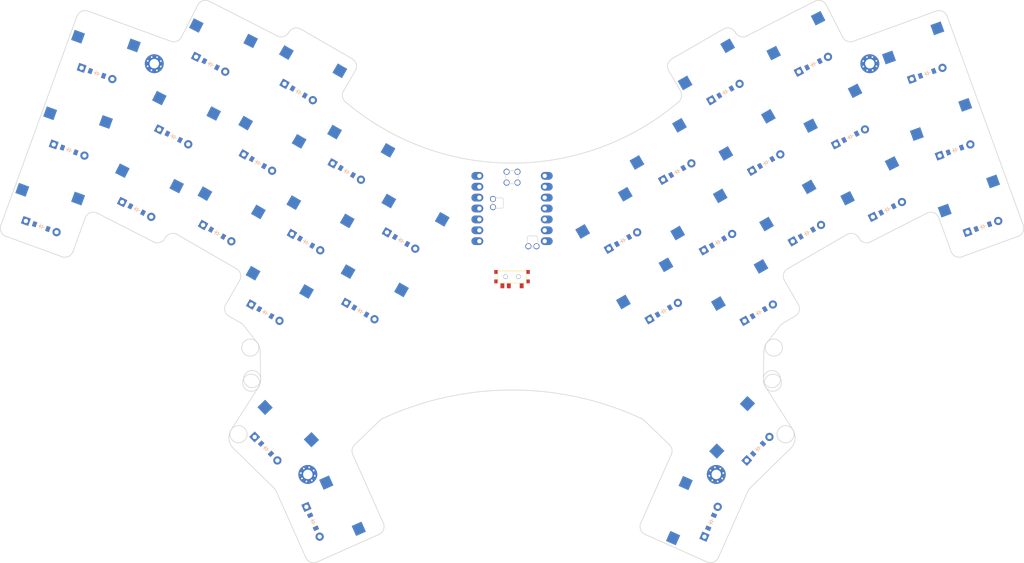
<source format=kicad_pcb>


(kicad_pcb (version 20171130) (host pcbnew 5.1.6)

  (page A3)
  (title_block
    (title "metasepia_v4")
    (rev "v1.0.0")
    (company "Unknown")
  )

  (general
    (thickness 1.6)
  )

  (layers
    (0 F.Cu signal)
    (31 B.Cu signal)
    (32 B.Adhes user)
    (33 F.Adhes user)
    (34 B.Paste user)
    (35 F.Paste user)
    (36 B.SilkS user)
    (37 F.SilkS user)
    (38 B.Mask user)
    (39 F.Mask user)
    (40 Dwgs.User user)
    (41 Cmts.User user)
    (42 Eco1.User user)
    (43 Eco2.User user)
    (44 Edge.Cuts user)
    (45 Margin user)
    (46 B.CrtYd user)
    (47 F.CrtYd user)
    (48 B.Fab user)
    (49 F.Fab user)
  )

  (setup
    (last_trace_width 0.25)
    (trace_clearance 0.2)
    (zone_clearance 0.508)
    (zone_45_only no)
    (trace_min 0.2)
    (via_size 0.8)
    (via_drill 0.4)
    (via_min_size 0.4)
    (via_min_drill 0.3)
    (uvia_size 0.3)
    (uvia_drill 0.1)
    (uvias_allowed no)
    (uvia_min_size 0.2)
    (uvia_min_drill 0.1)
    (edge_width 0.05)
    (segment_width 0.2)
    (pcb_text_width 0.3)
    (pcb_text_size 1.5 1.5)
    (mod_edge_width 0.12)
    (mod_text_size 1 1)
    (mod_text_width 0.15)
    (pad_size 1.524 1.524)
    (pad_drill 0.762)
    (pad_to_mask_clearance 0.05)
    (aux_axis_origin 0 0)
    (visible_elements FFFFFF7F)
    (pcbplotparams
      (layerselection 0x010fc_ffffffff)
      (usegerberextensions false)
      (usegerberattributes true)
      (usegerberadvancedattributes true)
      (creategerberjobfile true)
      (excludeedgelayer true)
      (linewidth 0.100000)
      (plotframeref false)
      (viasonmask false)
      (mode 1)
      (useauxorigin false)
      (hpglpennumber 1)
      (hpglpenspeed 20)
      (hpglpendiameter 15.000000)
      (psnegative false)
      (psa4output false)
      (plotreference true)
      (plotvalue true)
      (plotinvisibletext false)
      (padsonsilk false)
      (subtractmaskfromsilk false)
      (outputformat 1)
      (mirror false)
      (drillshape 1)
      (scaleselection 1)
      (outputdirectory ""))
  )

  (net 0 "")
(net 1 "P0")
(net 2 "P2")
(net 3 "P4")
(net 4 "P3")
(net 5 "P1")
(net 6 "P5")
(net 7 "P6")
(net 8 "P7")
(net 9 "P8")
(net 10 "P10")
(net 11 "P9")
(net 12 "RAW5V")
(net 13 "GND")
(net 14 "RAW3V3")
(net 15 "SWCLK")
(net 16 "SWDIO")
(net 17 "RST")
(net 18 "BAT_POS")
(net 19 "BAT_NEG")
(net 20 "NFC0")
(net 21 "NFC1")

  (net_class Default "This is the default net class."
    (clearance 0.2)
    (trace_width 0.25)
    (via_dia 0.8)
    (via_drill 0.4)
    (uvia_dia 0.3)
    (uvia_drill 0.1)
    (add_net "")
(add_net "P0")
(add_net "P2")
(add_net "P4")
(add_net "P3")
(add_net "P1")
(add_net "P5")
(add_net "P6")
(add_net "P7")
(add_net "P8")
(add_net "P10")
(add_net "P9")
(add_net "RAW5V")
(add_net "GND")
(add_net "RAW3V3")
(add_net "SWCLK")
(add_net "SWDIO")
(add_net "RST")
(add_net "BAT_POS")
(add_net "BAT_NEG")
(add_net "NFC0")
(add_net "NFC1")
  )

  
        
      (module MX (layer F.Cu) (tedit 5DD4F656)
      (at 83.2595633 136.72178 -20)

      
      (fp_text reference "S1" (at 0 0) (layer F.SilkS) hide (effects (font (size 1.27 1.27) (thickness 0.15))))
      (fp_text value "" (at 0 0) (layer F.SilkS) hide (effects (font (size 1.27 1.27) (thickness 0.15))))

      
      (fp_line (start -7 -6) (end -7 -7) (layer Dwgs.User) (width 0.15))
      (fp_line (start -7 7) (end -6 7) (layer Dwgs.User) (width 0.15))
      (fp_line (start -6 -7) (end -7 -7) (layer Dwgs.User) (width 0.15))
      (fp_line (start -7 7) (end -7 6) (layer Dwgs.User) (width 0.15))
      (fp_line (start 7 6) (end 7 7) (layer Dwgs.User) (width 0.15))
      (fp_line (start 7 -7) (end 6 -7) (layer Dwgs.User) (width 0.15))
      (fp_line (start 6 7) (end 7 7) (layer Dwgs.User) (width 0.15))
      (fp_line (start 7 -7) (end 7 -6) (layer Dwgs.User) (width 0.15))
    
      
      (pad "" np_thru_hole circle (at 0 0) (size 3.9878 3.9878) (drill 3.9878) (layers *.Cu *.Mask))

      
      (pad "" np_thru_hole circle (at 5.08 0) (size 1.7018 1.7018) (drill 1.7018) (layers *.Cu *.Mask))
      (pad "" np_thru_hole circle (at -5.08 0) (size 1.7018 1.7018) (drill 1.7018) (layers *.Cu *.Mask))
      
        
        
        
        (pad "" np_thru_hole circle (at 2.54 -5.08) (size 3 3) (drill 3) (layers *.Cu *.Mask))
        (pad "" np_thru_hole circle (at -3.81 -2.54) (size 3 3) (drill 3) (layers *.Cu *.Mask))
        
        
        (pad 1 smd rect (at -7.085 -2.54 -20) (size 2.55 2.5) (layers B.Cu B.Paste B.Mask) (net 1 "P0"))
        (pad 2 smd rect (at 5.842 -5.08 -20) (size 2.55 2.5) (layers B.Cu B.Paste B.Mask) (net 0 ""))
        )
        

        
      (module MX (layer F.Cu) (tedit 5DD4F656)
      (at 89.757946 118.8676202 -20)

      
      (fp_text reference "S2" (at 0 0) (layer F.SilkS) hide (effects (font (size 1.27 1.27) (thickness 0.15))))
      (fp_text value "" (at 0 0) (layer F.SilkS) hide (effects (font (size 1.27 1.27) (thickness 0.15))))

      
      (fp_line (start -7 -6) (end -7 -7) (layer Dwgs.User) (width 0.15))
      (fp_line (start -7 7) (end -6 7) (layer Dwgs.User) (width 0.15))
      (fp_line (start -6 -7) (end -7 -7) (layer Dwgs.User) (width 0.15))
      (fp_line (start -7 7) (end -7 6) (layer Dwgs.User) (width 0.15))
      (fp_line (start 7 6) (end 7 7) (layer Dwgs.User) (width 0.15))
      (fp_line (start 7 -7) (end 6 -7) (layer Dwgs.User) (width 0.15))
      (fp_line (start 6 7) (end 7 7) (layer Dwgs.User) (width 0.15))
      (fp_line (start 7 -7) (end 7 -6) (layer Dwgs.User) (width 0.15))
    
      
      (pad "" np_thru_hole circle (at 0 0) (size 3.9878 3.9878) (drill 3.9878) (layers *.Cu *.Mask))

      
      (pad "" np_thru_hole circle (at 5.08 0) (size 1.7018 1.7018) (drill 1.7018) (layers *.Cu *.Mask))
      (pad "" np_thru_hole circle (at -5.08 0) (size 1.7018 1.7018) (drill 1.7018) (layers *.Cu *.Mask))
      
        
        
        
        (pad "" np_thru_hole circle (at 2.54 -5.08) (size 3 3) (drill 3) (layers *.Cu *.Mask))
        (pad "" np_thru_hole circle (at -3.81 -2.54) (size 3 3) (drill 3) (layers *.Cu *.Mask))
        
        
        (pad 1 smd rect (at -7.085 -2.54 -20) (size 2.55 2.5) (layers B.Cu B.Paste B.Mask) (net 2 "P2"))
        (pad 2 smd rect (at 5.842 -5.08 -20) (size 2.55 2.5) (layers B.Cu B.Paste B.Mask) (net 0 ""))
        )
        

        
      (module MX (layer F.Cu) (tedit 5DD4F656)
      (at 96.2563287 101.0134604 -20)

      
      (fp_text reference "S3" (at 0 0) (layer F.SilkS) hide (effects (font (size 1.27 1.27) (thickness 0.15))))
      (fp_text value "" (at 0 0) (layer F.SilkS) hide (effects (font (size 1.27 1.27) (thickness 0.15))))

      
      (fp_line (start -7 -6) (end -7 -7) (layer Dwgs.User) (width 0.15))
      (fp_line (start -7 7) (end -6 7) (layer Dwgs.User) (width 0.15))
      (fp_line (start -6 -7) (end -7 -7) (layer Dwgs.User) (width 0.15))
      (fp_line (start -7 7) (end -7 6) (layer Dwgs.User) (width 0.15))
      (fp_line (start 7 6) (end 7 7) (layer Dwgs.User) (width 0.15))
      (fp_line (start 7 -7) (end 6 -7) (layer Dwgs.User) (width 0.15))
      (fp_line (start 6 7) (end 7 7) (layer Dwgs.User) (width 0.15))
      (fp_line (start 7 -7) (end 7 -6) (layer Dwgs.User) (width 0.15))
    
      
      (pad "" np_thru_hole circle (at 0 0) (size 3.9878 3.9878) (drill 3.9878) (layers *.Cu *.Mask))

      
      (pad "" np_thru_hole circle (at 5.08 0) (size 1.7018 1.7018) (drill 1.7018) (layers *.Cu *.Mask))
      (pad "" np_thru_hole circle (at -5.08 0) (size 1.7018 1.7018) (drill 1.7018) (layers *.Cu *.Mask))
      
        
        
        
        (pad "" np_thru_hole circle (at 2.54 -5.08) (size 3 3) (drill 3) (layers *.Cu *.Mask))
        (pad "" np_thru_hole circle (at -3.81 -2.54) (size 3 3) (drill 3) (layers *.Cu *.Mask))
        
        
        (pad 1 smd rect (at -7.085 -2.54 -20) (size 2.55 2.5) (layers B.Cu B.Paste B.Mask) (net 1 "P0"))
        (pad 2 smd rect (at 5.842 -5.08 -20) (size 2.55 2.5) (layers B.Cu B.Paste B.Mask) (net 0 ""))
        )
        

        
      (module MX (layer F.Cu) (tedit 5DD4F656)
      (at 105.9700993 132.923933 -27)

      
      (fp_text reference "S4" (at 0 0) (layer F.SilkS) hide (effects (font (size 1.27 1.27) (thickness 0.15))))
      (fp_text value "" (at 0 0) (layer F.SilkS) hide (effects (font (size 1.27 1.27) (thickness 0.15))))

      
      (fp_line (start -7 -6) (end -7 -7) (layer Dwgs.User) (width 0.15))
      (fp_line (start -7 7) (end -6 7) (layer Dwgs.User) (width 0.15))
      (fp_line (start -6 -7) (end -7 -7) (layer Dwgs.User) (width 0.15))
      (fp_line (start -7 7) (end -7 6) (layer Dwgs.User) (width 0.15))
      (fp_line (start 7 6) (end 7 7) (layer Dwgs.User) (width 0.15))
      (fp_line (start 7 -7) (end 6 -7) (layer Dwgs.User) (width 0.15))
      (fp_line (start 6 7) (end 7 7) (layer Dwgs.User) (width 0.15))
      (fp_line (start 7 -7) (end 7 -6) (layer Dwgs.User) (width 0.15))
    
      
      (pad "" np_thru_hole circle (at 0 0) (size 3.9878 3.9878) (drill 3.9878) (layers *.Cu *.Mask))

      
      (pad "" np_thru_hole circle (at 5.08 0) (size 1.7018 1.7018) (drill 1.7018) (layers *.Cu *.Mask))
      (pad "" np_thru_hole circle (at -5.08 0) (size 1.7018 1.7018) (drill 1.7018) (layers *.Cu *.Mask))
      
        
        
        
        (pad "" np_thru_hole circle (at 2.54 -5.08) (size 3 3) (drill 3) (layers *.Cu *.Mask))
        (pad "" np_thru_hole circle (at -3.81 -2.54) (size 3 3) (drill 3) (layers *.Cu *.Mask))
        
        
        (pad 1 smd rect (at -7.085 -2.54 -27) (size 2.55 2.5) (layers B.Cu B.Paste B.Mask) (net 3 "P4"))
        (pad 2 smd rect (at 5.842 -5.08 -27) (size 2.55 2.5) (layers B.Cu B.Paste B.Mask) (net 0 ""))
        )
        

        
      (module MX (layer F.Cu) (tedit 5DD4F656)
      (at 114.5959187 115.994809 -27)

      
      (fp_text reference "S5" (at 0 0) (layer F.SilkS) hide (effects (font (size 1.27 1.27) (thickness 0.15))))
      (fp_text value "" (at 0 0) (layer F.SilkS) hide (effects (font (size 1.27 1.27) (thickness 0.15))))

      
      (fp_line (start -7 -6) (end -7 -7) (layer Dwgs.User) (width 0.15))
      (fp_line (start -7 7) (end -6 7) (layer Dwgs.User) (width 0.15))
      (fp_line (start -6 -7) (end -7 -7) (layer Dwgs.User) (width 0.15))
      (fp_line (start -7 7) (end -7 6) (layer Dwgs.User) (width 0.15))
      (fp_line (start 7 6) (end 7 7) (layer Dwgs.User) (width 0.15))
      (fp_line (start 7 -7) (end 6 -7) (layer Dwgs.User) (width 0.15))
      (fp_line (start 6 7) (end 7 7) (layer Dwgs.User) (width 0.15))
      (fp_line (start 7 -7) (end 7 -6) (layer Dwgs.User) (width 0.15))
    
      
      (pad "" np_thru_hole circle (at 0 0) (size 3.9878 3.9878) (drill 3.9878) (layers *.Cu *.Mask))

      
      (pad "" np_thru_hole circle (at 5.08 0) (size 1.7018 1.7018) (drill 1.7018) (layers *.Cu *.Mask))
      (pad "" np_thru_hole circle (at -5.08 0) (size 1.7018 1.7018) (drill 1.7018) (layers *.Cu *.Mask))
      
        
        
        
        (pad "" np_thru_hole circle (at 2.54 -5.08) (size 3 3) (drill 3) (layers *.Cu *.Mask))
        (pad "" np_thru_hole circle (at -3.81 -2.54) (size 3 3) (drill 3) (layers *.Cu *.Mask))
        
        
        (pad 1 smd rect (at -7.085 -2.54 -27) (size 2.55 2.5) (layers B.Cu B.Paste B.Mask) (net 4 "P3"))
        (pad 2 smd rect (at 5.842 -5.08 -27) (size 2.55 2.5) (layers B.Cu B.Paste B.Mask) (net 0 ""))
        )
        

        
      (module MX (layer F.Cu) (tedit 5DD4F656)
      (at 123.2217382 99.065685 -27)

      
      (fp_text reference "S6" (at 0 0) (layer F.SilkS) hide (effects (font (size 1.27 1.27) (thickness 0.15))))
      (fp_text value "" (at 0 0) (layer F.SilkS) hide (effects (font (size 1.27 1.27) (thickness 0.15))))

      
      (fp_line (start -7 -6) (end -7 -7) (layer Dwgs.User) (width 0.15))
      (fp_line (start -7 7) (end -6 7) (layer Dwgs.User) (width 0.15))
      (fp_line (start -6 -7) (end -7 -7) (layer Dwgs.User) (width 0.15))
      (fp_line (start -7 7) (end -7 6) (layer Dwgs.User) (width 0.15))
      (fp_line (start 7 6) (end 7 7) (layer Dwgs.User) (width 0.15))
      (fp_line (start 7 -7) (end 6 -7) (layer Dwgs.User) (width 0.15))
      (fp_line (start 6 7) (end 7 7) (layer Dwgs.User) (width 0.15))
      (fp_line (start 7 -7) (end 7 -6) (layer Dwgs.User) (width 0.15))
    
      
      (pad "" np_thru_hole circle (at 0 0) (size 3.9878 3.9878) (drill 3.9878) (layers *.Cu *.Mask))

      
      (pad "" np_thru_hole circle (at 5.08 0) (size 1.7018 1.7018) (drill 1.7018) (layers *.Cu *.Mask))
      (pad "" np_thru_hole circle (at -5.08 0) (size 1.7018 1.7018) (drill 1.7018) (layers *.Cu *.Mask))
      
        
        
        
        (pad "" np_thru_hole circle (at 2.54 -5.08) (size 3 3) (drill 3) (layers *.Cu *.Mask))
        (pad "" np_thru_hole circle (at -3.81 -2.54) (size 3 3) (drill 3) (layers *.Cu *.Mask))
        
        
        (pad 1 smd rect (at -7.085 -2.54 -27) (size 2.55 2.5) (layers B.Cu B.Paste B.Mask) (net 5 "P1"))
        (pad 2 smd rect (at 5.842 -5.08 -27) (size 2.55 2.5) (layers B.Cu B.Paste B.Mask) (net 0 ""))
        )
        

        
      (module MX (layer F.Cu) (tedit 5DD4F656)
      (at 124.9315101 138.5468075 -30)

      
      (fp_text reference "S7" (at 0 0) (layer F.SilkS) hide (effects (font (size 1.27 1.27) (thickness 0.15))))
      (fp_text value "" (at 0 0) (layer F.SilkS) hide (effects (font (size 1.27 1.27) (thickness 0.15))))

      
      (fp_line (start -7 -6) (end -7 -7) (layer Dwgs.User) (width 0.15))
      (fp_line (start -7 7) (end -6 7) (layer Dwgs.User) (width 0.15))
      (fp_line (start -6 -7) (end -7 -7) (layer Dwgs.User) (width 0.15))
      (fp_line (start -7 7) (end -7 6) (layer Dwgs.User) (width 0.15))
      (fp_line (start 7 6) (end 7 7) (layer Dwgs.User) (width 0.15))
      (fp_line (start 7 -7) (end 6 -7) (layer Dwgs.User) (width 0.15))
      (fp_line (start 6 7) (end 7 7) (layer Dwgs.User) (width 0.15))
      (fp_line (start 7 -7) (end 7 -6) (layer Dwgs.User) (width 0.15))
    
      
      (pad "" np_thru_hole circle (at 0 0) (size 3.9878 3.9878) (drill 3.9878) (layers *.Cu *.Mask))

      
      (pad "" np_thru_hole circle (at 5.08 0) (size 1.7018 1.7018) (drill 1.7018) (layers *.Cu *.Mask))
      (pad "" np_thru_hole circle (at -5.08 0) (size 1.7018 1.7018) (drill 1.7018) (layers *.Cu *.Mask))
      
        
        
        
        (pad "" np_thru_hole circle (at 2.54 -5.08) (size 3 3) (drill 3) (layers *.Cu *.Mask))
        (pad "" np_thru_hole circle (at -3.81 -2.54) (size 3 3) (drill 3) (layers *.Cu *.Mask))
        
        
        (pad 1 smd rect (at -7.085 -2.54 -30) (size 2.55 2.5) (layers B.Cu B.Paste B.Mask) (net 6 "P5"))
        (pad 2 smd rect (at 5.842 -5.08 -30) (size 2.55 2.5) (layers B.Cu B.Paste B.Mask) (net 0 ""))
        )
        

        
      (module MX (layer F.Cu) (tedit 5DD4F656)
      (at 134.4315101 122.0923248 -30)

      
      (fp_text reference "S8" (at 0 0) (layer F.SilkS) hide (effects (font (size 1.27 1.27) (thickness 0.15))))
      (fp_text value "" (at 0 0) (layer F.SilkS) hide (effects (font (size 1.27 1.27) (thickness 0.15))))

      
      (fp_line (start -7 -6) (end -7 -7) (layer Dwgs.User) (width 0.15))
      (fp_line (start -7 7) (end -6 7) (layer Dwgs.User) (width 0.15))
      (fp_line (start -6 -7) (end -7 -7) (layer Dwgs.User) (width 0.15))
      (fp_line (start -7 7) (end -7 6) (layer Dwgs.User) (width 0.15))
      (fp_line (start 7 6) (end 7 7) (layer Dwgs.User) (width 0.15))
      (fp_line (start 7 -7) (end 6 -7) (layer Dwgs.User) (width 0.15))
      (fp_line (start 6 7) (end 7 7) (layer Dwgs.User) (width 0.15))
      (fp_line (start 7 -7) (end 7 -6) (layer Dwgs.User) (width 0.15))
    
      
      (pad "" np_thru_hole circle (at 0 0) (size 3.9878 3.9878) (drill 3.9878) (layers *.Cu *.Mask))

      
      (pad "" np_thru_hole circle (at 5.08 0) (size 1.7018 1.7018) (drill 1.7018) (layers *.Cu *.Mask))
      (pad "" np_thru_hole circle (at -5.08 0) (size 1.7018 1.7018) (drill 1.7018) (layers *.Cu *.Mask))
      
        
        
        
        (pad "" np_thru_hole circle (at 2.54 -5.08) (size 3 3) (drill 3) (layers *.Cu *.Mask))
        (pad "" np_thru_hole circle (at -3.81 -2.54) (size 3 3) (drill 3) (layers *.Cu *.Mask))
        
        
        (pad 1 smd rect (at -7.085 -2.54 -30) (size 2.55 2.5) (layers B.Cu B.Paste B.Mask) (net 2 "P2"))
        (pad 2 smd rect (at 5.842 -5.08 -30) (size 2.55 2.5) (layers B.Cu B.Paste B.Mask) (net 0 ""))
        )
        

        
      (module MX (layer F.Cu) (tedit 5DD4F656)
      (at 143.9315102 105.6378421 -30)

      
      (fp_text reference "S9" (at 0 0) (layer F.SilkS) hide (effects (font (size 1.27 1.27) (thickness 0.15))))
      (fp_text value "" (at 0 0) (layer F.SilkS) hide (effects (font (size 1.27 1.27) (thickness 0.15))))

      
      (fp_line (start -7 -6) (end -7 -7) (layer Dwgs.User) (width 0.15))
      (fp_line (start -7 7) (end -6 7) (layer Dwgs.User) (width 0.15))
      (fp_line (start -6 -7) (end -7 -7) (layer Dwgs.User) (width 0.15))
      (fp_line (start -7 7) (end -7 6) (layer Dwgs.User) (width 0.15))
      (fp_line (start 7 6) (end 7 7) (layer Dwgs.User) (width 0.15))
      (fp_line (start 7 -7) (end 6 -7) (layer Dwgs.User) (width 0.15))
      (fp_line (start 6 7) (end 7 7) (layer Dwgs.User) (width 0.15))
      (fp_line (start 7 -7) (end 7 -6) (layer Dwgs.User) (width 0.15))
    
      
      (pad "" np_thru_hole circle (at 0 0) (size 3.9878 3.9878) (drill 3.9878) (layers *.Cu *.Mask))

      
      (pad "" np_thru_hole circle (at 5.08 0) (size 1.7018 1.7018) (drill 1.7018) (layers *.Cu *.Mask))
      (pad "" np_thru_hole circle (at -5.08 0) (size 1.7018 1.7018) (drill 1.7018) (layers *.Cu *.Mask))
      
        
        
        
        (pad "" np_thru_hole circle (at 2.54 -5.08) (size 3 3) (drill 3) (layers *.Cu *.Mask))
        (pad "" np_thru_hole circle (at -3.81 -2.54) (size 3 3) (drill 3) (layers *.Cu *.Mask))
        
        
        (pad 1 smd rect (at -7.085 -2.54 -30) (size 2.55 2.5) (layers B.Cu B.Paste B.Mask) (net 1 "P0"))
        (pad 2 smd rect (at 5.842 -5.08 -30) (size 2.55 2.5) (layers B.Cu B.Paste B.Mask) (net 0 ""))
        )
        

        
      (module MX (layer F.Cu) (tedit 5DD4F656)
      (at 136.1609927 157.0967729 -30)

      
      (fp_text reference "S10" (at 0 0) (layer F.SilkS) hide (effects (font (size 1.27 1.27) (thickness 0.15))))
      (fp_text value "" (at 0 0) (layer F.SilkS) hide (effects (font (size 1.27 1.27) (thickness 0.15))))

      
      (fp_line (start -7 -6) (end -7 -7) (layer Dwgs.User) (width 0.15))
      (fp_line (start -7 7) (end -6 7) (layer Dwgs.User) (width 0.15))
      (fp_line (start -6 -7) (end -7 -7) (layer Dwgs.User) (width 0.15))
      (fp_line (start -7 7) (end -7 6) (layer Dwgs.User) (width 0.15))
      (fp_line (start 7 6) (end 7 7) (layer Dwgs.User) (width 0.15))
      (fp_line (start 7 -7) (end 6 -7) (layer Dwgs.User) (width 0.15))
      (fp_line (start 6 7) (end 7 7) (layer Dwgs.User) (width 0.15))
      (fp_line (start 7 -7) (end 7 -6) (layer Dwgs.User) (width 0.15))
    
      
      (pad "" np_thru_hole circle (at 0 0) (size 3.9878 3.9878) (drill 3.9878) (layers *.Cu *.Mask))

      
      (pad "" np_thru_hole circle (at 5.08 0) (size 1.7018 1.7018) (drill 1.7018) (layers *.Cu *.Mask))
      (pad "" np_thru_hole circle (at -5.08 0) (size 1.7018 1.7018) (drill 1.7018) (layers *.Cu *.Mask))
      
        
        
        
        (pad "" np_thru_hole circle (at 2.54 -5.08) (size 3 3) (drill 3) (layers *.Cu *.Mask))
        (pad "" np_thru_hole circle (at -3.81 -2.54) (size 3 3) (drill 3) (layers *.Cu *.Mask))
        
        
        (pad 1 smd rect (at -7.085 -2.54 -30) (size 2.55 2.5) (layers B.Cu B.Paste B.Mask) (net 3 "P4"))
        (pad 2 smd rect (at 5.842 -5.08 -30) (size 2.55 2.5) (layers B.Cu B.Paste B.Mask) (net 0 ""))
        )
        

        
      (module MX (layer F.Cu) (tedit 5DD4F656)
      (at 145.6609928 140.6422903 -30)

      
      (fp_text reference "S11" (at 0 0) (layer F.SilkS) hide (effects (font (size 1.27 1.27) (thickness 0.15))))
      (fp_text value "" (at 0 0) (layer F.SilkS) hide (effects (font (size 1.27 1.27) (thickness 0.15))))

      
      (fp_line (start -7 -6) (end -7 -7) (layer Dwgs.User) (width 0.15))
      (fp_line (start -7 7) (end -6 7) (layer Dwgs.User) (width 0.15))
      (fp_line (start -6 -7) (end -7 -7) (layer Dwgs.User) (width 0.15))
      (fp_line (start -7 7) (end -7 6) (layer Dwgs.User) (width 0.15))
      (fp_line (start 7 6) (end 7 7) (layer Dwgs.User) (width 0.15))
      (fp_line (start 7 -7) (end 6 -7) (layer Dwgs.User) (width 0.15))
      (fp_line (start 6 7) (end 7 7) (layer Dwgs.User) (width 0.15))
      (fp_line (start 7 -7) (end 7 -6) (layer Dwgs.User) (width 0.15))
    
      
      (pad "" np_thru_hole circle (at 0 0) (size 3.9878 3.9878) (drill 3.9878) (layers *.Cu *.Mask))

      
      (pad "" np_thru_hole circle (at 5.08 0) (size 1.7018 1.7018) (drill 1.7018) (layers *.Cu *.Mask))
      (pad "" np_thru_hole circle (at -5.08 0) (size 1.7018 1.7018) (drill 1.7018) (layers *.Cu *.Mask))
      
        
        
        
        (pad "" np_thru_hole circle (at 2.54 -5.08) (size 3 3) (drill 3) (layers *.Cu *.Mask))
        (pad "" np_thru_hole circle (at -3.81 -2.54) (size 3 3) (drill 3) (layers *.Cu *.Mask))
        
        
        (pad 1 smd rect (at -7.085 -2.54 -30) (size 2.55 2.5) (layers B.Cu B.Paste B.Mask) (net 4 "P3"))
        (pad 2 smd rect (at 5.842 -5.08 -30) (size 2.55 2.5) (layers B.Cu B.Paste B.Mask) (net 0 ""))
        )
        

        
      (module MX (layer F.Cu) (tedit 5DD4F656)
      (at 155.1609928 124.1878076 -30)

      
      (fp_text reference "S12" (at 0 0) (layer F.SilkS) hide (effects (font (size 1.27 1.27) (thickness 0.15))))
      (fp_text value "" (at 0 0) (layer F.SilkS) hide (effects (font (size 1.27 1.27) (thickness 0.15))))

      
      (fp_line (start -7 -6) (end -7 -7) (layer Dwgs.User) (width 0.15))
      (fp_line (start -7 7) (end -6 7) (layer Dwgs.User) (width 0.15))
      (fp_line (start -6 -7) (end -7 -7) (layer Dwgs.User) (width 0.15))
      (fp_line (start -7 7) (end -7 6) (layer Dwgs.User) (width 0.15))
      (fp_line (start 7 6) (end 7 7) (layer Dwgs.User) (width 0.15))
      (fp_line (start 7 -7) (end 6 -7) (layer Dwgs.User) (width 0.15))
      (fp_line (start 6 7) (end 7 7) (layer Dwgs.User) (width 0.15))
      (fp_line (start 7 -7) (end 7 -6) (layer Dwgs.User) (width 0.15))
    
      
      (pad "" np_thru_hole circle (at 0 0) (size 3.9878 3.9878) (drill 3.9878) (layers *.Cu *.Mask))

      
      (pad "" np_thru_hole circle (at 5.08 0) (size 1.7018 1.7018) (drill 1.7018) (layers *.Cu *.Mask))
      (pad "" np_thru_hole circle (at -5.08 0) (size 1.7018 1.7018) (drill 1.7018) (layers *.Cu *.Mask))
      
        
        
        
        (pad "" np_thru_hole circle (at 2.54 -5.08) (size 3 3) (drill 3) (layers *.Cu *.Mask))
        (pad "" np_thru_hole circle (at -3.81 -2.54) (size 3 3) (drill 3) (layers *.Cu *.Mask))
        
        
        (pad 1 smd rect (at -7.085 -2.54 -30) (size 2.55 2.5) (layers B.Cu B.Paste B.Mask) (net 5 "P1"))
        (pad 2 smd rect (at 5.842 -5.08 -30) (size 2.55 2.5) (layers B.Cu B.Paste B.Mask) (net 0 ""))
        )
        

        
      (module MX (layer F.Cu) (tedit 5DD4F656)
      (at 158.3154755 156.7240833 -30)

      
      (fp_text reference "S13" (at 0 0) (layer F.SilkS) hide (effects (font (size 1.27 1.27) (thickness 0.15))))
      (fp_text value "" (at 0 0) (layer F.SilkS) hide (effects (font (size 1.27 1.27) (thickness 0.15))))

      
      (fp_line (start -7 -6) (end -7 -7) (layer Dwgs.User) (width 0.15))
      (fp_line (start -7 7) (end -6 7) (layer Dwgs.User) (width 0.15))
      (fp_line (start -6 -7) (end -7 -7) (layer Dwgs.User) (width 0.15))
      (fp_line (start -7 7) (end -7 6) (layer Dwgs.User) (width 0.15))
      (fp_line (start 7 6) (end 7 7) (layer Dwgs.User) (width 0.15))
      (fp_line (start 7 -7) (end 6 -7) (layer Dwgs.User) (width 0.15))
      (fp_line (start 6 7) (end 7 7) (layer Dwgs.User) (width 0.15))
      (fp_line (start 7 -7) (end 7 -6) (layer Dwgs.User) (width 0.15))
    
      
      (pad "" np_thru_hole circle (at 0 0) (size 3.9878 3.9878) (drill 3.9878) (layers *.Cu *.Mask))

      
      (pad "" np_thru_hole circle (at 5.08 0) (size 1.7018 1.7018) (drill 1.7018) (layers *.Cu *.Mask))
      (pad "" np_thru_hole circle (at -5.08 0) (size 1.7018 1.7018) (drill 1.7018) (layers *.Cu *.Mask))
      
        
        
        
        (pad "" np_thru_hole circle (at 2.54 -5.08) (size 3 3) (drill 3) (layers *.Cu *.Mask))
        (pad "" np_thru_hole circle (at -3.81 -2.54) (size 3 3) (drill 3) (layers *.Cu *.Mask))
        
        
        (pad 1 smd rect (at -7.085 -2.54 -30) (size 2.55 2.5) (layers B.Cu B.Paste B.Mask) (net 2 "P2"))
        (pad 2 smd rect (at 5.842 -5.08 -30) (size 2.55 2.5) (layers B.Cu B.Paste B.Mask) (net 0 ""))
        )
        

        
      (module MX (layer F.Cu) (tedit 5DD4F656)
      (at 167.8154755 140.2696007 -30)

      
      (fp_text reference "S14" (at 0 0) (layer F.SilkS) hide (effects (font (size 1.27 1.27) (thickness 0.15))))
      (fp_text value "" (at 0 0) (layer F.SilkS) hide (effects (font (size 1.27 1.27) (thickness 0.15))))

      
      (fp_line (start -7 -6) (end -7 -7) (layer Dwgs.User) (width 0.15))
      (fp_line (start -7 7) (end -6 7) (layer Dwgs.User) (width 0.15))
      (fp_line (start -6 -7) (end -7 -7) (layer Dwgs.User) (width 0.15))
      (fp_line (start -7 7) (end -7 6) (layer Dwgs.User) (width 0.15))
      (fp_line (start 7 6) (end 7 7) (layer Dwgs.User) (width 0.15))
      (fp_line (start 7 -7) (end 6 -7) (layer Dwgs.User) (width 0.15))
      (fp_line (start 6 7) (end 7 7) (layer Dwgs.User) (width 0.15))
      (fp_line (start 7 -7) (end 7 -6) (layer Dwgs.User) (width 0.15))
    
      
      (pad "" np_thru_hole circle (at 0 0) (size 3.9878 3.9878) (drill 3.9878) (layers *.Cu *.Mask))

      
      (pad "" np_thru_hole circle (at 5.08 0) (size 1.7018 1.7018) (drill 1.7018) (layers *.Cu *.Mask))
      (pad "" np_thru_hole circle (at -5.08 0) (size 1.7018 1.7018) (drill 1.7018) (layers *.Cu *.Mask))
      
        
        
        
        (pad "" np_thru_hole circle (at 2.54 -5.08) (size 3 3) (drill 3) (layers *.Cu *.Mask))
        (pad "" np_thru_hole circle (at -3.81 -2.54) (size 3 3) (drill 3) (layers *.Cu *.Mask))
        
        
        (pad 1 smd rect (at -7.085 -2.54 -30) (size 2.55 2.5) (layers B.Cu B.Paste B.Mask) (net 1 "P0"))
        (pad 2 smd rect (at 5.842 -5.08 -30) (size 2.55 2.5) (layers B.Cu B.Paste B.Mask) (net 0 ""))
        )
        

        
      (module MX (layer F.Cu) (tedit 5DD4F656)
      (at 300.1258703 136.72178 20)

      
      (fp_text reference "S15" (at 0 0) (layer F.SilkS) hide (effects (font (size 1.27 1.27) (thickness 0.15))))
      (fp_text value "" (at 0 0) (layer F.SilkS) hide (effects (font (size 1.27 1.27) (thickness 0.15))))

      
      (fp_line (start -7 -6) (end -7 -7) (layer Dwgs.User) (width 0.15))
      (fp_line (start -7 7) (end -6 7) (layer Dwgs.User) (width 0.15))
      (fp_line (start -6 -7) (end -7 -7) (layer Dwgs.User) (width 0.15))
      (fp_line (start -7 7) (end -7 6) (layer Dwgs.User) (width 0.15))
      (fp_line (start 7 6) (end 7 7) (layer Dwgs.User) (width 0.15))
      (fp_line (start 7 -7) (end 6 -7) (layer Dwgs.User) (width 0.15))
      (fp_line (start 6 7) (end 7 7) (layer Dwgs.User) (width 0.15))
      (fp_line (start 7 -7) (end 7 -6) (layer Dwgs.User) (width 0.15))
    
      
      (pad "" np_thru_hole circle (at 0 0) (size 3.9878 3.9878) (drill 3.9878) (layers *.Cu *.Mask))

      
      (pad "" np_thru_hole circle (at 5.08 0) (size 1.7018 1.7018) (drill 1.7018) (layers *.Cu *.Mask))
      (pad "" np_thru_hole circle (at -5.08 0) (size 1.7018 1.7018) (drill 1.7018) (layers *.Cu *.Mask))
      
        
        
        
        (pad "" np_thru_hole circle (at 2.54 -5.08) (size 3 3) (drill 3) (layers *.Cu *.Mask))
        (pad "" np_thru_hole circle (at -3.81 -2.54) (size 3 3) (drill 3) (layers *.Cu *.Mask))
        
        
        (pad 1 smd rect (at -7.085 -2.54 20) (size 2.55 2.5) (layers B.Cu B.Paste B.Mask) (net 1 "P0"))
        (pad 2 smd rect (at 5.842 -5.08 20) (size 2.55 2.5) (layers B.Cu B.Paste B.Mask) (net 0 ""))
        )
        

        
      (module MX (layer F.Cu) (tedit 5DD4F656)
      (at 293.6274876 118.8676202 20)

      
      (fp_text reference "S16" (at 0 0) (layer F.SilkS) hide (effects (font (size 1.27 1.27) (thickness 0.15))))
      (fp_text value "" (at 0 0) (layer F.SilkS) hide (effects (font (size 1.27 1.27) (thickness 0.15))))

      
      (fp_line (start -7 -6) (end -7 -7) (layer Dwgs.User) (width 0.15))
      (fp_line (start -7 7) (end -6 7) (layer Dwgs.User) (width 0.15))
      (fp_line (start -6 -7) (end -7 -7) (layer Dwgs.User) (width 0.15))
      (fp_line (start -7 7) (end -7 6) (layer Dwgs.User) (width 0.15))
      (fp_line (start 7 6) (end 7 7) (layer Dwgs.User) (width 0.15))
      (fp_line (start 7 -7) (end 6 -7) (layer Dwgs.User) (width 0.15))
      (fp_line (start 6 7) (end 7 7) (layer Dwgs.User) (width 0.15))
      (fp_line (start 7 -7) (end 7 -6) (layer Dwgs.User) (width 0.15))
    
      
      (pad "" np_thru_hole circle (at 0 0) (size 3.9878 3.9878) (drill 3.9878) (layers *.Cu *.Mask))

      
      (pad "" np_thru_hole circle (at 5.08 0) (size 1.7018 1.7018) (drill 1.7018) (layers *.Cu *.Mask))
      (pad "" np_thru_hole circle (at -5.08 0) (size 1.7018 1.7018) (drill 1.7018) (layers *.Cu *.Mask))
      
        
        
        
        (pad "" np_thru_hole circle (at 2.54 -5.08) (size 3 3) (drill 3) (layers *.Cu *.Mask))
        (pad "" np_thru_hole circle (at -3.81 -2.54) (size 3 3) (drill 3) (layers *.Cu *.Mask))
        
        
        (pad 1 smd rect (at -7.085 -2.54 20) (size 2.55 2.5) (layers B.Cu B.Paste B.Mask) (net 4 "P3"))
        (pad 2 smd rect (at 5.842 -5.08 20) (size 2.55 2.5) (layers B.Cu B.Paste B.Mask) (net 0 ""))
        )
        

        
      (module MX (layer F.Cu) (tedit 5DD4F656)
      (at 287.1291049 101.0134604 20)

      
      (fp_text reference "S17" (at 0 0) (layer F.SilkS) hide (effects (font (size 1.27 1.27) (thickness 0.15))))
      (fp_text value "" (at 0 0) (layer F.SilkS) hide (effects (font (size 1.27 1.27) (thickness 0.15))))

      
      (fp_line (start -7 -6) (end -7 -7) (layer Dwgs.User) (width 0.15))
      (fp_line (start -7 7) (end -6 7) (layer Dwgs.User) (width 0.15))
      (fp_line (start -6 -7) (end -7 -7) (layer Dwgs.User) (width 0.15))
      (fp_line (start -7 7) (end -7 6) (layer Dwgs.User) (width 0.15))
      (fp_line (start 7 6) (end 7 7) (layer Dwgs.User) (width 0.15))
      (fp_line (start 7 -7) (end 6 -7) (layer Dwgs.User) (width 0.15))
      (fp_line (start 6 7) (end 7 7) (layer Dwgs.User) (width 0.15))
      (fp_line (start 7 -7) (end 7 -6) (layer Dwgs.User) (width 0.15))
    
      
      (pad "" np_thru_hole circle (at 0 0) (size 3.9878 3.9878) (drill 3.9878) (layers *.Cu *.Mask))

      
      (pad "" np_thru_hole circle (at 5.08 0) (size 1.7018 1.7018) (drill 1.7018) (layers *.Cu *.Mask))
      (pad "" np_thru_hole circle (at -5.08 0) (size 1.7018 1.7018) (drill 1.7018) (layers *.Cu *.Mask))
      
        
        
        
        (pad "" np_thru_hole circle (at 2.54 -5.08) (size 3 3) (drill 3) (layers *.Cu *.Mask))
        (pad "" np_thru_hole circle (at -3.81 -2.54) (size 3 3) (drill 3) (layers *.Cu *.Mask))
        
        
        (pad 1 smd rect (at -7.085 -2.54 20) (size 2.55 2.5) (layers B.Cu B.Paste B.Mask) (net 5 "P1"))
        (pad 2 smd rect (at 5.842 -5.08 20) (size 2.55 2.5) (layers B.Cu B.Paste B.Mask) (net 0 ""))
        )
        

        
      (module MX (layer F.Cu) (tedit 5DD4F656)
      (at 277.4153343 132.923933 27)

      
      (fp_text reference "S18" (at 0 0) (layer F.SilkS) hide (effects (font (size 1.27 1.27) (thickness 0.15))))
      (fp_text value "" (at 0 0) (layer F.SilkS) hide (effects (font (size 1.27 1.27) (thickness 0.15))))

      
      (fp_line (start -7 -6) (end -7 -7) (layer Dwgs.User) (width 0.15))
      (fp_line (start -7 7) (end -6 7) (layer Dwgs.User) (width 0.15))
      (fp_line (start -6 -7) (end -7 -7) (layer Dwgs.User) (width 0.15))
      (fp_line (start -7 7) (end -7 6) (layer Dwgs.User) (width 0.15))
      (fp_line (start 7 6) (end 7 7) (layer Dwgs.User) (width 0.15))
      (fp_line (start 7 -7) (end 6 -7) (layer Dwgs.User) (width 0.15))
      (fp_line (start 6 7) (end 7 7) (layer Dwgs.User) (width 0.15))
      (fp_line (start 7 -7) (end 7 -6) (layer Dwgs.User) (width 0.15))
    
      
      (pad "" np_thru_hole circle (at 0 0) (size 3.9878 3.9878) (drill 3.9878) (layers *.Cu *.Mask))

      
      (pad "" np_thru_hole circle (at 5.08 0) (size 1.7018 1.7018) (drill 1.7018) (layers *.Cu *.Mask))
      (pad "" np_thru_hole circle (at -5.08 0) (size 1.7018 1.7018) (drill 1.7018) (layers *.Cu *.Mask))
      
        
        
        
        (pad "" np_thru_hole circle (at 2.54 -5.08) (size 3 3) (drill 3) (layers *.Cu *.Mask))
        (pad "" np_thru_hole circle (at -3.81 -2.54) (size 3 3) (drill 3) (layers *.Cu *.Mask))
        
        
        (pad 1 smd rect (at -7.085 -2.54 27) (size 2.55 2.5) (layers B.Cu B.Paste B.Mask) (net 6 "P5"))
        (pad 2 smd rect (at 5.842 -5.08 27) (size 2.55 2.5) (layers B.Cu B.Paste B.Mask) (net 0 ""))
        )
        

        
      (module MX (layer F.Cu) (tedit 5DD4F656)
      (at 268.7895149 115.994809 27)

      
      (fp_text reference "S19" (at 0 0) (layer F.SilkS) hide (effects (font (size 1.27 1.27) (thickness 0.15))))
      (fp_text value "" (at 0 0) (layer F.SilkS) hide (effects (font (size 1.27 1.27) (thickness 0.15))))

      
      (fp_line (start -7 -6) (end -7 -7) (layer Dwgs.User) (width 0.15))
      (fp_line (start -7 7) (end -6 7) (layer Dwgs.User) (width 0.15))
      (fp_line (start -6 -7) (end -7 -7) (layer Dwgs.User) (width 0.15))
      (fp_line (start -7 7) (end -7 6) (layer Dwgs.User) (width 0.15))
      (fp_line (start 7 6) (end 7 7) (layer Dwgs.User) (width 0.15))
      (fp_line (start 7 -7) (end 6 -7) (layer Dwgs.User) (width 0.15))
      (fp_line (start 6 7) (end 7 7) (layer Dwgs.User) (width 0.15))
      (fp_line (start 7 -7) (end 7 -6) (layer Dwgs.User) (width 0.15))
    
      
      (pad "" np_thru_hole circle (at 0 0) (size 3.9878 3.9878) (drill 3.9878) (layers *.Cu *.Mask))

      
      (pad "" np_thru_hole circle (at 5.08 0) (size 1.7018 1.7018) (drill 1.7018) (layers *.Cu *.Mask))
      (pad "" np_thru_hole circle (at -5.08 0) (size 1.7018 1.7018) (drill 1.7018) (layers *.Cu *.Mask))
      
        
        
        
        (pad "" np_thru_hole circle (at 2.54 -5.08) (size 3 3) (drill 3) (layers *.Cu *.Mask))
        (pad "" np_thru_hole circle (at -3.81 -2.54) (size 3 3) (drill 3) (layers *.Cu *.Mask))
        
        
        (pad 1 smd rect (at -7.085 -2.54 27) (size 2.55 2.5) (layers B.Cu B.Paste B.Mask) (net 2 "P2"))
        (pad 2 smd rect (at 5.842 -5.08 27) (size 2.55 2.5) (layers B.Cu B.Paste B.Mask) (net 0 ""))
        )
        

        
      (module MX (layer F.Cu) (tedit 5DD4F656)
      (at 260.1636954 99.065685 27)

      
      (fp_text reference "S20" (at 0 0) (layer F.SilkS) hide (effects (font (size 1.27 1.27) (thickness 0.15))))
      (fp_text value "" (at 0 0) (layer F.SilkS) hide (effects (font (size 1.27 1.27) (thickness 0.15))))

      
      (fp_line (start -7 -6) (end -7 -7) (layer Dwgs.User) (width 0.15))
      (fp_line (start -7 7) (end -6 7) (layer Dwgs.User) (width 0.15))
      (fp_line (start -6 -7) (end -7 -7) (layer Dwgs.User) (width 0.15))
      (fp_line (start -7 7) (end -7 6) (layer Dwgs.User) (width 0.15))
      (fp_line (start 7 6) (end 7 7) (layer Dwgs.User) (width 0.15))
      (fp_line (start 7 -7) (end 6 -7) (layer Dwgs.User) (width 0.15))
      (fp_line (start 6 7) (end 7 7) (layer Dwgs.User) (width 0.15))
      (fp_line (start 7 -7) (end 7 -6) (layer Dwgs.User) (width 0.15))
    
      
      (pad "" np_thru_hole circle (at 0 0) (size 3.9878 3.9878) (drill 3.9878) (layers *.Cu *.Mask))

      
      (pad "" np_thru_hole circle (at 5.08 0) (size 1.7018 1.7018) (drill 1.7018) (layers *.Cu *.Mask))
      (pad "" np_thru_hole circle (at -5.08 0) (size 1.7018 1.7018) (drill 1.7018) (layers *.Cu *.Mask))
      
        
        
        
        (pad "" np_thru_hole circle (at 2.54 -5.08) (size 3 3) (drill 3) (layers *.Cu *.Mask))
        (pad "" np_thru_hole circle (at -3.81 -2.54) (size 3 3) (drill 3) (layers *.Cu *.Mask))
        
        
        (pad 1 smd rect (at -7.085 -2.54 27) (size 2.55 2.5) (layers B.Cu B.Paste B.Mask) (net 1 "P0"))
        (pad 2 smd rect (at 5.842 -5.08 27) (size 2.55 2.5) (layers B.Cu B.Paste B.Mask) (net 0 ""))
        )
        

        
      (module MX (layer F.Cu) (tedit 5DD4F656)
      (at 258.4539235 138.5468075 30)

      
      (fp_text reference "S21" (at 0 0) (layer F.SilkS) hide (effects (font (size 1.27 1.27) (thickness 0.15))))
      (fp_text value "" (at 0 0) (layer F.SilkS) hide (effects (font (size 1.27 1.27) (thickness 0.15))))

      
      (fp_line (start -7 -6) (end -7 -7) (layer Dwgs.User) (width 0.15))
      (fp_line (start -7 7) (end -6 7) (layer Dwgs.User) (width 0.15))
      (fp_line (start -6 -7) (end -7 -7) (layer Dwgs.User) (width 0.15))
      (fp_line (start -7 7) (end -7 6) (layer Dwgs.User) (width 0.15))
      (fp_line (start 7 6) (end 7 7) (layer Dwgs.User) (width 0.15))
      (fp_line (start 7 -7) (end 6 -7) (layer Dwgs.User) (width 0.15))
      (fp_line (start 6 7) (end 7 7) (layer Dwgs.User) (width 0.15))
      (fp_line (start 7 -7) (end 7 -6) (layer Dwgs.User) (width 0.15))
    
      
      (pad "" np_thru_hole circle (at 0 0) (size 3.9878 3.9878) (drill 3.9878) (layers *.Cu *.Mask))

      
      (pad "" np_thru_hole circle (at 5.08 0) (size 1.7018 1.7018) (drill 1.7018) (layers *.Cu *.Mask))
      (pad "" np_thru_hole circle (at -5.08 0) (size 1.7018 1.7018) (drill 1.7018) (layers *.Cu *.Mask))
      
        
        
        
        (pad "" np_thru_hole circle (at 2.54 -5.08) (size 3 3) (drill 3) (layers *.Cu *.Mask))
        (pad "" np_thru_hole circle (at -3.81 -2.54) (size 3 3) (drill 3) (layers *.Cu *.Mask))
        
        
        (pad 1 smd rect (at -7.085 -2.54 30) (size 2.55 2.5) (layers B.Cu B.Paste B.Mask) (net 3 "P4"))
        (pad 2 smd rect (at 5.842 -5.08 30) (size 2.55 2.5) (layers B.Cu B.Paste B.Mask) (net 0 ""))
        )
        

        
      (module MX (layer F.Cu) (tedit 5DD4F656)
      (at 248.9539235 122.0923248 30)

      
      (fp_text reference "S22" (at 0 0) (layer F.SilkS) hide (effects (font (size 1.27 1.27) (thickness 0.15))))
      (fp_text value "" (at 0 0) (layer F.SilkS) hide (effects (font (size 1.27 1.27) (thickness 0.15))))

      
      (fp_line (start -7 -6) (end -7 -7) (layer Dwgs.User) (width 0.15))
      (fp_line (start -7 7) (end -6 7) (layer Dwgs.User) (width 0.15))
      (fp_line (start -6 -7) (end -7 -7) (layer Dwgs.User) (width 0.15))
      (fp_line (start -7 7) (end -7 6) (layer Dwgs.User) (width 0.15))
      (fp_line (start 7 6) (end 7 7) (layer Dwgs.User) (width 0.15))
      (fp_line (start 7 -7) (end 6 -7) (layer Dwgs.User) (width 0.15))
      (fp_line (start 6 7) (end 7 7) (layer Dwgs.User) (width 0.15))
      (fp_line (start 7 -7) (end 7 -6) (layer Dwgs.User) (width 0.15))
    
      
      (pad "" np_thru_hole circle (at 0 0) (size 3.9878 3.9878) (drill 3.9878) (layers *.Cu *.Mask))

      
      (pad "" np_thru_hole circle (at 5.08 0) (size 1.7018 1.7018) (drill 1.7018) (layers *.Cu *.Mask))
      (pad "" np_thru_hole circle (at -5.08 0) (size 1.7018 1.7018) (drill 1.7018) (layers *.Cu *.Mask))
      
        
        
        
        (pad "" np_thru_hole circle (at 2.54 -5.08) (size 3 3) (drill 3) (layers *.Cu *.Mask))
        (pad "" np_thru_hole circle (at -3.81 -2.54) (size 3 3) (drill 3) (layers *.Cu *.Mask))
        
        
        (pad 1 smd rect (at -7.085 -2.54 30) (size 2.55 2.5) (layers B.Cu B.Paste B.Mask) (net 4 "P3"))
        (pad 2 smd rect (at 5.842 -5.08 30) (size 2.55 2.5) (layers B.Cu B.Paste B.Mask) (net 0 ""))
        )
        

        
      (module MX (layer F.Cu) (tedit 5DD4F656)
      (at 239.4539234 105.6378421 30)

      
      (fp_text reference "S23" (at 0 0) (layer F.SilkS) hide (effects (font (size 1.27 1.27) (thickness 0.15))))
      (fp_text value "" (at 0 0) (layer F.SilkS) hide (effects (font (size 1.27 1.27) (thickness 0.15))))

      
      (fp_line (start -7 -6) (end -7 -7) (layer Dwgs.User) (width 0.15))
      (fp_line (start -7 7) (end -6 7) (layer Dwgs.User) (width 0.15))
      (fp_line (start -6 -7) (end -7 -7) (layer Dwgs.User) (width 0.15))
      (fp_line (start -7 7) (end -7 6) (layer Dwgs.User) (width 0.15))
      (fp_line (start 7 6) (end 7 7) (layer Dwgs.User) (width 0.15))
      (fp_line (start 7 -7) (end 6 -7) (layer Dwgs.User) (width 0.15))
      (fp_line (start 6 7) (end 7 7) (layer Dwgs.User) (width 0.15))
      (fp_line (start 7 -7) (end 7 -6) (layer Dwgs.User) (width 0.15))
    
      
      (pad "" np_thru_hole circle (at 0 0) (size 3.9878 3.9878) (drill 3.9878) (layers *.Cu *.Mask))

      
      (pad "" np_thru_hole circle (at 5.08 0) (size 1.7018 1.7018) (drill 1.7018) (layers *.Cu *.Mask))
      (pad "" np_thru_hole circle (at -5.08 0) (size 1.7018 1.7018) (drill 1.7018) (layers *.Cu *.Mask))
      
        
        
        
        (pad "" np_thru_hole circle (at 2.54 -5.08) (size 3 3) (drill 3) (layers *.Cu *.Mask))
        (pad "" np_thru_hole circle (at -3.81 -2.54) (size 3 3) (drill 3) (layers *.Cu *.Mask))
        
        
        (pad 1 smd rect (at -7.085 -2.54 30) (size 2.55 2.5) (layers B.Cu B.Paste B.Mask) (net 5 "P1"))
        (pad 2 smd rect (at 5.842 -5.08 30) (size 2.55 2.5) (layers B.Cu B.Paste B.Mask) (net 0 ""))
        )
        

        
      (module MX (layer F.Cu) (tedit 5DD4F656)
      (at 247.2244409 157.0967729 30)

      
      (fp_text reference "S24" (at 0 0) (layer F.SilkS) hide (effects (font (size 1.27 1.27) (thickness 0.15))))
      (fp_text value "" (at 0 0) (layer F.SilkS) hide (effects (font (size 1.27 1.27) (thickness 0.15))))

      
      (fp_line (start -7 -6) (end -7 -7) (layer Dwgs.User) (width 0.15))
      (fp_line (start -7 7) (end -6 7) (layer Dwgs.User) (width 0.15))
      (fp_line (start -6 -7) (end -7 -7) (layer Dwgs.User) (width 0.15))
      (fp_line (start -7 7) (end -7 6) (layer Dwgs.User) (width 0.15))
      (fp_line (start 7 6) (end 7 7) (layer Dwgs.User) (width 0.15))
      (fp_line (start 7 -7) (end 6 -7) (layer Dwgs.User) (width 0.15))
      (fp_line (start 6 7) (end 7 7) (layer Dwgs.User) (width 0.15))
      (fp_line (start 7 -7) (end 7 -6) (layer Dwgs.User) (width 0.15))
    
      
      (pad "" np_thru_hole circle (at 0 0) (size 3.9878 3.9878) (drill 3.9878) (layers *.Cu *.Mask))

      
      (pad "" np_thru_hole circle (at 5.08 0) (size 1.7018 1.7018) (drill 1.7018) (layers *.Cu *.Mask))
      (pad "" np_thru_hole circle (at -5.08 0) (size 1.7018 1.7018) (drill 1.7018) (layers *.Cu *.Mask))
      
        
        
        
        (pad "" np_thru_hole circle (at 2.54 -5.08) (size 3 3) (drill 3) (layers *.Cu *.Mask))
        (pad "" np_thru_hole circle (at -3.81 -2.54) (size 3 3) (drill 3) (layers *.Cu *.Mask))
        
        
        (pad 1 smd rect (at -7.085 -2.54 30) (size 2.55 2.5) (layers B.Cu B.Paste B.Mask) (net 6 "P5"))
        (pad 2 smd rect (at 5.842 -5.08 30) (size 2.55 2.5) (layers B.Cu B.Paste B.Mask) (net 0 ""))
        )
        

        
      (module MX (layer F.Cu) (tedit 5DD4F656)
      (at 237.7244408 140.6422903 30)

      
      (fp_text reference "S25" (at 0 0) (layer F.SilkS) hide (effects (font (size 1.27 1.27) (thickness 0.15))))
      (fp_text value "" (at 0 0) (layer F.SilkS) hide (effects (font (size 1.27 1.27) (thickness 0.15))))

      
      (fp_line (start -7 -6) (end -7 -7) (layer Dwgs.User) (width 0.15))
      (fp_line (start -7 7) (end -6 7) (layer Dwgs.User) (width 0.15))
      (fp_line (start -6 -7) (end -7 -7) (layer Dwgs.User) (width 0.15))
      (fp_line (start -7 7) (end -7 6) (layer Dwgs.User) (width 0.15))
      (fp_line (start 7 6) (end 7 7) (layer Dwgs.User) (width 0.15))
      (fp_line (start 7 -7) (end 6 -7) (layer Dwgs.User) (width 0.15))
      (fp_line (start 6 7) (end 7 7) (layer Dwgs.User) (width 0.15))
      (fp_line (start 7 -7) (end 7 -6) (layer Dwgs.User) (width 0.15))
    
      
      (pad "" np_thru_hole circle (at 0 0) (size 3.9878 3.9878) (drill 3.9878) (layers *.Cu *.Mask))

      
      (pad "" np_thru_hole circle (at 5.08 0) (size 1.7018 1.7018) (drill 1.7018) (layers *.Cu *.Mask))
      (pad "" np_thru_hole circle (at -5.08 0) (size 1.7018 1.7018) (drill 1.7018) (layers *.Cu *.Mask))
      
        
        
        
        (pad "" np_thru_hole circle (at 2.54 -5.08) (size 3 3) (drill 3) (layers *.Cu *.Mask))
        (pad "" np_thru_hole circle (at -3.81 -2.54) (size 3 3) (drill 3) (layers *.Cu *.Mask))
        
        
        (pad 1 smd rect (at -7.085 -2.54 30) (size 2.55 2.5) (layers B.Cu B.Paste B.Mask) (net 2 "P2"))
        (pad 2 smd rect (at 5.842 -5.08 30) (size 2.55 2.5) (layers B.Cu B.Paste B.Mask) (net 0 ""))
        )
        

        
      (module MX (layer F.Cu) (tedit 5DD4F656)
      (at 228.2244408 124.1878076 30)

      
      (fp_text reference "S26" (at 0 0) (layer F.SilkS) hide (effects (font (size 1.27 1.27) (thickness 0.15))))
      (fp_text value "" (at 0 0) (layer F.SilkS) hide (effects (font (size 1.27 1.27) (thickness 0.15))))

      
      (fp_line (start -7 -6) (end -7 -7) (layer Dwgs.User) (width 0.15))
      (fp_line (start -7 7) (end -6 7) (layer Dwgs.User) (width 0.15))
      (fp_line (start -6 -7) (end -7 -7) (layer Dwgs.User) (width 0.15))
      (fp_line (start -7 7) (end -7 6) (layer Dwgs.User) (width 0.15))
      (fp_line (start 7 6) (end 7 7) (layer Dwgs.User) (width 0.15))
      (fp_line (start 7 -7) (end 6 -7) (layer Dwgs.User) (width 0.15))
      (fp_line (start 6 7) (end 7 7) (layer Dwgs.User) (width 0.15))
      (fp_line (start 7 -7) (end 7 -6) (layer Dwgs.User) (width 0.15))
    
      
      (pad "" np_thru_hole circle (at 0 0) (size 3.9878 3.9878) (drill 3.9878) (layers *.Cu *.Mask))

      
      (pad "" np_thru_hole circle (at 5.08 0) (size 1.7018 1.7018) (drill 1.7018) (layers *.Cu *.Mask))
      (pad "" np_thru_hole circle (at -5.08 0) (size 1.7018 1.7018) (drill 1.7018) (layers *.Cu *.Mask))
      
        
        
        
        (pad "" np_thru_hole circle (at 2.54 -5.08) (size 3 3) (drill 3) (layers *.Cu *.Mask))
        (pad "" np_thru_hole circle (at -3.81 -2.54) (size 3 3) (drill 3) (layers *.Cu *.Mask))
        
        
        (pad 1 smd rect (at -7.085 -2.54 30) (size 2.55 2.5) (layers B.Cu B.Paste B.Mask) (net 1 "P0"))
        (pad 2 smd rect (at 5.842 -5.08 30) (size 2.55 2.5) (layers B.Cu B.Paste B.Mask) (net 0 ""))
        )
        

        
      (module MX (layer F.Cu) (tedit 5DD4F656)
      (at 225.0699581 156.7240833 30)

      
      (fp_text reference "S27" (at 0 0) (layer F.SilkS) hide (effects (font (size 1.27 1.27) (thickness 0.15))))
      (fp_text value "" (at 0 0) (layer F.SilkS) hide (effects (font (size 1.27 1.27) (thickness 0.15))))

      
      (fp_line (start -7 -6) (end -7 -7) (layer Dwgs.User) (width 0.15))
      (fp_line (start -7 7) (end -6 7) (layer Dwgs.User) (width 0.15))
      (fp_line (start -6 -7) (end -7 -7) (layer Dwgs.User) (width 0.15))
      (fp_line (start -7 7) (end -7 6) (layer Dwgs.User) (width 0.15))
      (fp_line (start 7 6) (end 7 7) (layer Dwgs.User) (width 0.15))
      (fp_line (start 7 -7) (end 6 -7) (layer Dwgs.User) (width 0.15))
      (fp_line (start 6 7) (end 7 7) (layer Dwgs.User) (width 0.15))
      (fp_line (start 7 -7) (end 7 -6) (layer Dwgs.User) (width 0.15))
    
      
      (pad "" np_thru_hole circle (at 0 0) (size 3.9878 3.9878) (drill 3.9878) (layers *.Cu *.Mask))

      
      (pad "" np_thru_hole circle (at 5.08 0) (size 1.7018 1.7018) (drill 1.7018) (layers *.Cu *.Mask))
      (pad "" np_thru_hole circle (at -5.08 0) (size 1.7018 1.7018) (drill 1.7018) (layers *.Cu *.Mask))
      
        
        
        
        (pad "" np_thru_hole circle (at 2.54 -5.08) (size 3 3) (drill 3) (layers *.Cu *.Mask))
        (pad "" np_thru_hole circle (at -3.81 -2.54) (size 3 3) (drill 3) (layers *.Cu *.Mask))
        
        
        (pad 1 smd rect (at -7.085 -2.54 30) (size 2.55 2.5) (layers B.Cu B.Paste B.Mask) (net 4 "P3"))
        (pad 2 smd rect (at 5.842 -5.08 30) (size 2.55 2.5) (layers B.Cu B.Paste B.Mask) (net 0 ""))
        )
        

        
      (module MX (layer F.Cu) (tedit 5DD4F656)
      (at 215.5699581 140.2696007 30)

      
      (fp_text reference "S28" (at 0 0) (layer F.SilkS) hide (effects (font (size 1.27 1.27) (thickness 0.15))))
      (fp_text value "" (at 0 0) (layer F.SilkS) hide (effects (font (size 1.27 1.27) (thickness 0.15))))

      
      (fp_line (start -7 -6) (end -7 -7) (layer Dwgs.User) (width 0.15))
      (fp_line (start -7 7) (end -6 7) (layer Dwgs.User) (width 0.15))
      (fp_line (start -6 -7) (end -7 -7) (layer Dwgs.User) (width 0.15))
      (fp_line (start -7 7) (end -7 6) (layer Dwgs.User) (width 0.15))
      (fp_line (start 7 6) (end 7 7) (layer Dwgs.User) (width 0.15))
      (fp_line (start 7 -7) (end 6 -7) (layer Dwgs.User) (width 0.15))
      (fp_line (start 6 7) (end 7 7) (layer Dwgs.User) (width 0.15))
      (fp_line (start 7 -7) (end 7 -6) (layer Dwgs.User) (width 0.15))
    
      
      (pad "" np_thru_hole circle (at 0 0) (size 3.9878 3.9878) (drill 3.9878) (layers *.Cu *.Mask))

      
      (pad "" np_thru_hole circle (at 5.08 0) (size 1.7018 1.7018) (drill 1.7018) (layers *.Cu *.Mask))
      (pad "" np_thru_hole circle (at -5.08 0) (size 1.7018 1.7018) (drill 1.7018) (layers *.Cu *.Mask))
      
        
        
        
        (pad "" np_thru_hole circle (at 2.54 -5.08) (size 3 3) (drill 3) (layers *.Cu *.Mask))
        (pad "" np_thru_hole circle (at -3.81 -2.54) (size 3 3) (drill 3) (layers *.Cu *.Mask))
        
        
        (pad 1 smd rect (at -7.085 -2.54 30) (size 2.55 2.5) (layers B.Cu B.Paste B.Mask) (net 5 "P1"))
        (pad 2 smd rect (at 5.842 -5.08 30) (size 2.55 2.5) (layers B.Cu B.Paste B.Mask) (net 0 ""))
        )
        

        
      (module MX (layer F.Cu) (tedit 5DD4F656)
      (at 137.1950271 189.5057728 -46)

      
      (fp_text reference "S29" (at 0 0) (layer F.SilkS) hide (effects (font (size 1.27 1.27) (thickness 0.15))))
      (fp_text value "" (at 0 0) (layer F.SilkS) hide (effects (font (size 1.27 1.27) (thickness 0.15))))

      
      (fp_line (start -7 -6) (end -7 -7) (layer Dwgs.User) (width 0.15))
      (fp_line (start -7 7) (end -6 7) (layer Dwgs.User) (width 0.15))
      (fp_line (start -6 -7) (end -7 -7) (layer Dwgs.User) (width 0.15))
      (fp_line (start -7 7) (end -7 6) (layer Dwgs.User) (width 0.15))
      (fp_line (start 7 6) (end 7 7) (layer Dwgs.User) (width 0.15))
      (fp_line (start 7 -7) (end 6 -7) (layer Dwgs.User) (width 0.15))
      (fp_line (start 6 7) (end 7 7) (layer Dwgs.User) (width 0.15))
      (fp_line (start 7 -7) (end 7 -6) (layer Dwgs.User) (width 0.15))
    
      
      (pad "" np_thru_hole circle (at 0 0) (size 3.9878 3.9878) (drill 3.9878) (layers *.Cu *.Mask))

      
      (pad "" np_thru_hole circle (at 5.08 0) (size 1.7018 1.7018) (drill 1.7018) (layers *.Cu *.Mask))
      (pad "" np_thru_hole circle (at -5.08 0) (size 1.7018 1.7018) (drill 1.7018) (layers *.Cu *.Mask))
      
        
        
        
        (pad "" np_thru_hole circle (at 2.54 -5.08) (size 3 3) (drill 3) (layers *.Cu *.Mask))
        (pad "" np_thru_hole circle (at -3.81 -2.54) (size 3 3) (drill 3) (layers *.Cu *.Mask))
        
        
        (pad 1 smd rect (at -7.085 -2.54 -46) (size 2.55 2.5) (layers B.Cu B.Paste B.Mask) (net 6 "P5"))
        (pad 2 smd rect (at 5.842 -5.08 -46) (size 2.55 2.5) (layers B.Cu B.Paste B.Mask) (net 0 ""))
        )
        

        
      (module MX (layer F.Cu) (tedit 5DD4F656)
      (at 148.9320919 207.69881809999998 -66)

      
      (fp_text reference "S30" (at 0 0) (layer F.SilkS) hide (effects (font (size 1.27 1.27) (thickness 0.15))))
      (fp_text value "" (at 0 0) (layer F.SilkS) hide (effects (font (size 1.27 1.27) (thickness 0.15))))

      
      (fp_line (start -7 -6) (end -7 -7) (layer Dwgs.User) (width 0.15))
      (fp_line (start -7 7) (end -6 7) (layer Dwgs.User) (width 0.15))
      (fp_line (start -6 -7) (end -7 -7) (layer Dwgs.User) (width 0.15))
      (fp_line (start -7 7) (end -7 6) (layer Dwgs.User) (width 0.15))
      (fp_line (start 7 6) (end 7 7) (layer Dwgs.User) (width 0.15))
      (fp_line (start 7 -7) (end 6 -7) (layer Dwgs.User) (width 0.15))
      (fp_line (start 6 7) (end 7 7) (layer Dwgs.User) (width 0.15))
      (fp_line (start 7 -7) (end 7 -6) (layer Dwgs.User) (width 0.15))
    
      
      (pad "" np_thru_hole circle (at 0 0) (size 3.9878 3.9878) (drill 3.9878) (layers *.Cu *.Mask))

      
      (pad "" np_thru_hole circle (at 5.08 0) (size 1.7018 1.7018) (drill 1.7018) (layers *.Cu *.Mask))
      (pad "" np_thru_hole circle (at -5.08 0) (size 1.7018 1.7018) (drill 1.7018) (layers *.Cu *.Mask))
      
        
        
        
        (pad "" np_thru_hole circle (at 2.54 -5.08) (size 3 3) (drill 3) (layers *.Cu *.Mask))
        (pad "" np_thru_hole circle (at -3.81 -2.54) (size 3 3) (drill 3) (layers *.Cu *.Mask))
        
        
        (pad 1 smd rect (at -7.085 -2.54 -66) (size 2.55 2.5) (layers B.Cu B.Paste B.Mask) (net 3 "P4"))
        (pad 2 smd rect (at 5.842 -5.08 -66) (size 2.55 2.5) (layers B.Cu B.Paste B.Mask) (net 0 ""))
        )
        

        
      (module MX (layer F.Cu) (tedit 5DD4F656)
      (at 246.1904065 189.5057728 46)

      
      (fp_text reference "S31" (at 0 0) (layer F.SilkS) hide (effects (font (size 1.27 1.27) (thickness 0.15))))
      (fp_text value "" (at 0 0) (layer F.SilkS) hide (effects (font (size 1.27 1.27) (thickness 0.15))))

      
      (fp_line (start -7 -6) (end -7 -7) (layer Dwgs.User) (width 0.15))
      (fp_line (start -7 7) (end -6 7) (layer Dwgs.User) (width 0.15))
      (fp_line (start -6 -7) (end -7 -7) (layer Dwgs.User) (width 0.15))
      (fp_line (start -7 7) (end -7 6) (layer Dwgs.User) (width 0.15))
      (fp_line (start 7 6) (end 7 7) (layer Dwgs.User) (width 0.15))
      (fp_line (start 7 -7) (end 6 -7) (layer Dwgs.User) (width 0.15))
      (fp_line (start 6 7) (end 7 7) (layer Dwgs.User) (width 0.15))
      (fp_line (start 7 -7) (end 7 -6) (layer Dwgs.User) (width 0.15))
    
      
      (pad "" np_thru_hole circle (at 0 0) (size 3.9878 3.9878) (drill 3.9878) (layers *.Cu *.Mask))

      
      (pad "" np_thru_hole circle (at 5.08 0) (size 1.7018 1.7018) (drill 1.7018) (layers *.Cu *.Mask))
      (pad "" np_thru_hole circle (at -5.08 0) (size 1.7018 1.7018) (drill 1.7018) (layers *.Cu *.Mask))
      
        
        
        
        (pad "" np_thru_hole circle (at 2.54 -5.08) (size 3 3) (drill 3) (layers *.Cu *.Mask))
        (pad "" np_thru_hole circle (at -3.81 -2.54) (size 3 3) (drill 3) (layers *.Cu *.Mask))
        
        
        (pad 1 smd rect (at -7.085 -2.54 46) (size 2.55 2.5) (layers B.Cu B.Paste B.Mask) (net 3 "P4"))
        (pad 2 smd rect (at 5.842 -5.08 46) (size 2.55 2.5) (layers B.Cu B.Paste B.Mask) (net 0 ""))
        )
        

        
      (module MX (layer F.Cu) (tedit 5DD4F656)
      (at 234.4533417 207.69881809999998 66)

      
      (fp_text reference "S32" (at 0 0) (layer F.SilkS) hide (effects (font (size 1.27 1.27) (thickness 0.15))))
      (fp_text value "" (at 0 0) (layer F.SilkS) hide (effects (font (size 1.27 1.27) (thickness 0.15))))

      
      (fp_line (start -7 -6) (end -7 -7) (layer Dwgs.User) (width 0.15))
      (fp_line (start -7 7) (end -6 7) (layer Dwgs.User) (width 0.15))
      (fp_line (start -6 -7) (end -7 -7) (layer Dwgs.User) (width 0.15))
      (fp_line (start -7 7) (end -7 6) (layer Dwgs.User) (width 0.15))
      (fp_line (start 7 6) (end 7 7) (layer Dwgs.User) (width 0.15))
      (fp_line (start 7 -7) (end 6 -7) (layer Dwgs.User) (width 0.15))
      (fp_line (start 6 7) (end 7 7) (layer Dwgs.User) (width 0.15))
      (fp_line (start 7 -7) (end 7 -6) (layer Dwgs.User) (width 0.15))
    
      
      (pad "" np_thru_hole circle (at 0 0) (size 3.9878 3.9878) (drill 3.9878) (layers *.Cu *.Mask))

      
      (pad "" np_thru_hole circle (at 5.08 0) (size 1.7018 1.7018) (drill 1.7018) (layers *.Cu *.Mask))
      (pad "" np_thru_hole circle (at -5.08 0) (size 1.7018 1.7018) (drill 1.7018) (layers *.Cu *.Mask))
      
        
        
        
        (pad "" np_thru_hole circle (at 2.54 -5.08) (size 3 3) (drill 3) (layers *.Cu *.Mask))
        (pad "" np_thru_hole circle (at -3.81 -2.54) (size 3 3) (drill 3) (layers *.Cu *.Mask))
        
        
        (pad 1 smd rect (at -7.085 -2.54 66) (size 2.55 2.5) (layers B.Cu B.Paste B.Mask) (net 6 "P5"))
        (pad 2 smd rect (at 5.842 -5.08 66) (size 2.55 2.5) (layers B.Cu B.Paste B.Mask) (net 0 ""))
        )
        

  
    (module ComboDiode (layer F.Cu) (tedit 5B24D78E)


        (at 81.8914827 140.4805505 -20)

        
        (fp_text reference "D1" (at 0 0) (layer F.SilkS) hide (effects (font (size 1.27 1.27) (thickness 0.15))))
        (fp_text value "" (at 0 0) (layer F.SilkS) hide (effects (font (size 1.27 1.27) (thickness 0.15))))
        
        
        (fp_line (start 0.25 0) (end 0.75 0) (layer F.SilkS) (width 0.1))
        (fp_line (start 0.25 0.4) (end -0.35 0) (layer F.SilkS) (width 0.1))
        (fp_line (start 0.25 -0.4) (end 0.25 0.4) (layer F.SilkS) (width 0.1))
        (fp_line (start -0.35 0) (end 0.25 -0.4) (layer F.SilkS) (width 0.1))
        (fp_line (start -0.35 0) (end -0.35 0.55) (layer F.SilkS) (width 0.1))
        (fp_line (start -0.35 0) (end -0.35 -0.55) (layer F.SilkS) (width 0.1))
        (fp_line (start -0.75 0) (end -0.35 0) (layer F.SilkS) (width 0.1))
        (fp_line (start 0.25 0) (end 0.75 0) (layer B.SilkS) (width 0.1))
        (fp_line (start 0.25 0.4) (end -0.35 0) (layer B.SilkS) (width 0.1))
        (fp_line (start 0.25 -0.4) (end 0.25 0.4) (layer B.SilkS) (width 0.1))
        (fp_line (start -0.35 0) (end 0.25 -0.4) (layer B.SilkS) (width 0.1))
        (fp_line (start -0.35 0) (end -0.35 0.55) (layer B.SilkS) (width 0.1))
        (fp_line (start -0.35 0) (end -0.35 -0.55) (layer B.SilkS) (width 0.1))
        (fp_line (start -0.75 0) (end -0.35 0) (layer B.SilkS) (width 0.1))
    
        
        (pad 1 smd rect (at -1.65 0 -20) (size 0.9 1.2) (layers F.Cu F.Paste F.Mask) (net 7 "P6"))
        (pad 2 smd rect (at 1.65 0 -20) (size 0.9 1.2) (layers B.Cu B.Paste B.Mask) (net 0 ""))
        (pad 1 smd rect (at -1.65 0 -20) (size 0.9 1.2) (layers B.Cu B.Paste B.Mask) (net 7 "P6"))
        (pad 2 smd rect (at 1.65 0 -20) (size 0.9 1.2) (layers F.Cu F.Paste F.Mask) (net 0 ""))
        
        
        (pad 1 thru_hole rect (at -3.81 0 -20) (size 1.778 1.778) (drill 0.9906) (layers *.Cu *.Mask) (net 7 "P6"))
        (pad 2 thru_hole circle (at 3.81 0 -20) (size 1.905 1.905) (drill 0.9906) (layers *.Cu *.Mask) (net 0 ""))
    )
  
    

  
    (module ComboDiode (layer F.Cu) (tedit 5B24D78E)


        (at 88.3898654 122.6263907 -20)

        
        (fp_text reference "D2" (at 0 0) (layer F.SilkS) hide (effects (font (size 1.27 1.27) (thickness 0.15))))
        (fp_text value "" (at 0 0) (layer F.SilkS) hide (effects (font (size 1.27 1.27) (thickness 0.15))))
        
        
        (fp_line (start 0.25 0) (end 0.75 0) (layer F.SilkS) (width 0.1))
        (fp_line (start 0.25 0.4) (end -0.35 0) (layer F.SilkS) (width 0.1))
        (fp_line (start 0.25 -0.4) (end 0.25 0.4) (layer F.SilkS) (width 0.1))
        (fp_line (start -0.35 0) (end 0.25 -0.4) (layer F.SilkS) (width 0.1))
        (fp_line (start -0.35 0) (end -0.35 0.55) (layer F.SilkS) (width 0.1))
        (fp_line (start -0.35 0) (end -0.35 -0.55) (layer F.SilkS) (width 0.1))
        (fp_line (start -0.75 0) (end -0.35 0) (layer F.SilkS) (width 0.1))
        (fp_line (start 0.25 0) (end 0.75 0) (layer B.SilkS) (width 0.1))
        (fp_line (start 0.25 0.4) (end -0.35 0) (layer B.SilkS) (width 0.1))
        (fp_line (start 0.25 -0.4) (end 0.25 0.4) (layer B.SilkS) (width 0.1))
        (fp_line (start -0.35 0) (end 0.25 -0.4) (layer B.SilkS) (width 0.1))
        (fp_line (start -0.35 0) (end -0.35 0.55) (layer B.SilkS) (width 0.1))
        (fp_line (start -0.35 0) (end -0.35 -0.55) (layer B.SilkS) (width 0.1))
        (fp_line (start -0.75 0) (end -0.35 0) (layer B.SilkS) (width 0.1))
    
        
        (pad 1 smd rect (at -1.65 0 -20) (size 0.9 1.2) (layers F.Cu F.Paste F.Mask) (net 7 "P6"))
        (pad 2 smd rect (at 1.65 0 -20) (size 0.9 1.2) (layers B.Cu B.Paste B.Mask) (net 0 ""))
        (pad 1 smd rect (at -1.65 0 -20) (size 0.9 1.2) (layers B.Cu B.Paste B.Mask) (net 7 "P6"))
        (pad 2 smd rect (at 1.65 0 -20) (size 0.9 1.2) (layers F.Cu F.Paste F.Mask) (net 0 ""))
        
        
        (pad 1 thru_hole rect (at -3.81 0 -20) (size 1.778 1.778) (drill 0.9906) (layers *.Cu *.Mask) (net 7 "P6"))
        (pad 2 thru_hole circle (at 3.81 0 -20) (size 1.905 1.905) (drill 0.9906) (layers *.Cu *.Mask) (net 0 ""))
    )
  
    

  
    (module ComboDiode (layer F.Cu) (tedit 5B24D78E)


        (at 94.8882481 104.7722309 -20)

        
        (fp_text reference "D3" (at 0 0) (layer F.SilkS) hide (effects (font (size 1.27 1.27) (thickness 0.15))))
        (fp_text value "" (at 0 0) (layer F.SilkS) hide (effects (font (size 1.27 1.27) (thickness 0.15))))
        
        
        (fp_line (start 0.25 0) (end 0.75 0) (layer F.SilkS) (width 0.1))
        (fp_line (start 0.25 0.4) (end -0.35 0) (layer F.SilkS) (width 0.1))
        (fp_line (start 0.25 -0.4) (end 0.25 0.4) (layer F.SilkS) (width 0.1))
        (fp_line (start -0.35 0) (end 0.25 -0.4) (layer F.SilkS) (width 0.1))
        (fp_line (start -0.35 0) (end -0.35 0.55) (layer F.SilkS) (width 0.1))
        (fp_line (start -0.35 0) (end -0.35 -0.55) (layer F.SilkS) (width 0.1))
        (fp_line (start -0.75 0) (end -0.35 0) (layer F.SilkS) (width 0.1))
        (fp_line (start 0.25 0) (end 0.75 0) (layer B.SilkS) (width 0.1))
        (fp_line (start 0.25 0.4) (end -0.35 0) (layer B.SilkS) (width 0.1))
        (fp_line (start 0.25 -0.4) (end 0.25 0.4) (layer B.SilkS) (width 0.1))
        (fp_line (start -0.35 0) (end 0.25 -0.4) (layer B.SilkS) (width 0.1))
        (fp_line (start -0.35 0) (end -0.35 0.55) (layer B.SilkS) (width 0.1))
        (fp_line (start -0.35 0) (end -0.35 -0.55) (layer B.SilkS) (width 0.1))
        (fp_line (start -0.75 0) (end -0.35 0) (layer B.SilkS) (width 0.1))
    
        
        (pad 1 smd rect (at -1.65 0 -20) (size 0.9 1.2) (layers F.Cu F.Paste F.Mask) (net 7 "P6"))
        (pad 2 smd rect (at 1.65 0 -20) (size 0.9 1.2) (layers B.Cu B.Paste B.Mask) (net 0 ""))
        (pad 1 smd rect (at -1.65 0 -20) (size 0.9 1.2) (layers B.Cu B.Paste B.Mask) (net 7 "P6"))
        (pad 2 smd rect (at 1.65 0 -20) (size 0.9 1.2) (layers F.Cu F.Paste F.Mask) (net 0 ""))
        
        
        (pad 1 thru_hole rect (at -3.81 0 -20) (size 1.778 1.778) (drill 0.9906) (layers *.Cu *.Mask) (net 7 "P6"))
        (pad 2 thru_hole circle (at 3.81 0 -20) (size 1.905 1.905) (drill 0.9906) (layers *.Cu *.Mask) (net 0 ""))
    )
  
    

  
    (module ComboDiode (layer F.Cu) (tedit 5B24D78E)


        (at 104.1541373 136.4879591 -27)

        
        (fp_text reference "D4" (at 0 0) (layer F.SilkS) hide (effects (font (size 1.27 1.27) (thickness 0.15))))
        (fp_text value "" (at 0 0) (layer F.SilkS) hide (effects (font (size 1.27 1.27) (thickness 0.15))))
        
        
        (fp_line (start 0.25 0) (end 0.75 0) (layer F.SilkS) (width 0.1))
        (fp_line (start 0.25 0.4) (end -0.35 0) (layer F.SilkS) (width 0.1))
        (fp_line (start 0.25 -0.4) (end 0.25 0.4) (layer F.SilkS) (width 0.1))
        (fp_line (start -0.35 0) (end 0.25 -0.4) (layer F.SilkS) (width 0.1))
        (fp_line (start -0.35 0) (end -0.35 0.55) (layer F.SilkS) (width 0.1))
        (fp_line (start -0.35 0) (end -0.35 -0.55) (layer F.SilkS) (width 0.1))
        (fp_line (start -0.75 0) (end -0.35 0) (layer F.SilkS) (width 0.1))
        (fp_line (start 0.25 0) (end 0.75 0) (layer B.SilkS) (width 0.1))
        (fp_line (start 0.25 0.4) (end -0.35 0) (layer B.SilkS) (width 0.1))
        (fp_line (start 0.25 -0.4) (end 0.25 0.4) (layer B.SilkS) (width 0.1))
        (fp_line (start -0.35 0) (end 0.25 -0.4) (layer B.SilkS) (width 0.1))
        (fp_line (start -0.35 0) (end -0.35 0.55) (layer B.SilkS) (width 0.1))
        (fp_line (start -0.35 0) (end -0.35 -0.55) (layer B.SilkS) (width 0.1))
        (fp_line (start -0.75 0) (end -0.35 0) (layer B.SilkS) (width 0.1))
    
        
        (pad 1 smd rect (at -1.65 0 -27) (size 0.9 1.2) (layers F.Cu F.Paste F.Mask) (net 7 "P6"))
        (pad 2 smd rect (at 1.65 0 -27) (size 0.9 1.2) (layers B.Cu B.Paste B.Mask) (net 0 ""))
        (pad 1 smd rect (at -1.65 0 -27) (size 0.9 1.2) (layers B.Cu B.Paste B.Mask) (net 7 "P6"))
        (pad 2 smd rect (at 1.65 0 -27) (size 0.9 1.2) (layers F.Cu F.Paste F.Mask) (net 0 ""))
        
        
        (pad 1 thru_hole rect (at -3.81 0 -27) (size 1.778 1.778) (drill 0.9906) (layers *.Cu *.Mask) (net 7 "P6"))
        (pad 2 thru_hole circle (at 3.81 0 -27) (size 1.905 1.905) (drill 0.9906) (layers *.Cu *.Mask) (net 0 ""))
    )
  
    

  
    (module ComboDiode (layer F.Cu) (tedit 5B24D78E)


        (at 112.7799567 119.55883510000001 -27)

        
        (fp_text reference "D5" (at 0 0) (layer F.SilkS) hide (effects (font (size 1.27 1.27) (thickness 0.15))))
        (fp_text value "" (at 0 0) (layer F.SilkS) hide (effects (font (size 1.27 1.27) (thickness 0.15))))
        
        
        (fp_line (start 0.25 0) (end 0.75 0) (layer F.SilkS) (width 0.1))
        (fp_line (start 0.25 0.4) (end -0.35 0) (layer F.SilkS) (width 0.1))
        (fp_line (start 0.25 -0.4) (end 0.25 0.4) (layer F.SilkS) (width 0.1))
        (fp_line (start -0.35 0) (end 0.25 -0.4) (layer F.SilkS) (width 0.1))
        (fp_line (start -0.35 0) (end -0.35 0.55) (layer F.SilkS) (width 0.1))
        (fp_line (start -0.35 0) (end -0.35 -0.55) (layer F.SilkS) (width 0.1))
        (fp_line (start -0.75 0) (end -0.35 0) (layer F.SilkS) (width 0.1))
        (fp_line (start 0.25 0) (end 0.75 0) (layer B.SilkS) (width 0.1))
        (fp_line (start 0.25 0.4) (end -0.35 0) (layer B.SilkS) (width 0.1))
        (fp_line (start 0.25 -0.4) (end 0.25 0.4) (layer B.SilkS) (width 0.1))
        (fp_line (start -0.35 0) (end 0.25 -0.4) (layer B.SilkS) (width 0.1))
        (fp_line (start -0.35 0) (end -0.35 0.55) (layer B.SilkS) (width 0.1))
        (fp_line (start -0.35 0) (end -0.35 -0.55) (layer B.SilkS) (width 0.1))
        (fp_line (start -0.75 0) (end -0.35 0) (layer B.SilkS) (width 0.1))
    
        
        (pad 1 smd rect (at -1.65 0 -27) (size 0.9 1.2) (layers F.Cu F.Paste F.Mask) (net 7 "P6"))
        (pad 2 smd rect (at 1.65 0 -27) (size 0.9 1.2) (layers B.Cu B.Paste B.Mask) (net 0 ""))
        (pad 1 smd rect (at -1.65 0 -27) (size 0.9 1.2) (layers B.Cu B.Paste B.Mask) (net 7 "P6"))
        (pad 2 smd rect (at 1.65 0 -27) (size 0.9 1.2) (layers F.Cu F.Paste F.Mask) (net 0 ""))
        
        
        (pad 1 thru_hole rect (at -3.81 0 -27) (size 1.778 1.778) (drill 0.9906) (layers *.Cu *.Mask) (net 7 "P6"))
        (pad 2 thru_hole circle (at 3.81 0 -27) (size 1.905 1.905) (drill 0.9906) (layers *.Cu *.Mask) (net 0 ""))
    )
  
    

  
    (module ComboDiode (layer F.Cu) (tedit 5B24D78E)


        (at 121.4057762 102.62971110000001 -27)

        
        (fp_text reference "D6" (at 0 0) (layer F.SilkS) hide (effects (font (size 1.27 1.27) (thickness 0.15))))
        (fp_text value "" (at 0 0) (layer F.SilkS) hide (effects (font (size 1.27 1.27) (thickness 0.15))))
        
        
        (fp_line (start 0.25 0) (end 0.75 0) (layer F.SilkS) (width 0.1))
        (fp_line (start 0.25 0.4) (end -0.35 0) (layer F.SilkS) (width 0.1))
        (fp_line (start 0.25 -0.4) (end 0.25 0.4) (layer F.SilkS) (width 0.1))
        (fp_line (start -0.35 0) (end 0.25 -0.4) (layer F.SilkS) (width 0.1))
        (fp_line (start -0.35 0) (end -0.35 0.55) (layer F.SilkS) (width 0.1))
        (fp_line (start -0.35 0) (end -0.35 -0.55) (layer F.SilkS) (width 0.1))
        (fp_line (start -0.75 0) (end -0.35 0) (layer F.SilkS) (width 0.1))
        (fp_line (start 0.25 0) (end 0.75 0) (layer B.SilkS) (width 0.1))
        (fp_line (start 0.25 0.4) (end -0.35 0) (layer B.SilkS) (width 0.1))
        (fp_line (start 0.25 -0.4) (end 0.25 0.4) (layer B.SilkS) (width 0.1))
        (fp_line (start -0.35 0) (end 0.25 -0.4) (layer B.SilkS) (width 0.1))
        (fp_line (start -0.35 0) (end -0.35 0.55) (layer B.SilkS) (width 0.1))
        (fp_line (start -0.35 0) (end -0.35 -0.55) (layer B.SilkS) (width 0.1))
        (fp_line (start -0.75 0) (end -0.35 0) (layer B.SilkS) (width 0.1))
    
        
        (pad 1 smd rect (at -1.65 0 -27) (size 0.9 1.2) (layers F.Cu F.Paste F.Mask) (net 7 "P6"))
        (pad 2 smd rect (at 1.65 0 -27) (size 0.9 1.2) (layers B.Cu B.Paste B.Mask) (net 0 ""))
        (pad 1 smd rect (at -1.65 0 -27) (size 0.9 1.2) (layers B.Cu B.Paste B.Mask) (net 7 "P6"))
        (pad 2 smd rect (at 1.65 0 -27) (size 0.9 1.2) (layers F.Cu F.Paste F.Mask) (net 0 ""))
        
        
        (pad 1 thru_hole rect (at -3.81 0 -27) (size 1.778 1.778) (drill 0.9906) (layers *.Cu *.Mask) (net 7 "P6"))
        (pad 2 thru_hole circle (at 3.81 0 -27) (size 1.905 1.905) (drill 0.9906) (layers *.Cu *.Mask) (net 0 ""))
    )
  
    

  
    (module ComboDiode (layer F.Cu) (tedit 5B24D78E)


        (at 122.9315101 142.0109091 -30)

        
        (fp_text reference "D7" (at 0 0) (layer F.SilkS) hide (effects (font (size 1.27 1.27) (thickness 0.15))))
        (fp_text value "" (at 0 0) (layer F.SilkS) hide (effects (font (size 1.27 1.27) (thickness 0.15))))
        
        
        (fp_line (start 0.25 0) (end 0.75 0) (layer F.SilkS) (width 0.1))
        (fp_line (start 0.25 0.4) (end -0.35 0) (layer F.SilkS) (width 0.1))
        (fp_line (start 0.25 -0.4) (end 0.25 0.4) (layer F.SilkS) (width 0.1))
        (fp_line (start -0.35 0) (end 0.25 -0.4) (layer F.SilkS) (width 0.1))
        (fp_line (start -0.35 0) (end -0.35 0.55) (layer F.SilkS) (width 0.1))
        (fp_line (start -0.35 0) (end -0.35 -0.55) (layer F.SilkS) (width 0.1))
        (fp_line (start -0.75 0) (end -0.35 0) (layer F.SilkS) (width 0.1))
        (fp_line (start 0.25 0) (end 0.75 0) (layer B.SilkS) (width 0.1))
        (fp_line (start 0.25 0.4) (end -0.35 0) (layer B.SilkS) (width 0.1))
        (fp_line (start 0.25 -0.4) (end 0.25 0.4) (layer B.SilkS) (width 0.1))
        (fp_line (start -0.35 0) (end 0.25 -0.4) (layer B.SilkS) (width 0.1))
        (fp_line (start -0.35 0) (end -0.35 0.55) (layer B.SilkS) (width 0.1))
        (fp_line (start -0.35 0) (end -0.35 -0.55) (layer B.SilkS) (width 0.1))
        (fp_line (start -0.75 0) (end -0.35 0) (layer B.SilkS) (width 0.1))
    
        
        (pad 1 smd rect (at -1.65 0 -30) (size 0.9 1.2) (layers F.Cu F.Paste F.Mask) (net 7 "P6"))
        (pad 2 smd rect (at 1.65 0 -30) (size 0.9 1.2) (layers B.Cu B.Paste B.Mask) (net 0 ""))
        (pad 1 smd rect (at -1.65 0 -30) (size 0.9 1.2) (layers B.Cu B.Paste B.Mask) (net 7 "P6"))
        (pad 2 smd rect (at 1.65 0 -30) (size 0.9 1.2) (layers F.Cu F.Paste F.Mask) (net 0 ""))
        
        
        (pad 1 thru_hole rect (at -3.81 0 -30) (size 1.778 1.778) (drill 0.9906) (layers *.Cu *.Mask) (net 7 "P6"))
        (pad 2 thru_hole circle (at 3.81 0 -30) (size 1.905 1.905) (drill 0.9906) (layers *.Cu *.Mask) (net 0 ""))
    )
  
    

  
    (module ComboDiode (layer F.Cu) (tedit 5B24D78E)


        (at 132.4315101 125.5564264 -30)

        
        (fp_text reference "D8" (at 0 0) (layer F.SilkS) hide (effects (font (size 1.27 1.27) (thickness 0.15))))
        (fp_text value "" (at 0 0) (layer F.SilkS) hide (effects (font (size 1.27 1.27) (thickness 0.15))))
        
        
        (fp_line (start 0.25 0) (end 0.75 0) (layer F.SilkS) (width 0.1))
        (fp_line (start 0.25 0.4) (end -0.35 0) (layer F.SilkS) (width 0.1))
        (fp_line (start 0.25 -0.4) (end 0.25 0.4) (layer F.SilkS) (width 0.1))
        (fp_line (start -0.35 0) (end 0.25 -0.4) (layer F.SilkS) (width 0.1))
        (fp_line (start -0.35 0) (end -0.35 0.55) (layer F.SilkS) (width 0.1))
        (fp_line (start -0.35 0) (end -0.35 -0.55) (layer F.SilkS) (width 0.1))
        (fp_line (start -0.75 0) (end -0.35 0) (layer F.SilkS) (width 0.1))
        (fp_line (start 0.25 0) (end 0.75 0) (layer B.SilkS) (width 0.1))
        (fp_line (start 0.25 0.4) (end -0.35 0) (layer B.SilkS) (width 0.1))
        (fp_line (start 0.25 -0.4) (end 0.25 0.4) (layer B.SilkS) (width 0.1))
        (fp_line (start -0.35 0) (end 0.25 -0.4) (layer B.SilkS) (width 0.1))
        (fp_line (start -0.35 0) (end -0.35 0.55) (layer B.SilkS) (width 0.1))
        (fp_line (start -0.35 0) (end -0.35 -0.55) (layer B.SilkS) (width 0.1))
        (fp_line (start -0.75 0) (end -0.35 0) (layer B.SilkS) (width 0.1))
    
        
        (pad 1 smd rect (at -1.65 0 -30) (size 0.9 1.2) (layers F.Cu F.Paste F.Mask) (net 8 "P7"))
        (pad 2 smd rect (at 1.65 0 -30) (size 0.9 1.2) (layers B.Cu B.Paste B.Mask) (net 0 ""))
        (pad 1 smd rect (at -1.65 0 -30) (size 0.9 1.2) (layers B.Cu B.Paste B.Mask) (net 8 "P7"))
        (pad 2 smd rect (at 1.65 0 -30) (size 0.9 1.2) (layers F.Cu F.Paste F.Mask) (net 0 ""))
        
        
        (pad 1 thru_hole rect (at -3.81 0 -30) (size 1.778 1.778) (drill 0.9906) (layers *.Cu *.Mask) (net 8 "P7"))
        (pad 2 thru_hole circle (at 3.81 0 -30) (size 1.905 1.905) (drill 0.9906) (layers *.Cu *.Mask) (net 0 ""))
    )
  
    

  
    (module ComboDiode (layer F.Cu) (tedit 5B24D78E)


        (at 141.9315102 109.1019437 -30)

        
        (fp_text reference "D9" (at 0 0) (layer F.SilkS) hide (effects (font (size 1.27 1.27) (thickness 0.15))))
        (fp_text value "" (at 0 0) (layer F.SilkS) hide (effects (font (size 1.27 1.27) (thickness 0.15))))
        
        
        (fp_line (start 0.25 0) (end 0.75 0) (layer F.SilkS) (width 0.1))
        (fp_line (start 0.25 0.4) (end -0.35 0) (layer F.SilkS) (width 0.1))
        (fp_line (start 0.25 -0.4) (end 0.25 0.4) (layer F.SilkS) (width 0.1))
        (fp_line (start -0.35 0) (end 0.25 -0.4) (layer F.SilkS) (width 0.1))
        (fp_line (start -0.35 0) (end -0.35 0.55) (layer F.SilkS) (width 0.1))
        (fp_line (start -0.35 0) (end -0.35 -0.55) (layer F.SilkS) (width 0.1))
        (fp_line (start -0.75 0) (end -0.35 0) (layer F.SilkS) (width 0.1))
        (fp_line (start 0.25 0) (end 0.75 0) (layer B.SilkS) (width 0.1))
        (fp_line (start 0.25 0.4) (end -0.35 0) (layer B.SilkS) (width 0.1))
        (fp_line (start 0.25 -0.4) (end 0.25 0.4) (layer B.SilkS) (width 0.1))
        (fp_line (start -0.35 0) (end 0.25 -0.4) (layer B.SilkS) (width 0.1))
        (fp_line (start -0.35 0) (end -0.35 0.55) (layer B.SilkS) (width 0.1))
        (fp_line (start -0.35 0) (end -0.35 -0.55) (layer B.SilkS) (width 0.1))
        (fp_line (start -0.75 0) (end -0.35 0) (layer B.SilkS) (width 0.1))
    
        
        (pad 1 smd rect (at -1.65 0 -30) (size 0.9 1.2) (layers F.Cu F.Paste F.Mask) (net 8 "P7"))
        (pad 2 smd rect (at 1.65 0 -30) (size 0.9 1.2) (layers B.Cu B.Paste B.Mask) (net 0 ""))
        (pad 1 smd rect (at -1.65 0 -30) (size 0.9 1.2) (layers B.Cu B.Paste B.Mask) (net 8 "P7"))
        (pad 2 smd rect (at 1.65 0 -30) (size 0.9 1.2) (layers F.Cu F.Paste F.Mask) (net 0 ""))
        
        
        (pad 1 thru_hole rect (at -3.81 0 -30) (size 1.778 1.778) (drill 0.9906) (layers *.Cu *.Mask) (net 8 "P7"))
        (pad 2 thru_hole circle (at 3.81 0 -30) (size 1.905 1.905) (drill 0.9906) (layers *.Cu *.Mask) (net 0 ""))
    )
  
    

  
    (module ComboDiode (layer F.Cu) (tedit 5B24D78E)


        (at 134.1609927 160.56087449999998 -30)

        
        (fp_text reference "D10" (at 0 0) (layer F.SilkS) hide (effects (font (size 1.27 1.27) (thickness 0.15))))
        (fp_text value "" (at 0 0) (layer F.SilkS) hide (effects (font (size 1.27 1.27) (thickness 0.15))))
        
        
        (fp_line (start 0.25 0) (end 0.75 0) (layer F.SilkS) (width 0.1))
        (fp_line (start 0.25 0.4) (end -0.35 0) (layer F.SilkS) (width 0.1))
        (fp_line (start 0.25 -0.4) (end 0.25 0.4) (layer F.SilkS) (width 0.1))
        (fp_line (start -0.35 0) (end 0.25 -0.4) (layer F.SilkS) (width 0.1))
        (fp_line (start -0.35 0) (end -0.35 0.55) (layer F.SilkS) (width 0.1))
        (fp_line (start -0.35 0) (end -0.35 -0.55) (layer F.SilkS) (width 0.1))
        (fp_line (start -0.75 0) (end -0.35 0) (layer F.SilkS) (width 0.1))
        (fp_line (start 0.25 0) (end 0.75 0) (layer B.SilkS) (width 0.1))
        (fp_line (start 0.25 0.4) (end -0.35 0) (layer B.SilkS) (width 0.1))
        (fp_line (start 0.25 -0.4) (end 0.25 0.4) (layer B.SilkS) (width 0.1))
        (fp_line (start -0.35 0) (end 0.25 -0.4) (layer B.SilkS) (width 0.1))
        (fp_line (start -0.35 0) (end -0.35 0.55) (layer B.SilkS) (width 0.1))
        (fp_line (start -0.35 0) (end -0.35 -0.55) (layer B.SilkS) (width 0.1))
        (fp_line (start -0.75 0) (end -0.35 0) (layer B.SilkS) (width 0.1))
    
        
        (pad 1 smd rect (at -1.65 0 -30) (size 0.9 1.2) (layers F.Cu F.Paste F.Mask) (net 8 "P7"))
        (pad 2 smd rect (at 1.65 0 -30) (size 0.9 1.2) (layers B.Cu B.Paste B.Mask) (net 0 ""))
        (pad 1 smd rect (at -1.65 0 -30) (size 0.9 1.2) (layers B.Cu B.Paste B.Mask) (net 8 "P7"))
        (pad 2 smd rect (at 1.65 0 -30) (size 0.9 1.2) (layers F.Cu F.Paste F.Mask) (net 0 ""))
        
        
        (pad 1 thru_hole rect (at -3.81 0 -30) (size 1.778 1.778) (drill 0.9906) (layers *.Cu *.Mask) (net 8 "P7"))
        (pad 2 thru_hole circle (at 3.81 0 -30) (size 1.905 1.905) (drill 0.9906) (layers *.Cu *.Mask) (net 0 ""))
    )
  
    

  
    (module ComboDiode (layer F.Cu) (tedit 5B24D78E)


        (at 143.6609928 144.1063919 -30)

        
        (fp_text reference "D11" (at 0 0) (layer F.SilkS) hide (effects (font (size 1.27 1.27) (thickness 0.15))))
        (fp_text value "" (at 0 0) (layer F.SilkS) hide (effects (font (size 1.27 1.27) (thickness 0.15))))
        
        
        (fp_line (start 0.25 0) (end 0.75 0) (layer F.SilkS) (width 0.1))
        (fp_line (start 0.25 0.4) (end -0.35 0) (layer F.SilkS) (width 0.1))
        (fp_line (start 0.25 -0.4) (end 0.25 0.4) (layer F.SilkS) (width 0.1))
        (fp_line (start -0.35 0) (end 0.25 -0.4) (layer F.SilkS) (width 0.1))
        (fp_line (start -0.35 0) (end -0.35 0.55) (layer F.SilkS) (width 0.1))
        (fp_line (start -0.35 0) (end -0.35 -0.55) (layer F.SilkS) (width 0.1))
        (fp_line (start -0.75 0) (end -0.35 0) (layer F.SilkS) (width 0.1))
        (fp_line (start 0.25 0) (end 0.75 0) (layer B.SilkS) (width 0.1))
        (fp_line (start 0.25 0.4) (end -0.35 0) (layer B.SilkS) (width 0.1))
        (fp_line (start 0.25 -0.4) (end 0.25 0.4) (layer B.SilkS) (width 0.1))
        (fp_line (start -0.35 0) (end 0.25 -0.4) (layer B.SilkS) (width 0.1))
        (fp_line (start -0.35 0) (end -0.35 0.55) (layer B.SilkS) (width 0.1))
        (fp_line (start -0.35 0) (end -0.35 -0.55) (layer B.SilkS) (width 0.1))
        (fp_line (start -0.75 0) (end -0.35 0) (layer B.SilkS) (width 0.1))
    
        
        (pad 1 smd rect (at -1.65 0 -30) (size 0.9 1.2) (layers F.Cu F.Paste F.Mask) (net 8 "P7"))
        (pad 2 smd rect (at 1.65 0 -30) (size 0.9 1.2) (layers B.Cu B.Paste B.Mask) (net 0 ""))
        (pad 1 smd rect (at -1.65 0 -30) (size 0.9 1.2) (layers B.Cu B.Paste B.Mask) (net 8 "P7"))
        (pad 2 smd rect (at 1.65 0 -30) (size 0.9 1.2) (layers F.Cu F.Paste F.Mask) (net 0 ""))
        
        
        (pad 1 thru_hole rect (at -3.81 0 -30) (size 1.778 1.778) (drill 0.9906) (layers *.Cu *.Mask) (net 8 "P7"))
        (pad 2 thru_hole circle (at 3.81 0 -30) (size 1.905 1.905) (drill 0.9906) (layers *.Cu *.Mask) (net 0 ""))
    )
  
    

  
    (module ComboDiode (layer F.Cu) (tedit 5B24D78E)


        (at 153.1609928 127.6519092 -30)

        
        (fp_text reference "D12" (at 0 0) (layer F.SilkS) hide (effects (font (size 1.27 1.27) (thickness 0.15))))
        (fp_text value "" (at 0 0) (layer F.SilkS) hide (effects (font (size 1.27 1.27) (thickness 0.15))))
        
        
        (fp_line (start 0.25 0) (end 0.75 0) (layer F.SilkS) (width 0.1))
        (fp_line (start 0.25 0.4) (end -0.35 0) (layer F.SilkS) (width 0.1))
        (fp_line (start 0.25 -0.4) (end 0.25 0.4) (layer F.SilkS) (width 0.1))
        (fp_line (start -0.35 0) (end 0.25 -0.4) (layer F.SilkS) (width 0.1))
        (fp_line (start -0.35 0) (end -0.35 0.55) (layer F.SilkS) (width 0.1))
        (fp_line (start -0.35 0) (end -0.35 -0.55) (layer F.SilkS) (width 0.1))
        (fp_line (start -0.75 0) (end -0.35 0) (layer F.SilkS) (width 0.1))
        (fp_line (start 0.25 0) (end 0.75 0) (layer B.SilkS) (width 0.1))
        (fp_line (start 0.25 0.4) (end -0.35 0) (layer B.SilkS) (width 0.1))
        (fp_line (start 0.25 -0.4) (end 0.25 0.4) (layer B.SilkS) (width 0.1))
        (fp_line (start -0.35 0) (end 0.25 -0.4) (layer B.SilkS) (width 0.1))
        (fp_line (start -0.35 0) (end -0.35 0.55) (layer B.SilkS) (width 0.1))
        (fp_line (start -0.35 0) (end -0.35 -0.55) (layer B.SilkS) (width 0.1))
        (fp_line (start -0.75 0) (end -0.35 0) (layer B.SilkS) (width 0.1))
    
        
        (pad 1 smd rect (at -1.65 0 -30) (size 0.9 1.2) (layers F.Cu F.Paste F.Mask) (net 8 "P7"))
        (pad 2 smd rect (at 1.65 0 -30) (size 0.9 1.2) (layers B.Cu B.Paste B.Mask) (net 0 ""))
        (pad 1 smd rect (at -1.65 0 -30) (size 0.9 1.2) (layers B.Cu B.Paste B.Mask) (net 8 "P7"))
        (pad 2 smd rect (at 1.65 0 -30) (size 0.9 1.2) (layers F.Cu F.Paste F.Mask) (net 0 ""))
        
        
        (pad 1 thru_hole rect (at -3.81 0 -30) (size 1.778 1.778) (drill 0.9906) (layers *.Cu *.Mask) (net 8 "P7"))
        (pad 2 thru_hole circle (at 3.81 0 -30) (size 1.905 1.905) (drill 0.9906) (layers *.Cu *.Mask) (net 0 ""))
    )
  
    

  
    (module ComboDiode (layer F.Cu) (tedit 5B24D78E)


        (at 156.3154755 160.18818489999998 -30)

        
        (fp_text reference "D13" (at 0 0) (layer F.SilkS) hide (effects (font (size 1.27 1.27) (thickness 0.15))))
        (fp_text value "" (at 0 0) (layer F.SilkS) hide (effects (font (size 1.27 1.27) (thickness 0.15))))
        
        
        (fp_line (start 0.25 0) (end 0.75 0) (layer F.SilkS) (width 0.1))
        (fp_line (start 0.25 0.4) (end -0.35 0) (layer F.SilkS) (width 0.1))
        (fp_line (start 0.25 -0.4) (end 0.25 0.4) (layer F.SilkS) (width 0.1))
        (fp_line (start -0.35 0) (end 0.25 -0.4) (layer F.SilkS) (width 0.1))
        (fp_line (start -0.35 0) (end -0.35 0.55) (layer F.SilkS) (width 0.1))
        (fp_line (start -0.35 0) (end -0.35 -0.55) (layer F.SilkS) (width 0.1))
        (fp_line (start -0.75 0) (end -0.35 0) (layer F.SilkS) (width 0.1))
        (fp_line (start 0.25 0) (end 0.75 0) (layer B.SilkS) (width 0.1))
        (fp_line (start 0.25 0.4) (end -0.35 0) (layer B.SilkS) (width 0.1))
        (fp_line (start 0.25 -0.4) (end 0.25 0.4) (layer B.SilkS) (width 0.1))
        (fp_line (start -0.35 0) (end 0.25 -0.4) (layer B.SilkS) (width 0.1))
        (fp_line (start -0.35 0) (end -0.35 0.55) (layer B.SilkS) (width 0.1))
        (fp_line (start -0.35 0) (end -0.35 -0.55) (layer B.SilkS) (width 0.1))
        (fp_line (start -0.75 0) (end -0.35 0) (layer B.SilkS) (width 0.1))
    
        
        (pad 1 smd rect (at -1.65 0 -30) (size 0.9 1.2) (layers F.Cu F.Paste F.Mask) (net 9 "P8"))
        (pad 2 smd rect (at 1.65 0 -30) (size 0.9 1.2) (layers B.Cu B.Paste B.Mask) (net 0 ""))
        (pad 1 smd rect (at -1.65 0 -30) (size 0.9 1.2) (layers B.Cu B.Paste B.Mask) (net 9 "P8"))
        (pad 2 smd rect (at 1.65 0 -30) (size 0.9 1.2) (layers F.Cu F.Paste F.Mask) (net 0 ""))
        
        
        (pad 1 thru_hole rect (at -3.81 0 -30) (size 1.778 1.778) (drill 0.9906) (layers *.Cu *.Mask) (net 9 "P8"))
        (pad 2 thru_hole circle (at 3.81 0 -30) (size 1.905 1.905) (drill 0.9906) (layers *.Cu *.Mask) (net 0 ""))
    )
  
    

  
    (module ComboDiode (layer F.Cu) (tedit 5B24D78E)


        (at 165.8154755 143.7337023 -30)

        
        (fp_text reference "D14" (at 0 0) (layer F.SilkS) hide (effects (font (size 1.27 1.27) (thickness 0.15))))
        (fp_text value "" (at 0 0) (layer F.SilkS) hide (effects (font (size 1.27 1.27) (thickness 0.15))))
        
        
        (fp_line (start 0.25 0) (end 0.75 0) (layer F.SilkS) (width 0.1))
        (fp_line (start 0.25 0.4) (end -0.35 0) (layer F.SilkS) (width 0.1))
        (fp_line (start 0.25 -0.4) (end 0.25 0.4) (layer F.SilkS) (width 0.1))
        (fp_line (start -0.35 0) (end 0.25 -0.4) (layer F.SilkS) (width 0.1))
        (fp_line (start -0.35 0) (end -0.35 0.55) (layer F.SilkS) (width 0.1))
        (fp_line (start -0.35 0) (end -0.35 -0.55) (layer F.SilkS) (width 0.1))
        (fp_line (start -0.75 0) (end -0.35 0) (layer F.SilkS) (width 0.1))
        (fp_line (start 0.25 0) (end 0.75 0) (layer B.SilkS) (width 0.1))
        (fp_line (start 0.25 0.4) (end -0.35 0) (layer B.SilkS) (width 0.1))
        (fp_line (start 0.25 -0.4) (end 0.25 0.4) (layer B.SilkS) (width 0.1))
        (fp_line (start -0.35 0) (end 0.25 -0.4) (layer B.SilkS) (width 0.1))
        (fp_line (start -0.35 0) (end -0.35 0.55) (layer B.SilkS) (width 0.1))
        (fp_line (start -0.35 0) (end -0.35 -0.55) (layer B.SilkS) (width 0.1))
        (fp_line (start -0.75 0) (end -0.35 0) (layer B.SilkS) (width 0.1))
    
        
        (pad 1 smd rect (at -1.65 0 -30) (size 0.9 1.2) (layers F.Cu F.Paste F.Mask) (net 9 "P8"))
        (pad 2 smd rect (at 1.65 0 -30) (size 0.9 1.2) (layers B.Cu B.Paste B.Mask) (net 0 ""))
        (pad 1 smd rect (at -1.65 0 -30) (size 0.9 1.2) (layers B.Cu B.Paste B.Mask) (net 9 "P8"))
        (pad 2 smd rect (at 1.65 0 -30) (size 0.9 1.2) (layers F.Cu F.Paste F.Mask) (net 0 ""))
        
        
        (pad 1 thru_hole rect (at -3.81 0 -30) (size 1.778 1.778) (drill 0.9906) (layers *.Cu *.Mask) (net 9 "P8"))
        (pad 2 thru_hole circle (at 3.81 0 -30) (size 1.905 1.905) (drill 0.9906) (layers *.Cu *.Mask) (net 0 ""))
    )
  
    

  
    (module ComboDiode (layer F.Cu) (tedit 5B24D78E)


        (at 301.49395089999996 140.4805505 20)

        
        (fp_text reference "D15" (at 0 0) (layer F.SilkS) hide (effects (font (size 1.27 1.27) (thickness 0.15))))
        (fp_text value "" (at 0 0) (layer F.SilkS) hide (effects (font (size 1.27 1.27) (thickness 0.15))))
        
        
        (fp_line (start 0.25 0) (end 0.75 0) (layer F.SilkS) (width 0.1))
        (fp_line (start 0.25 0.4) (end -0.35 0) (layer F.SilkS) (width 0.1))
        (fp_line (start 0.25 -0.4) (end 0.25 0.4) (layer F.SilkS) (width 0.1))
        (fp_line (start -0.35 0) (end 0.25 -0.4) (layer F.SilkS) (width 0.1))
        (fp_line (start -0.35 0) (end -0.35 0.55) (layer F.SilkS) (width 0.1))
        (fp_line (start -0.35 0) (end -0.35 -0.55) (layer F.SilkS) (width 0.1))
        (fp_line (start -0.75 0) (end -0.35 0) (layer F.SilkS) (width 0.1))
        (fp_line (start 0.25 0) (end 0.75 0) (layer B.SilkS) (width 0.1))
        (fp_line (start 0.25 0.4) (end -0.35 0) (layer B.SilkS) (width 0.1))
        (fp_line (start 0.25 -0.4) (end 0.25 0.4) (layer B.SilkS) (width 0.1))
        (fp_line (start -0.35 0) (end 0.25 -0.4) (layer B.SilkS) (width 0.1))
        (fp_line (start -0.35 0) (end -0.35 0.55) (layer B.SilkS) (width 0.1))
        (fp_line (start -0.35 0) (end -0.35 -0.55) (layer B.SilkS) (width 0.1))
        (fp_line (start -0.75 0) (end -0.35 0) (layer B.SilkS) (width 0.1))
    
        
        (pad 1 smd rect (at -1.65 0 20) (size 0.9 1.2) (layers F.Cu F.Paste F.Mask) (net 7 "P6"))
        (pad 2 smd rect (at 1.65 0 20) (size 0.9 1.2) (layers B.Cu B.Paste B.Mask) (net 0 ""))
        (pad 1 smd rect (at -1.65 0 20) (size 0.9 1.2) (layers B.Cu B.Paste B.Mask) (net 7 "P6"))
        (pad 2 smd rect (at 1.65 0 20) (size 0.9 1.2) (layers F.Cu F.Paste F.Mask) (net 0 ""))
        
        
        (pad 1 thru_hole rect (at -3.81 0 20) (size 1.778 1.778) (drill 0.9906) (layers *.Cu *.Mask) (net 7 "P6"))
        (pad 2 thru_hole circle (at 3.81 0 20) (size 1.905 1.905) (drill 0.9906) (layers *.Cu *.Mask) (net 0 ""))
    )
  
    

  
    (module ComboDiode (layer F.Cu) (tedit 5B24D78E)


        (at 294.9955682 122.6263907 20)

        
        (fp_text reference "D16" (at 0 0) (layer F.SilkS) hide (effects (font (size 1.27 1.27) (thickness 0.15))))
        (fp_text value "" (at 0 0) (layer F.SilkS) hide (effects (font (size 1.27 1.27) (thickness 0.15))))
        
        
        (fp_line (start 0.25 0) (end 0.75 0) (layer F.SilkS) (width 0.1))
        (fp_line (start 0.25 0.4) (end -0.35 0) (layer F.SilkS) (width 0.1))
        (fp_line (start 0.25 -0.4) (end 0.25 0.4) (layer F.SilkS) (width 0.1))
        (fp_line (start -0.35 0) (end 0.25 -0.4) (layer F.SilkS) (width 0.1))
        (fp_line (start -0.35 0) (end -0.35 0.55) (layer F.SilkS) (width 0.1))
        (fp_line (start -0.35 0) (end -0.35 -0.55) (layer F.SilkS) (width 0.1))
        (fp_line (start -0.75 0) (end -0.35 0) (layer F.SilkS) (width 0.1))
        (fp_line (start 0.25 0) (end 0.75 0) (layer B.SilkS) (width 0.1))
        (fp_line (start 0.25 0.4) (end -0.35 0) (layer B.SilkS) (width 0.1))
        (fp_line (start 0.25 -0.4) (end 0.25 0.4) (layer B.SilkS) (width 0.1))
        (fp_line (start -0.35 0) (end 0.25 -0.4) (layer B.SilkS) (width 0.1))
        (fp_line (start -0.35 0) (end -0.35 0.55) (layer B.SilkS) (width 0.1))
        (fp_line (start -0.35 0) (end -0.35 -0.55) (layer B.SilkS) (width 0.1))
        (fp_line (start -0.75 0) (end -0.35 0) (layer B.SilkS) (width 0.1))
    
        
        (pad 1 smd rect (at -1.65 0 20) (size 0.9 1.2) (layers F.Cu F.Paste F.Mask) (net 10 "P10"))
        (pad 2 smd rect (at 1.65 0 20) (size 0.9 1.2) (layers B.Cu B.Paste B.Mask) (net 0 ""))
        (pad 1 smd rect (at -1.65 0 20) (size 0.9 1.2) (layers B.Cu B.Paste B.Mask) (net 10 "P10"))
        (pad 2 smd rect (at 1.65 0 20) (size 0.9 1.2) (layers F.Cu F.Paste F.Mask) (net 0 ""))
        
        
        (pad 1 thru_hole rect (at -3.81 0 20) (size 1.778 1.778) (drill 0.9906) (layers *.Cu *.Mask) (net 10 "P10"))
        (pad 2 thru_hole circle (at 3.81 0 20) (size 1.905 1.905) (drill 0.9906) (layers *.Cu *.Mask) (net 0 ""))
    )
  
    

  
    (module ComboDiode (layer F.Cu) (tedit 5B24D78E)


        (at 288.4971855 104.7722309 20)

        
        (fp_text reference "D17" (at 0 0) (layer F.SilkS) hide (effects (font (size 1.27 1.27) (thickness 0.15))))
        (fp_text value "" (at 0 0) (layer F.SilkS) hide (effects (font (size 1.27 1.27) (thickness 0.15))))
        
        
        (fp_line (start 0.25 0) (end 0.75 0) (layer F.SilkS) (width 0.1))
        (fp_line (start 0.25 0.4) (end -0.35 0) (layer F.SilkS) (width 0.1))
        (fp_line (start 0.25 -0.4) (end 0.25 0.4) (layer F.SilkS) (width 0.1))
        (fp_line (start -0.35 0) (end 0.25 -0.4) (layer F.SilkS) (width 0.1))
        (fp_line (start -0.35 0) (end -0.35 0.55) (layer F.SilkS) (width 0.1))
        (fp_line (start -0.35 0) (end -0.35 -0.55) (layer F.SilkS) (width 0.1))
        (fp_line (start -0.75 0) (end -0.35 0) (layer F.SilkS) (width 0.1))
        (fp_line (start 0.25 0) (end 0.75 0) (layer B.SilkS) (width 0.1))
        (fp_line (start 0.25 0.4) (end -0.35 0) (layer B.SilkS) (width 0.1))
        (fp_line (start 0.25 -0.4) (end 0.25 0.4) (layer B.SilkS) (width 0.1))
        (fp_line (start -0.35 0) (end 0.25 -0.4) (layer B.SilkS) (width 0.1))
        (fp_line (start -0.35 0) (end -0.35 0.55) (layer B.SilkS) (width 0.1))
        (fp_line (start -0.35 0) (end -0.35 -0.55) (layer B.SilkS) (width 0.1))
        (fp_line (start -0.75 0) (end -0.35 0) (layer B.SilkS) (width 0.1))
    
        
        (pad 1 smd rect (at -1.65 0 20) (size 0.9 1.2) (layers F.Cu F.Paste F.Mask) (net 10 "P10"))
        (pad 2 smd rect (at 1.65 0 20) (size 0.9 1.2) (layers B.Cu B.Paste B.Mask) (net 0 ""))
        (pad 1 smd rect (at -1.65 0 20) (size 0.9 1.2) (layers B.Cu B.Paste B.Mask) (net 10 "P10"))
        (pad 2 smd rect (at 1.65 0 20) (size 0.9 1.2) (layers F.Cu F.Paste F.Mask) (net 0 ""))
        
        
        (pad 1 thru_hole rect (at -3.81 0 20) (size 1.778 1.778) (drill 0.9906) (layers *.Cu *.Mask) (net 10 "P10"))
        (pad 2 thru_hole circle (at 3.81 0 20) (size 1.905 1.905) (drill 0.9906) (layers *.Cu *.Mask) (net 0 ""))
    )
  
    

  
    (module ComboDiode (layer F.Cu) (tedit 5B24D78E)


        (at 279.2312963 136.4879591 27)

        
        (fp_text reference "D18" (at 0 0) (layer F.SilkS) hide (effects (font (size 1.27 1.27) (thickness 0.15))))
        (fp_text value "" (at 0 0) (layer F.SilkS) hide (effects (font (size 1.27 1.27) (thickness 0.15))))
        
        
        (fp_line (start 0.25 0) (end 0.75 0) (layer F.SilkS) (width 0.1))
        (fp_line (start 0.25 0.4) (end -0.35 0) (layer F.SilkS) (width 0.1))
        (fp_line (start 0.25 -0.4) (end 0.25 0.4) (layer F.SilkS) (width 0.1))
        (fp_line (start -0.35 0) (end 0.25 -0.4) (layer F.SilkS) (width 0.1))
        (fp_line (start -0.35 0) (end -0.35 0.55) (layer F.SilkS) (width 0.1))
        (fp_line (start -0.35 0) (end -0.35 -0.55) (layer F.SilkS) (width 0.1))
        (fp_line (start -0.75 0) (end -0.35 0) (layer F.SilkS) (width 0.1))
        (fp_line (start 0.25 0) (end 0.75 0) (layer B.SilkS) (width 0.1))
        (fp_line (start 0.25 0.4) (end -0.35 0) (layer B.SilkS) (width 0.1))
        (fp_line (start 0.25 -0.4) (end 0.25 0.4) (layer B.SilkS) (width 0.1))
        (fp_line (start -0.35 0) (end 0.25 -0.4) (layer B.SilkS) (width 0.1))
        (fp_line (start -0.35 0) (end -0.35 0.55) (layer B.SilkS) (width 0.1))
        (fp_line (start -0.35 0) (end -0.35 -0.55) (layer B.SilkS) (width 0.1))
        (fp_line (start -0.75 0) (end -0.35 0) (layer B.SilkS) (width 0.1))
    
        
        (pad 1 smd rect (at -1.65 0 27) (size 0.9 1.2) (layers F.Cu F.Paste F.Mask) (net 11 "P9"))
        (pad 2 smd rect (at 1.65 0 27) (size 0.9 1.2) (layers B.Cu B.Paste B.Mask) (net 0 ""))
        (pad 1 smd rect (at -1.65 0 27) (size 0.9 1.2) (layers B.Cu B.Paste B.Mask) (net 11 "P9"))
        (pad 2 smd rect (at 1.65 0 27) (size 0.9 1.2) (layers F.Cu F.Paste F.Mask) (net 0 ""))
        
        
        (pad 1 thru_hole rect (at -3.81 0 27) (size 1.778 1.778) (drill 0.9906) (layers *.Cu *.Mask) (net 11 "P9"))
        (pad 2 thru_hole circle (at 3.81 0 27) (size 1.905 1.905) (drill 0.9906) (layers *.Cu *.Mask) (net 0 ""))
    )
  
    

  
    (module ComboDiode (layer F.Cu) (tedit 5B24D78E)


        (at 270.6054769 119.55883510000001 27)

        
        (fp_text reference "D19" (at 0 0) (layer F.SilkS) hide (effects (font (size 1.27 1.27) (thickness 0.15))))
        (fp_text value "" (at 0 0) (layer F.SilkS) hide (effects (font (size 1.27 1.27) (thickness 0.15))))
        
        
        (fp_line (start 0.25 0) (end 0.75 0) (layer F.SilkS) (width 0.1))
        (fp_line (start 0.25 0.4) (end -0.35 0) (layer F.SilkS) (width 0.1))
        (fp_line (start 0.25 -0.4) (end 0.25 0.4) (layer F.SilkS) (width 0.1))
        (fp_line (start -0.35 0) (end 0.25 -0.4) (layer F.SilkS) (width 0.1))
        (fp_line (start -0.35 0) (end -0.35 0.55) (layer F.SilkS) (width 0.1))
        (fp_line (start -0.35 0) (end -0.35 -0.55) (layer F.SilkS) (width 0.1))
        (fp_line (start -0.75 0) (end -0.35 0) (layer F.SilkS) (width 0.1))
        (fp_line (start 0.25 0) (end 0.75 0) (layer B.SilkS) (width 0.1))
        (fp_line (start 0.25 0.4) (end -0.35 0) (layer B.SilkS) (width 0.1))
        (fp_line (start 0.25 -0.4) (end 0.25 0.4) (layer B.SilkS) (width 0.1))
        (fp_line (start -0.35 0) (end 0.25 -0.4) (layer B.SilkS) (width 0.1))
        (fp_line (start -0.35 0) (end -0.35 0.55) (layer B.SilkS) (width 0.1))
        (fp_line (start -0.35 0) (end -0.35 -0.55) (layer B.SilkS) (width 0.1))
        (fp_line (start -0.75 0) (end -0.35 0) (layer B.SilkS) (width 0.1))
    
        
        (pad 1 smd rect (at -1.65 0 27) (size 0.9 1.2) (layers F.Cu F.Paste F.Mask) (net 10 "P10"))
        (pad 2 smd rect (at 1.65 0 27) (size 0.9 1.2) (layers B.Cu B.Paste B.Mask) (net 0 ""))
        (pad 1 smd rect (at -1.65 0 27) (size 0.9 1.2) (layers B.Cu B.Paste B.Mask) (net 10 "P10"))
        (pad 2 smd rect (at 1.65 0 27) (size 0.9 1.2) (layers F.Cu F.Paste F.Mask) (net 0 ""))
        
        
        (pad 1 thru_hole rect (at -3.81 0 27) (size 1.778 1.778) (drill 0.9906) (layers *.Cu *.Mask) (net 10 "P10"))
        (pad 2 thru_hole circle (at 3.81 0 27) (size 1.905 1.905) (drill 0.9906) (layers *.Cu *.Mask) (net 0 ""))
    )
  
    

  
    (module ComboDiode (layer F.Cu) (tedit 5B24D78E)


        (at 261.9796574 102.62971110000001 27)

        
        (fp_text reference "D20" (at 0 0) (layer F.SilkS) hide (effects (font (size 1.27 1.27) (thickness 0.15))))
        (fp_text value "" (at 0 0) (layer F.SilkS) hide (effects (font (size 1.27 1.27) (thickness 0.15))))
        
        
        (fp_line (start 0.25 0) (end 0.75 0) (layer F.SilkS) (width 0.1))
        (fp_line (start 0.25 0.4) (end -0.35 0) (layer F.SilkS) (width 0.1))
        (fp_line (start 0.25 -0.4) (end 0.25 0.4) (layer F.SilkS) (width 0.1))
        (fp_line (start -0.35 0) (end 0.25 -0.4) (layer F.SilkS) (width 0.1))
        (fp_line (start -0.35 0) (end -0.35 0.55) (layer F.SilkS) (width 0.1))
        (fp_line (start -0.35 0) (end -0.35 -0.55) (layer F.SilkS) (width 0.1))
        (fp_line (start -0.75 0) (end -0.35 0) (layer F.SilkS) (width 0.1))
        (fp_line (start 0.25 0) (end 0.75 0) (layer B.SilkS) (width 0.1))
        (fp_line (start 0.25 0.4) (end -0.35 0) (layer B.SilkS) (width 0.1))
        (fp_line (start 0.25 -0.4) (end 0.25 0.4) (layer B.SilkS) (width 0.1))
        (fp_line (start -0.35 0) (end 0.25 -0.4) (layer B.SilkS) (width 0.1))
        (fp_line (start -0.35 0) (end -0.35 0.55) (layer B.SilkS) (width 0.1))
        (fp_line (start -0.35 0) (end -0.35 -0.55) (layer B.SilkS) (width 0.1))
        (fp_line (start -0.75 0) (end -0.35 0) (layer B.SilkS) (width 0.1))
    
        
        (pad 1 smd rect (at -1.65 0 27) (size 0.9 1.2) (layers F.Cu F.Paste F.Mask) (net 10 "P10"))
        (pad 2 smd rect (at 1.65 0 27) (size 0.9 1.2) (layers B.Cu B.Paste B.Mask) (net 0 ""))
        (pad 1 smd rect (at -1.65 0 27) (size 0.9 1.2) (layers B.Cu B.Paste B.Mask) (net 10 "P10"))
        (pad 2 smd rect (at 1.65 0 27) (size 0.9 1.2) (layers F.Cu F.Paste F.Mask) (net 0 ""))
        
        
        (pad 1 thru_hole rect (at -3.81 0 27) (size 1.778 1.778) (drill 0.9906) (layers *.Cu *.Mask) (net 10 "P10"))
        (pad 2 thru_hole circle (at 3.81 0 27) (size 1.905 1.905) (drill 0.9906) (layers *.Cu *.Mask) (net 0 ""))
    )
  
    

  
    (module ComboDiode (layer F.Cu) (tedit 5B24D78E)


        (at 260.4539235 142.0109091 30)

        
        (fp_text reference "D21" (at 0 0) (layer F.SilkS) hide (effects (font (size 1.27 1.27) (thickness 0.15))))
        (fp_text value "" (at 0 0) (layer F.SilkS) hide (effects (font (size 1.27 1.27) (thickness 0.15))))
        
        
        (fp_line (start 0.25 0) (end 0.75 0) (layer F.SilkS) (width 0.1))
        (fp_line (start 0.25 0.4) (end -0.35 0) (layer F.SilkS) (width 0.1))
        (fp_line (start 0.25 -0.4) (end 0.25 0.4) (layer F.SilkS) (width 0.1))
        (fp_line (start -0.35 0) (end 0.25 -0.4) (layer F.SilkS) (width 0.1))
        (fp_line (start -0.35 0) (end -0.35 0.55) (layer F.SilkS) (width 0.1))
        (fp_line (start -0.35 0) (end -0.35 -0.55) (layer F.SilkS) (width 0.1))
        (fp_line (start -0.75 0) (end -0.35 0) (layer F.SilkS) (width 0.1))
        (fp_line (start 0.25 0) (end 0.75 0) (layer B.SilkS) (width 0.1))
        (fp_line (start 0.25 0.4) (end -0.35 0) (layer B.SilkS) (width 0.1))
        (fp_line (start 0.25 -0.4) (end 0.25 0.4) (layer B.SilkS) (width 0.1))
        (fp_line (start -0.35 0) (end 0.25 -0.4) (layer B.SilkS) (width 0.1))
        (fp_line (start -0.35 0) (end -0.35 0.55) (layer B.SilkS) (width 0.1))
        (fp_line (start -0.35 0) (end -0.35 -0.55) (layer B.SilkS) (width 0.1))
        (fp_line (start -0.75 0) (end -0.35 0) (layer B.SilkS) (width 0.1))
    
        
        (pad 1 smd rect (at -1.65 0 30) (size 0.9 1.2) (layers F.Cu F.Paste F.Mask) (net 11 "P9"))
        (pad 2 smd rect (at 1.65 0 30) (size 0.9 1.2) (layers B.Cu B.Paste B.Mask) (net 0 ""))
        (pad 1 smd rect (at -1.65 0 30) (size 0.9 1.2) (layers B.Cu B.Paste B.Mask) (net 11 "P9"))
        (pad 2 smd rect (at 1.65 0 30) (size 0.9 1.2) (layers F.Cu F.Paste F.Mask) (net 0 ""))
        
        
        (pad 1 thru_hole rect (at -3.81 0 30) (size 1.778 1.778) (drill 0.9906) (layers *.Cu *.Mask) (net 11 "P9"))
        (pad 2 thru_hole circle (at 3.81 0 30) (size 1.905 1.905) (drill 0.9906) (layers *.Cu *.Mask) (net 0 ""))
    )
  
    

  
    (module ComboDiode (layer F.Cu) (tedit 5B24D78E)


        (at 250.9539235 125.5564264 30)

        
        (fp_text reference "D22" (at 0 0) (layer F.SilkS) hide (effects (font (size 1.27 1.27) (thickness 0.15))))
        (fp_text value "" (at 0 0) (layer F.SilkS) hide (effects (font (size 1.27 1.27) (thickness 0.15))))
        
        
        (fp_line (start 0.25 0) (end 0.75 0) (layer F.SilkS) (width 0.1))
        (fp_line (start 0.25 0.4) (end -0.35 0) (layer F.SilkS) (width 0.1))
        (fp_line (start 0.25 -0.4) (end 0.25 0.4) (layer F.SilkS) (width 0.1))
        (fp_line (start -0.35 0) (end 0.25 -0.4) (layer F.SilkS) (width 0.1))
        (fp_line (start -0.35 0) (end -0.35 0.55) (layer F.SilkS) (width 0.1))
        (fp_line (start -0.35 0) (end -0.35 -0.55) (layer F.SilkS) (width 0.1))
        (fp_line (start -0.75 0) (end -0.35 0) (layer F.SilkS) (width 0.1))
        (fp_line (start 0.25 0) (end 0.75 0) (layer B.SilkS) (width 0.1))
        (fp_line (start 0.25 0.4) (end -0.35 0) (layer B.SilkS) (width 0.1))
        (fp_line (start 0.25 -0.4) (end 0.25 0.4) (layer B.SilkS) (width 0.1))
        (fp_line (start -0.35 0) (end 0.25 -0.4) (layer B.SilkS) (width 0.1))
        (fp_line (start -0.35 0) (end -0.35 0.55) (layer B.SilkS) (width 0.1))
        (fp_line (start -0.35 0) (end -0.35 -0.55) (layer B.SilkS) (width 0.1))
        (fp_line (start -0.75 0) (end -0.35 0) (layer B.SilkS) (width 0.1))
    
        
        (pad 1 smd rect (at -1.65 0 30) (size 0.9 1.2) (layers F.Cu F.Paste F.Mask) (net 11 "P9"))
        (pad 2 smd rect (at 1.65 0 30) (size 0.9 1.2) (layers B.Cu B.Paste B.Mask) (net 0 ""))
        (pad 1 smd rect (at -1.65 0 30) (size 0.9 1.2) (layers B.Cu B.Paste B.Mask) (net 11 "P9"))
        (pad 2 smd rect (at 1.65 0 30) (size 0.9 1.2) (layers F.Cu F.Paste F.Mask) (net 0 ""))
        
        
        (pad 1 thru_hole rect (at -3.81 0 30) (size 1.778 1.778) (drill 0.9906) (layers *.Cu *.Mask) (net 11 "P9"))
        (pad 2 thru_hole circle (at 3.81 0 30) (size 1.905 1.905) (drill 0.9906) (layers *.Cu *.Mask) (net 0 ""))
    )
  
    

  
    (module ComboDiode (layer F.Cu) (tedit 5B24D78E)


        (at 241.4539234 109.1019437 30)

        
        (fp_text reference "D23" (at 0 0) (layer F.SilkS) hide (effects (font (size 1.27 1.27) (thickness 0.15))))
        (fp_text value "" (at 0 0) (layer F.SilkS) hide (effects (font (size 1.27 1.27) (thickness 0.15))))
        
        
        (fp_line (start 0.25 0) (end 0.75 0) (layer F.SilkS) (width 0.1))
        (fp_line (start 0.25 0.4) (end -0.35 0) (layer F.SilkS) (width 0.1))
        (fp_line (start 0.25 -0.4) (end 0.25 0.4) (layer F.SilkS) (width 0.1))
        (fp_line (start -0.35 0) (end 0.25 -0.4) (layer F.SilkS) (width 0.1))
        (fp_line (start -0.35 0) (end -0.35 0.55) (layer F.SilkS) (width 0.1))
        (fp_line (start -0.35 0) (end -0.35 -0.55) (layer F.SilkS) (width 0.1))
        (fp_line (start -0.75 0) (end -0.35 0) (layer F.SilkS) (width 0.1))
        (fp_line (start 0.25 0) (end 0.75 0) (layer B.SilkS) (width 0.1))
        (fp_line (start 0.25 0.4) (end -0.35 0) (layer B.SilkS) (width 0.1))
        (fp_line (start 0.25 -0.4) (end 0.25 0.4) (layer B.SilkS) (width 0.1))
        (fp_line (start -0.35 0) (end 0.25 -0.4) (layer B.SilkS) (width 0.1))
        (fp_line (start -0.35 0) (end -0.35 0.55) (layer B.SilkS) (width 0.1))
        (fp_line (start -0.35 0) (end -0.35 -0.55) (layer B.SilkS) (width 0.1))
        (fp_line (start -0.75 0) (end -0.35 0) (layer B.SilkS) (width 0.1))
    
        
        (pad 1 smd rect (at -1.65 0 30) (size 0.9 1.2) (layers F.Cu F.Paste F.Mask) (net 11 "P9"))
        (pad 2 smd rect (at 1.65 0 30) (size 0.9 1.2) (layers B.Cu B.Paste B.Mask) (net 0 ""))
        (pad 1 smd rect (at -1.65 0 30) (size 0.9 1.2) (layers B.Cu B.Paste B.Mask) (net 11 "P9"))
        (pad 2 smd rect (at 1.65 0 30) (size 0.9 1.2) (layers F.Cu F.Paste F.Mask) (net 0 ""))
        
        
        (pad 1 thru_hole rect (at -3.81 0 30) (size 1.778 1.778) (drill 0.9906) (layers *.Cu *.Mask) (net 11 "P9"))
        (pad 2 thru_hole circle (at 3.81 0 30) (size 1.905 1.905) (drill 0.9906) (layers *.Cu *.Mask) (net 0 ""))
    )
  
    

  
    (module ComboDiode (layer F.Cu) (tedit 5B24D78E)


        (at 249.2244409 160.56087449999998 30)

        
        (fp_text reference "D24" (at 0 0) (layer F.SilkS) hide (effects (font (size 1.27 1.27) (thickness 0.15))))
        (fp_text value "" (at 0 0) (layer F.SilkS) hide (effects (font (size 1.27 1.27) (thickness 0.15))))
        
        
        (fp_line (start 0.25 0) (end 0.75 0) (layer F.SilkS) (width 0.1))
        (fp_line (start 0.25 0.4) (end -0.35 0) (layer F.SilkS) (width 0.1))
        (fp_line (start 0.25 -0.4) (end 0.25 0.4) (layer F.SilkS) (width 0.1))
        (fp_line (start -0.35 0) (end 0.25 -0.4) (layer F.SilkS) (width 0.1))
        (fp_line (start -0.35 0) (end -0.35 0.55) (layer F.SilkS) (width 0.1))
        (fp_line (start -0.35 0) (end -0.35 -0.55) (layer F.SilkS) (width 0.1))
        (fp_line (start -0.75 0) (end -0.35 0) (layer F.SilkS) (width 0.1))
        (fp_line (start 0.25 0) (end 0.75 0) (layer B.SilkS) (width 0.1))
        (fp_line (start 0.25 0.4) (end -0.35 0) (layer B.SilkS) (width 0.1))
        (fp_line (start 0.25 -0.4) (end 0.25 0.4) (layer B.SilkS) (width 0.1))
        (fp_line (start -0.35 0) (end 0.25 -0.4) (layer B.SilkS) (width 0.1))
        (fp_line (start -0.35 0) (end -0.35 0.55) (layer B.SilkS) (width 0.1))
        (fp_line (start -0.35 0) (end -0.35 -0.55) (layer B.SilkS) (width 0.1))
        (fp_line (start -0.75 0) (end -0.35 0) (layer B.SilkS) (width 0.1))
    
        
        (pad 1 smd rect (at -1.65 0 30) (size 0.9 1.2) (layers F.Cu F.Paste F.Mask) (net 9 "P8"))
        (pad 2 smd rect (at 1.65 0 30) (size 0.9 1.2) (layers B.Cu B.Paste B.Mask) (net 0 ""))
        (pad 1 smd rect (at -1.65 0 30) (size 0.9 1.2) (layers B.Cu B.Paste B.Mask) (net 9 "P8"))
        (pad 2 smd rect (at 1.65 0 30) (size 0.9 1.2) (layers F.Cu F.Paste F.Mask) (net 0 ""))
        
        
        (pad 1 thru_hole rect (at -3.81 0 30) (size 1.778 1.778) (drill 0.9906) (layers *.Cu *.Mask) (net 9 "P8"))
        (pad 2 thru_hole circle (at 3.81 0 30) (size 1.905 1.905) (drill 0.9906) (layers *.Cu *.Mask) (net 0 ""))
    )
  
    

  
    (module ComboDiode (layer F.Cu) (tedit 5B24D78E)


        (at 239.7244408 144.1063919 30)

        
        (fp_text reference "D25" (at 0 0) (layer F.SilkS) hide (effects (font (size 1.27 1.27) (thickness 0.15))))
        (fp_text value "" (at 0 0) (layer F.SilkS) hide (effects (font (size 1.27 1.27) (thickness 0.15))))
        
        
        (fp_line (start 0.25 0) (end 0.75 0) (layer F.SilkS) (width 0.1))
        (fp_line (start 0.25 0.4) (end -0.35 0) (layer F.SilkS) (width 0.1))
        (fp_line (start 0.25 -0.4) (end 0.25 0.4) (layer F.SilkS) (width 0.1))
        (fp_line (start -0.35 0) (end 0.25 -0.4) (layer F.SilkS) (width 0.1))
        (fp_line (start -0.35 0) (end -0.35 0.55) (layer F.SilkS) (width 0.1))
        (fp_line (start -0.35 0) (end -0.35 -0.55) (layer F.SilkS) (width 0.1))
        (fp_line (start -0.75 0) (end -0.35 0) (layer F.SilkS) (width 0.1))
        (fp_line (start 0.25 0) (end 0.75 0) (layer B.SilkS) (width 0.1))
        (fp_line (start 0.25 0.4) (end -0.35 0) (layer B.SilkS) (width 0.1))
        (fp_line (start 0.25 -0.4) (end 0.25 0.4) (layer B.SilkS) (width 0.1))
        (fp_line (start -0.35 0) (end 0.25 -0.4) (layer B.SilkS) (width 0.1))
        (fp_line (start -0.35 0) (end -0.35 0.55) (layer B.SilkS) (width 0.1))
        (fp_line (start -0.35 0) (end -0.35 -0.55) (layer B.SilkS) (width 0.1))
        (fp_line (start -0.75 0) (end -0.35 0) (layer B.SilkS) (width 0.1))
    
        
        (pad 1 smd rect (at -1.65 0 30) (size 0.9 1.2) (layers F.Cu F.Paste F.Mask) (net 11 "P9"))
        (pad 2 smd rect (at 1.65 0 30) (size 0.9 1.2) (layers B.Cu B.Paste B.Mask) (net 0 ""))
        (pad 1 smd rect (at -1.65 0 30) (size 0.9 1.2) (layers B.Cu B.Paste B.Mask) (net 11 "P9"))
        (pad 2 smd rect (at 1.65 0 30) (size 0.9 1.2) (layers F.Cu F.Paste F.Mask) (net 0 ""))
        
        
        (pad 1 thru_hole rect (at -3.81 0 30) (size 1.778 1.778) (drill 0.9906) (layers *.Cu *.Mask) (net 11 "P9"))
        (pad 2 thru_hole circle (at 3.81 0 30) (size 1.905 1.905) (drill 0.9906) (layers *.Cu *.Mask) (net 0 ""))
    )
  
    

  
    (module ComboDiode (layer F.Cu) (tedit 5B24D78E)


        (at 230.2244408 127.6519092 30)

        
        (fp_text reference "D26" (at 0 0) (layer F.SilkS) hide (effects (font (size 1.27 1.27) (thickness 0.15))))
        (fp_text value "" (at 0 0) (layer F.SilkS) hide (effects (font (size 1.27 1.27) (thickness 0.15))))
        
        
        (fp_line (start 0.25 0) (end 0.75 0) (layer F.SilkS) (width 0.1))
        (fp_line (start 0.25 0.4) (end -0.35 0) (layer F.SilkS) (width 0.1))
        (fp_line (start 0.25 -0.4) (end 0.25 0.4) (layer F.SilkS) (width 0.1))
        (fp_line (start -0.35 0) (end 0.25 -0.4) (layer F.SilkS) (width 0.1))
        (fp_line (start -0.35 0) (end -0.35 0.55) (layer F.SilkS) (width 0.1))
        (fp_line (start -0.35 0) (end -0.35 -0.55) (layer F.SilkS) (width 0.1))
        (fp_line (start -0.75 0) (end -0.35 0) (layer F.SilkS) (width 0.1))
        (fp_line (start 0.25 0) (end 0.75 0) (layer B.SilkS) (width 0.1))
        (fp_line (start 0.25 0.4) (end -0.35 0) (layer B.SilkS) (width 0.1))
        (fp_line (start 0.25 -0.4) (end 0.25 0.4) (layer B.SilkS) (width 0.1))
        (fp_line (start -0.35 0) (end 0.25 -0.4) (layer B.SilkS) (width 0.1))
        (fp_line (start -0.35 0) (end -0.35 0.55) (layer B.SilkS) (width 0.1))
        (fp_line (start -0.35 0) (end -0.35 -0.55) (layer B.SilkS) (width 0.1))
        (fp_line (start -0.75 0) (end -0.35 0) (layer B.SilkS) (width 0.1))
    
        
        (pad 1 smd rect (at -1.65 0 30) (size 0.9 1.2) (layers F.Cu F.Paste F.Mask) (net 11 "P9"))
        (pad 2 smd rect (at 1.65 0 30) (size 0.9 1.2) (layers B.Cu B.Paste B.Mask) (net 0 ""))
        (pad 1 smd rect (at -1.65 0 30) (size 0.9 1.2) (layers B.Cu B.Paste B.Mask) (net 11 "P9"))
        (pad 2 smd rect (at 1.65 0 30) (size 0.9 1.2) (layers F.Cu F.Paste F.Mask) (net 0 ""))
        
        
        (pad 1 thru_hole rect (at -3.81 0 30) (size 1.778 1.778) (drill 0.9906) (layers *.Cu *.Mask) (net 11 "P9"))
        (pad 2 thru_hole circle (at 3.81 0 30) (size 1.905 1.905) (drill 0.9906) (layers *.Cu *.Mask) (net 0 ""))
    )
  
    

  
    (module ComboDiode (layer F.Cu) (tedit 5B24D78E)


        (at 227.0699581 160.18818489999998 30)

        
        (fp_text reference "D27" (at 0 0) (layer F.SilkS) hide (effects (font (size 1.27 1.27) (thickness 0.15))))
        (fp_text value "" (at 0 0) (layer F.SilkS) hide (effects (font (size 1.27 1.27) (thickness 0.15))))
        
        
        (fp_line (start 0.25 0) (end 0.75 0) (layer F.SilkS) (width 0.1))
        (fp_line (start 0.25 0.4) (end -0.35 0) (layer F.SilkS) (width 0.1))
        (fp_line (start 0.25 -0.4) (end 0.25 0.4) (layer F.SilkS) (width 0.1))
        (fp_line (start -0.35 0) (end 0.25 -0.4) (layer F.SilkS) (width 0.1))
        (fp_line (start -0.35 0) (end -0.35 0.55) (layer F.SilkS) (width 0.1))
        (fp_line (start -0.35 0) (end -0.35 -0.55) (layer F.SilkS) (width 0.1))
        (fp_line (start -0.75 0) (end -0.35 0) (layer F.SilkS) (width 0.1))
        (fp_line (start 0.25 0) (end 0.75 0) (layer B.SilkS) (width 0.1))
        (fp_line (start 0.25 0.4) (end -0.35 0) (layer B.SilkS) (width 0.1))
        (fp_line (start 0.25 -0.4) (end 0.25 0.4) (layer B.SilkS) (width 0.1))
        (fp_line (start -0.35 0) (end 0.25 -0.4) (layer B.SilkS) (width 0.1))
        (fp_line (start -0.35 0) (end -0.35 0.55) (layer B.SilkS) (width 0.1))
        (fp_line (start -0.35 0) (end -0.35 -0.55) (layer B.SilkS) (width 0.1))
        (fp_line (start -0.75 0) (end -0.35 0) (layer B.SilkS) (width 0.1))
    
        
        (pad 1 smd rect (at -1.65 0 30) (size 0.9 1.2) (layers F.Cu F.Paste F.Mask) (net 9 "P8"))
        (pad 2 smd rect (at 1.65 0 30) (size 0.9 1.2) (layers B.Cu B.Paste B.Mask) (net 0 ""))
        (pad 1 smd rect (at -1.65 0 30) (size 0.9 1.2) (layers B.Cu B.Paste B.Mask) (net 9 "P8"))
        (pad 2 smd rect (at 1.65 0 30) (size 0.9 1.2) (layers F.Cu F.Paste F.Mask) (net 0 ""))
        
        
        (pad 1 thru_hole rect (at -3.81 0 30) (size 1.778 1.778) (drill 0.9906) (layers *.Cu *.Mask) (net 9 "P8"))
        (pad 2 thru_hole circle (at 3.81 0 30) (size 1.905 1.905) (drill 0.9906) (layers *.Cu *.Mask) (net 0 ""))
    )
  
    

  
    (module ComboDiode (layer F.Cu) (tedit 5B24D78E)


        (at 217.5699581 143.7337023 30)

        
        (fp_text reference "D28" (at 0 0) (layer F.SilkS) hide (effects (font (size 1.27 1.27) (thickness 0.15))))
        (fp_text value "" (at 0 0) (layer F.SilkS) hide (effects (font (size 1.27 1.27) (thickness 0.15))))
        
        
        (fp_line (start 0.25 0) (end 0.75 0) (layer F.SilkS) (width 0.1))
        (fp_line (start 0.25 0.4) (end -0.35 0) (layer F.SilkS) (width 0.1))
        (fp_line (start 0.25 -0.4) (end 0.25 0.4) (layer F.SilkS) (width 0.1))
        (fp_line (start -0.35 0) (end 0.25 -0.4) (layer F.SilkS) (width 0.1))
        (fp_line (start -0.35 0) (end -0.35 0.55) (layer F.SilkS) (width 0.1))
        (fp_line (start -0.35 0) (end -0.35 -0.55) (layer F.SilkS) (width 0.1))
        (fp_line (start -0.75 0) (end -0.35 0) (layer F.SilkS) (width 0.1))
        (fp_line (start 0.25 0) (end 0.75 0) (layer B.SilkS) (width 0.1))
        (fp_line (start 0.25 0.4) (end -0.35 0) (layer B.SilkS) (width 0.1))
        (fp_line (start 0.25 -0.4) (end 0.25 0.4) (layer B.SilkS) (width 0.1))
        (fp_line (start -0.35 0) (end 0.25 -0.4) (layer B.SilkS) (width 0.1))
        (fp_line (start -0.35 0) (end -0.35 0.55) (layer B.SilkS) (width 0.1))
        (fp_line (start -0.35 0) (end -0.35 -0.55) (layer B.SilkS) (width 0.1))
        (fp_line (start -0.75 0) (end -0.35 0) (layer B.SilkS) (width 0.1))
    
        
        (pad 1 smd rect (at -1.65 0 30) (size 0.9 1.2) (layers F.Cu F.Paste F.Mask) (net 9 "P8"))
        (pad 2 smd rect (at 1.65 0 30) (size 0.9 1.2) (layers B.Cu B.Paste B.Mask) (net 0 ""))
        (pad 1 smd rect (at -1.65 0 30) (size 0.9 1.2) (layers B.Cu B.Paste B.Mask) (net 9 "P8"))
        (pad 2 smd rect (at 1.65 0 30) (size 0.9 1.2) (layers F.Cu F.Paste F.Mask) (net 0 ""))
        
        
        (pad 1 thru_hole rect (at -3.81 0 30) (size 1.778 1.778) (drill 0.9906) (layers *.Cu *.Mask) (net 9 "P8"))
        (pad 2 thru_hole circle (at 3.81 0 30) (size 1.905 1.905) (drill 0.9906) (layers *.Cu *.Mask) (net 0 ""))
    )
  
    

  
    (module ComboDiode (layer F.Cu) (tedit 5B24D78E)


        (at 134.3176679 192.2844063 -46)

        
        (fp_text reference "D29" (at 0 0) (layer F.SilkS) hide (effects (font (size 1.27 1.27) (thickness 0.15))))
        (fp_text value "" (at 0 0) (layer F.SilkS) hide (effects (font (size 1.27 1.27) (thickness 0.15))))
        
        
        (fp_line (start 0.25 0) (end 0.75 0) (layer F.SilkS) (width 0.1))
        (fp_line (start 0.25 0.4) (end -0.35 0) (layer F.SilkS) (width 0.1))
        (fp_line (start 0.25 -0.4) (end 0.25 0.4) (layer F.SilkS) (width 0.1))
        (fp_line (start -0.35 0) (end 0.25 -0.4) (layer F.SilkS) (width 0.1))
        (fp_line (start -0.35 0) (end -0.35 0.55) (layer F.SilkS) (width 0.1))
        (fp_line (start -0.35 0) (end -0.35 -0.55) (layer F.SilkS) (width 0.1))
        (fp_line (start -0.75 0) (end -0.35 0) (layer F.SilkS) (width 0.1))
        (fp_line (start 0.25 0) (end 0.75 0) (layer B.SilkS) (width 0.1))
        (fp_line (start 0.25 0.4) (end -0.35 0) (layer B.SilkS) (width 0.1))
        (fp_line (start 0.25 -0.4) (end 0.25 0.4) (layer B.SilkS) (width 0.1))
        (fp_line (start -0.35 0) (end 0.25 -0.4) (layer B.SilkS) (width 0.1))
        (fp_line (start -0.35 0) (end -0.35 0.55) (layer B.SilkS) (width 0.1))
        (fp_line (start -0.35 0) (end -0.35 -0.55) (layer B.SilkS) (width 0.1))
        (fp_line (start -0.75 0) (end -0.35 0) (layer B.SilkS) (width 0.1))
    
        
        (pad 1 smd rect (at -1.65 0 -46) (size 0.9 1.2) (layers F.Cu F.Paste F.Mask) (net 8 "P7"))
        (pad 2 smd rect (at 1.65 0 -46) (size 0.9 1.2) (layers B.Cu B.Paste B.Mask) (net 0 ""))
        (pad 1 smd rect (at -1.65 0 -46) (size 0.9 1.2) (layers B.Cu B.Paste B.Mask) (net 8 "P7"))
        (pad 2 smd rect (at 1.65 0 -46) (size 0.9 1.2) (layers F.Cu F.Paste F.Mask) (net 0 ""))
        
        
        (pad 1 thru_hole rect (at -3.81 0 -46) (size 1.778 1.778) (drill 0.9906) (layers *.Cu *.Mask) (net 8 "P7"))
        (pad 2 thru_hole circle (at 3.81 0 -46) (size 1.905 1.905) (drill 0.9906) (layers *.Cu *.Mask) (net 0 ""))
    )
  
    

  
    (module ComboDiode (layer F.Cu) (tedit 5B24D78E)


        (at 145.27791009999999 209.32576469999998 -66)

        
        (fp_text reference "D30" (at 0 0) (layer F.SilkS) hide (effects (font (size 1.27 1.27) (thickness 0.15))))
        (fp_text value "" (at 0 0) (layer F.SilkS) hide (effects (font (size 1.27 1.27) (thickness 0.15))))
        
        
        (fp_line (start 0.25 0) (end 0.75 0) (layer F.SilkS) (width 0.1))
        (fp_line (start 0.25 0.4) (end -0.35 0) (layer F.SilkS) (width 0.1))
        (fp_line (start 0.25 -0.4) (end 0.25 0.4) (layer F.SilkS) (width 0.1))
        (fp_line (start -0.35 0) (end 0.25 -0.4) (layer F.SilkS) (width 0.1))
        (fp_line (start -0.35 0) (end -0.35 0.55) (layer F.SilkS) (width 0.1))
        (fp_line (start -0.35 0) (end -0.35 -0.55) (layer F.SilkS) (width 0.1))
        (fp_line (start -0.75 0) (end -0.35 0) (layer F.SilkS) (width 0.1))
        (fp_line (start 0.25 0) (end 0.75 0) (layer B.SilkS) (width 0.1))
        (fp_line (start 0.25 0.4) (end -0.35 0) (layer B.SilkS) (width 0.1))
        (fp_line (start 0.25 -0.4) (end 0.25 0.4) (layer B.SilkS) (width 0.1))
        (fp_line (start -0.35 0) (end 0.25 -0.4) (layer B.SilkS) (width 0.1))
        (fp_line (start -0.35 0) (end -0.35 0.55) (layer B.SilkS) (width 0.1))
        (fp_line (start -0.35 0) (end -0.35 -0.55) (layer B.SilkS) (width 0.1))
        (fp_line (start -0.75 0) (end -0.35 0) (layer B.SilkS) (width 0.1))
    
        
        (pad 1 smd rect (at -1.65 0 -66) (size 0.9 1.2) (layers F.Cu F.Paste F.Mask) (net 9 "P8"))
        (pad 2 smd rect (at 1.65 0 -66) (size 0.9 1.2) (layers B.Cu B.Paste B.Mask) (net 0 ""))
        (pad 1 smd rect (at -1.65 0 -66) (size 0.9 1.2) (layers B.Cu B.Paste B.Mask) (net 9 "P8"))
        (pad 2 smd rect (at 1.65 0 -66) (size 0.9 1.2) (layers F.Cu F.Paste F.Mask) (net 0 ""))
        
        
        (pad 1 thru_hole rect (at -3.81 0 -66) (size 1.778 1.778) (drill 0.9906) (layers *.Cu *.Mask) (net 9 "P8"))
        (pad 2 thru_hole circle (at 3.81 0 -66) (size 1.905 1.905) (drill 0.9906) (layers *.Cu *.Mask) (net 0 ""))
    )
  
    

  
    (module ComboDiode (layer F.Cu) (tedit 5B24D78E)


        (at 249.0677657 192.2844063 46)

        
        (fp_text reference "D31" (at 0 0) (layer F.SilkS) hide (effects (font (size 1.27 1.27) (thickness 0.15))))
        (fp_text value "" (at 0 0) (layer F.SilkS) hide (effects (font (size 1.27 1.27) (thickness 0.15))))
        
        
        (fp_line (start 0.25 0) (end 0.75 0) (layer F.SilkS) (width 0.1))
        (fp_line (start 0.25 0.4) (end -0.35 0) (layer F.SilkS) (width 0.1))
        (fp_line (start 0.25 -0.4) (end 0.25 0.4) (layer F.SilkS) (width 0.1))
        (fp_line (start -0.35 0) (end 0.25 -0.4) (layer F.SilkS) (width 0.1))
        (fp_line (start -0.35 0) (end -0.35 0.55) (layer F.SilkS) (width 0.1))
        (fp_line (start -0.35 0) (end -0.35 -0.55) (layer F.SilkS) (width 0.1))
        (fp_line (start -0.75 0) (end -0.35 0) (layer F.SilkS) (width 0.1))
        (fp_line (start 0.25 0) (end 0.75 0) (layer B.SilkS) (width 0.1))
        (fp_line (start 0.25 0.4) (end -0.35 0) (layer B.SilkS) (width 0.1))
        (fp_line (start 0.25 -0.4) (end 0.25 0.4) (layer B.SilkS) (width 0.1))
        (fp_line (start -0.35 0) (end 0.25 -0.4) (layer B.SilkS) (width 0.1))
        (fp_line (start -0.35 0) (end -0.35 0.55) (layer B.SilkS) (width 0.1))
        (fp_line (start -0.35 0) (end -0.35 -0.55) (layer B.SilkS) (width 0.1))
        (fp_line (start -0.75 0) (end -0.35 0) (layer B.SilkS) (width 0.1))
    
        
        (pad 1 smd rect (at -1.65 0 46) (size 0.9 1.2) (layers F.Cu F.Paste F.Mask) (net 10 "P10"))
        (pad 2 smd rect (at 1.65 0 46) (size 0.9 1.2) (layers B.Cu B.Paste B.Mask) (net 0 ""))
        (pad 1 smd rect (at -1.65 0 46) (size 0.9 1.2) (layers B.Cu B.Paste B.Mask) (net 10 "P10"))
        (pad 2 smd rect (at 1.65 0 46) (size 0.9 1.2) (layers F.Cu F.Paste F.Mask) (net 0 ""))
        
        
        (pad 1 thru_hole rect (at -3.81 0 46) (size 1.778 1.778) (drill 0.9906) (layers *.Cu *.Mask) (net 10 "P10"))
        (pad 2 thru_hole circle (at 3.81 0 46) (size 1.905 1.905) (drill 0.9906) (layers *.Cu *.Mask) (net 0 ""))
    )
  
    

  
    (module ComboDiode (layer F.Cu) (tedit 5B24D78E)


        (at 238.1075235 209.32576469999998 66)

        
        (fp_text reference "D32" (at 0 0) (layer F.SilkS) hide (effects (font (size 1.27 1.27) (thickness 0.15))))
        (fp_text value "" (at 0 0) (layer F.SilkS) hide (effects (font (size 1.27 1.27) (thickness 0.15))))
        
        
        (fp_line (start 0.25 0) (end 0.75 0) (layer F.SilkS) (width 0.1))
        (fp_line (start 0.25 0.4) (end -0.35 0) (layer F.SilkS) (width 0.1))
        (fp_line (start 0.25 -0.4) (end 0.25 0.4) (layer F.SilkS) (width 0.1))
        (fp_line (start -0.35 0) (end 0.25 -0.4) (layer F.SilkS) (width 0.1))
        (fp_line (start -0.35 0) (end -0.35 0.55) (layer F.SilkS) (width 0.1))
        (fp_line (start -0.35 0) (end -0.35 -0.55) (layer F.SilkS) (width 0.1))
        (fp_line (start -0.75 0) (end -0.35 0) (layer F.SilkS) (width 0.1))
        (fp_line (start 0.25 0) (end 0.75 0) (layer B.SilkS) (width 0.1))
        (fp_line (start 0.25 0.4) (end -0.35 0) (layer B.SilkS) (width 0.1))
        (fp_line (start 0.25 -0.4) (end 0.25 0.4) (layer B.SilkS) (width 0.1))
        (fp_line (start -0.35 0) (end 0.25 -0.4) (layer B.SilkS) (width 0.1))
        (fp_line (start -0.35 0) (end -0.35 0.55) (layer B.SilkS) (width 0.1))
        (fp_line (start -0.35 0) (end -0.35 -0.55) (layer B.SilkS) (width 0.1))
        (fp_line (start -0.75 0) (end -0.35 0) (layer B.SilkS) (width 0.1))
    
        
        (pad 1 smd rect (at -1.65 0 66) (size 0.9 1.2) (layers F.Cu F.Paste F.Mask) (net 10 "P10"))
        (pad 2 smd rect (at 1.65 0 66) (size 0.9 1.2) (layers B.Cu B.Paste B.Mask) (net 0 ""))
        (pad 1 smd rect (at -1.65 0 66) (size 0.9 1.2) (layers B.Cu B.Paste B.Mask) (net 10 "P10"))
        (pad 2 smd rect (at 1.65 0 66) (size 0.9 1.2) (layers F.Cu F.Paste F.Mask) (net 0 ""))
        
        
        (pad 1 thru_hole rect (at -3.81 0 66) (size 1.778 1.778) (drill 0.9906) (layers *.Cu *.Mask) (net 10 "P10"))
        (pad 2 thru_hole circle (at 3.81 0 66) (size 1.905 1.905) (drill 0.9906) (layers *.Cu *.Mask) (net 0 ""))
    )
  
    

    (module "m2hole" (version 20210722) (generator pcbnew) (layer "F.Cu")
      (tedit 56DDB9C7)
      (at 108.25411575 102.5016693 -23.5) 
    
      (fp_text reference "_1" (at 0 -3.2) (layer "F.SilkS") hide 
        (effects (font (size 1 1) (thickness 0.15)))
        (tstamp b68bb25c-687d-44b1-b966-dad4cac66b35)
      )
    
      (fp_circle (center 0 0) (end 2.45 0) (layer "F.CrtYd") (width 0.05) (fill none) (tstamp b2688462-c375-45d3-9095-3425fb17c88f))
      (pad "1" thru_hole circle locked (at 1.166726 1.166726) (size 0.7 0.7) (drill 0.4) (layers *.Cu *.Mask) (tstamp 2a7fc905-328f-4bbb-9222-ca8d15d03a86))
      (pad "1" thru_hole circle locked (at 0 0) (size 4.4 4.4) (drill 2.2) (layers *.Cu *.Mask) (tstamp 47ee1d53-0551-4b6d-bc24-3f3f14c73c36))
      (pad "1" thru_hole circle locked (at 0 1.65) (size 0.7 0.7) (drill 0.4) (layers *.Cu *.Mask) (tstamp 4eef65bc-4add-40d7-8319-14dcdbae0d44))
      (pad "1" thru_hole circle locked (at 1.166726 -1.166726) (size 0.7 0.7) (drill 0.4) (layers *.Cu *.Mask) (tstamp 56155f4d-2ebc-4ad4-8d82-7aa7846deba8))
      (pad "1" thru_hole circle locked (at -1.65 0) (size 0.7 0.7) (drill 0.4) (layers *.Cu *.Mask) (tstamp 787d6162-1d3c-4def-859e-6532ce27c1ef))
      (pad "1" thru_hole circle locked (at -1.166726 -1.166726) (size 0.7 0.7) (drill 0.4) (layers *.Cu *.Mask) (tstamp 8d699d12-7099-4814-bbe6-11bc74c6e8b2))
      (pad "1" thru_hole circle locked (at -1.166726 1.166726) (size 0.7 0.7) (drill 0.4) (layers *.Cu *.Mask) (tstamp 95ab0420-a56b-46ee-98ad-5072a1a93a6f))
      (pad "1" thru_hole circle locked (at 1.65 0) (size 0.7 0.7) (drill 0.4) (layers *.Cu *.Mask) (tstamp cde0acf2-b3b4-46de-9f6e-3ab519744000))
      (pad "1" thru_hole circle locked (at 0 -1.65) (size 0.7 0.7) (drill 0.4) (layers *.Cu *.Mask) (tstamp ff0de415-ae11-46fb-b780-c24aee621212))
    )

    (module "m2hole" (version 20210722) (generator pcbnew) (layer "F.Cu")
      (tedit 56DDB9C7)
      (at 275.13131785 102.5016693 23.5) 
    
      (fp_text reference "_2" (at 0 -3.2) (layer "F.SilkS") hide 
        (effects (font (size 1 1) (thickness 0.15)))
        (tstamp b68bb25c-687d-44b1-b966-dad4cac66b35)
      )
    
      (fp_circle (center 0 0) (end 2.45 0) (layer "F.CrtYd") (width 0.05) (fill none) (tstamp b2688462-c375-45d3-9095-3425fb17c88f))
      (pad "1" thru_hole circle locked (at 1.166726 1.166726) (size 0.7 0.7) (drill 0.4) (layers *.Cu *.Mask) (tstamp 2a7fc905-328f-4bbb-9222-ca8d15d03a86))
      (pad "1" thru_hole circle locked (at 0 0) (size 4.4 4.4) (drill 2.2) (layers *.Cu *.Mask) (tstamp 47ee1d53-0551-4b6d-bc24-3f3f14c73c36))
      (pad "1" thru_hole circle locked (at 0 1.65) (size 0.7 0.7) (drill 0.4) (layers *.Cu *.Mask) (tstamp 4eef65bc-4add-40d7-8319-14dcdbae0d44))
      (pad "1" thru_hole circle locked (at 1.166726 -1.166726) (size 0.7 0.7) (drill 0.4) (layers *.Cu *.Mask) (tstamp 56155f4d-2ebc-4ad4-8d82-7aa7846deba8))
      (pad "1" thru_hole circle locked (at -1.65 0) (size 0.7 0.7) (drill 0.4) (layers *.Cu *.Mask) (tstamp 787d6162-1d3c-4def-859e-6532ce27c1ef))
      (pad "1" thru_hole circle locked (at -1.166726 -1.166726) (size 0.7 0.7) (drill 0.4) (layers *.Cu *.Mask) (tstamp 8d699d12-7099-4814-bbe6-11bc74c6e8b2))
      (pad "1" thru_hole circle locked (at -1.166726 1.166726) (size 0.7 0.7) (drill 0.4) (layers *.Cu *.Mask) (tstamp 95ab0420-a56b-46ee-98ad-5072a1a93a6f))
      (pad "1" thru_hole circle locked (at 1.65 0) (size 0.7 0.7) (drill 0.4) (layers *.Cu *.Mask) (tstamp cde0acf2-b3b4-46de-9f6e-3ab519744000))
      (pad "1" thru_hole circle locked (at 0 -1.65) (size 0.7 0.7) (drill 0.4) (layers *.Cu *.Mask) (tstamp ff0de415-ae11-46fb-b780-c24aee621212))
    )

    (module "m2hole" (version 20210722) (generator pcbnew) (layer "F.Cu")
      (tedit 56DDB9C7)
      (at 144.0603549 198.29181384999998 -56) 
    
      (fp_text reference "_3" (at 0 -3.2) (layer "F.SilkS") hide 
        (effects (font (size 1 1) (thickness 0.15)))
        (tstamp b68bb25c-687d-44b1-b966-dad4cac66b35)
      )
    
      (fp_circle (center 0 0) (end 2.45 0) (layer "F.CrtYd") (width 0.05) (fill none) (tstamp b2688462-c375-45d3-9095-3425fb17c88f))
      (pad "1" thru_hole circle locked (at 1.166726 1.166726) (size 0.7 0.7) (drill 0.4) (layers *.Cu *.Mask) (tstamp 2a7fc905-328f-4bbb-9222-ca8d15d03a86))
      (pad "1" thru_hole circle locked (at 0 0) (size 4.4 4.4) (drill 2.2) (layers *.Cu *.Mask) (tstamp 47ee1d53-0551-4b6d-bc24-3f3f14c73c36))
      (pad "1" thru_hole circle locked (at 0 1.65) (size 0.7 0.7) (drill 0.4) (layers *.Cu *.Mask) (tstamp 4eef65bc-4add-40d7-8319-14dcdbae0d44))
      (pad "1" thru_hole circle locked (at 1.166726 -1.166726) (size 0.7 0.7) (drill 0.4) (layers *.Cu *.Mask) (tstamp 56155f4d-2ebc-4ad4-8d82-7aa7846deba8))
      (pad "1" thru_hole circle locked (at -1.65 0) (size 0.7 0.7) (drill 0.4) (layers *.Cu *.Mask) (tstamp 787d6162-1d3c-4def-859e-6532ce27c1ef))
      (pad "1" thru_hole circle locked (at -1.166726 -1.166726) (size 0.7 0.7) (drill 0.4) (layers *.Cu *.Mask) (tstamp 8d699d12-7099-4814-bbe6-11bc74c6e8b2))
      (pad "1" thru_hole circle locked (at -1.166726 1.166726) (size 0.7 0.7) (drill 0.4) (layers *.Cu *.Mask) (tstamp 95ab0420-a56b-46ee-98ad-5072a1a93a6f))
      (pad "1" thru_hole circle locked (at 1.65 0) (size 0.7 0.7) (drill 0.4) (layers *.Cu *.Mask) (tstamp cde0acf2-b3b4-46de-9f6e-3ab519744000))
      (pad "1" thru_hole circle locked (at 0 -1.65) (size 0.7 0.7) (drill 0.4) (layers *.Cu *.Mask) (tstamp ff0de415-ae11-46fb-b780-c24aee621212))
    )

    (module "m2hole" (version 20210722) (generator pcbnew) (layer "F.Cu")
      (tedit 56DDB9C7)
      (at 239.3250787 198.29181384999998 56) 
    
      (fp_text reference "_4" (at 0 -3.2) (layer "F.SilkS") hide 
        (effects (font (size 1 1) (thickness 0.15)))
        (tstamp b68bb25c-687d-44b1-b966-dad4cac66b35)
      )
    
      (fp_circle (center 0 0) (end 2.45 0) (layer "F.CrtYd") (width 0.05) (fill none) (tstamp b2688462-c375-45d3-9095-3425fb17c88f))
      (pad "1" thru_hole circle locked (at 1.166726 1.166726) (size 0.7 0.7) (drill 0.4) (layers *.Cu *.Mask) (tstamp 2a7fc905-328f-4bbb-9222-ca8d15d03a86))
      (pad "1" thru_hole circle locked (at 0 0) (size 4.4 4.4) (drill 2.2) (layers *.Cu *.Mask) (tstamp 47ee1d53-0551-4b6d-bc24-3f3f14c73c36))
      (pad "1" thru_hole circle locked (at 0 1.65) (size 0.7 0.7) (drill 0.4) (layers *.Cu *.Mask) (tstamp 4eef65bc-4add-40d7-8319-14dcdbae0d44))
      (pad "1" thru_hole circle locked (at 1.166726 -1.166726) (size 0.7 0.7) (drill 0.4) (layers *.Cu *.Mask) (tstamp 56155f4d-2ebc-4ad4-8d82-7aa7846deba8))
      (pad "1" thru_hole circle locked (at -1.65 0) (size 0.7 0.7) (drill 0.4) (layers *.Cu *.Mask) (tstamp 787d6162-1d3c-4def-859e-6532ce27c1ef))
      (pad "1" thru_hole circle locked (at -1.166726 -1.166726) (size 0.7 0.7) (drill 0.4) (layers *.Cu *.Mask) (tstamp 8d699d12-7099-4814-bbe6-11bc74c6e8b2))
      (pad "1" thru_hole circle locked (at -1.166726 1.166726) (size 0.7 0.7) (drill 0.4) (layers *.Cu *.Mask) (tstamp 95ab0420-a56b-46ee-98ad-5072a1a93a6f))
      (pad "1" thru_hole circle locked (at 1.65 0) (size 0.7 0.7) (drill 0.4) (layers *.Cu *.Mask) (tstamp cde0acf2-b3b4-46de-9f6e-3ab519744000))
      (pad "1" thru_hole circle locked (at 0 -1.65) (size 0.7 0.7) (drill 0.4) (layers *.Cu *.Mask) (tstamp ff0de415-ae11-46fb-b780-c24aee621212))
    )

    (module frequent:xiao-smd (layer F.Cu) (tedit 640103B8)
      (at 191.6927168 136.2696007 0)
      
      
      (fp_text reference "MCU1" (at -19.3989 -11.28268) (layer F.SilkS) hide
        (effects (font (size 0.889 0.889) (thickness 0.1016)))
      )
      (fp_text value "xiao-ble" (at -19.8434 -0.29718) (layer F.SilkS) hide
        (effects (font (size 0.6096 0.6096) (thickness 0.0762)))
      )
      
      
      (fp_rect (start -8.89 10.5) (end 8.89 -10.5) (layer Dwgs.User) (width 0.12) (fill none))
      (fp_rect (start -3.507811 -8.182813) (end -5.285811 -10.849813) (layer Dwgs.User) (width 0.12) (fill none))
      (fp_rect (start 3.350197 -6.785813) (end 5.128197 -4.118813) (layer Dwgs.User) (width 0.12) (fill none))
      (fp_rect (start -5.285811 -6.785813) (end -3.507811 -4.118813) (layer Dwgs.User) (width 0.12) (fill none))
      (fp_rect (start 3.350197 -10.849813) (end 5.128197 -8.182813) (layer Dwgs.User) (width 0.12) (fill none))

      
      (fp_line (start -0.8382 -8.826) (end 0.8382 -8.826) (layer Edge.Cuts) (width 0.12))
      (fp_arc (start 1.2762 -8.5782) (end 1.524 -8.1402) (angle 148.9828048) (layer Edge.Cuts) (width 0.12))
      (fp_line (start 1.524 -8.1402) (end 1.524 -6.4638) (layer Edge.Cuts) (width 0.12))
      (fp_arc (start 1.2762 -6.0257) (end 0.8382 -5.778) (angle 148.9828048) (layer Edge.Cuts) (width 0.12))
      (fp_line (start -0.8382 -5.778) (end 0.8382 -5.778) (layer Edge.Cuts) (width 0.12))
      (fp_arc (start -1.2762 -6.0258) (end -1.524 -6.4638) (angle 148.9828349) (layer Edge.Cuts) (width 0.12))
      (fp_line (start -1.524 -8.1402) (end -1.524 -6.4638) (layer Edge.Cuts) (width 0.12))
      (fp_arc (start -1.2762 -8.5782) (end -0.8382 -8.826) (angle 148.9829267) (layer Edge.Cuts) (width 0.12))

      
      (fp_line (start -4.0132 -2.476) (end -2.413 -2.476) (layer Edge.Cuts) (width 0.12))
      (fp_arc (start -2.4130 -2.0950) (end -2.413 -2.476) (angle 90.00030077) (layer Edge.Cuts) (width 0.12))
      (fp_line (start -2.032 -2.095) (end -2.032 -0.444) (layer Edge.Cuts) (width 0.12))
      (fp_arc (start -2.4130 -0.4440) (end -2.032 -0.444) (angle 90.00030077) (layer Edge.Cuts) (width 0.12))
      (fp_line (start -4.0132 -0.063) (end -2.413 -0.063) (layer Edge.Cuts) (width 0.12))
      (fp_arc (start -4.4512 -0.3108) (end -4.699 -0.7488) (angle 148.9837357) (layer Edge.Cuts) (width 0.12))
      (fp_line (start -4.699 -1.7902) (end -4.699 -0.7488) (layer Edge.Cuts) (width 0.12))
      (fp_arc (start -4.4512 -2.2282) (end -4.0132 -2.476) (angle 148.9837357) (layer Edge.Cuts) (width 0.12))

      
      (fp_line (start 3.929408 6.388408) (end 5.580408 6.388408) (layer Edge.Cuts) (width 0.12))
      (fp_arc (start 5.5804 6.7694) (end 5.580408 6.388408) (angle 89.99999995) (layer Edge.Cuts) (width 0.12))
      (fp_line (start 5.961408 6.769408) (end 5.961408 8.369608) (layer Edge.Cuts) (width 0.12))
      (fp_arc (start 5.7137 8.8077) (end 5.275608 9.055408) (angle 148.9852872) (layer Edge.Cuts) (width 0.12))
      (fp_line (start 4.234208 9.055408) (end 5.275608 9.055408) (layer Edge.Cuts) (width 0.12))
      (fp_arc (start 3.7962 8.8077) (end 3.548408 8.369608) (angle 148.9843563) (layer Edge.Cuts) (width 0.12))
      (fp_line (start 3.548408 6.769408) (end 3.548408 8.369608) (layer Edge.Cuts) (width 0.12))
      (fp_arc (start 3.9294 6.7694) (end 3.548408 6.769392) (angle 90.00240617) (layer Edge.Cuts) (width 0.12))
      
      
      (pad "1" thru_hole oval (at -7.62 -7.62 0) (size 2.75 1.8) (drill 1 (offset -0.475 0)) (layers *.Cu *.Mask) (net 1 "P0"))
      (pad "2" thru_hole oval (at -7.62 -5.08 0) (size 2.75 1.8) (drill 1 (offset -0.475 0)) (layers *.Cu *.Mask) (net 5 "P1"))
      (pad "3" thru_hole oval (at -7.62 -2.54 0) (size 2.75 1.8) (drill 1 (offset -0.475 0)) (layers *.Cu *.Mask) (net 2 "P2"))
      (pad "4" thru_hole oval (at -7.62 0 0) (size 2.75 1.8) (drill 1 (offset -0.475 0)) (layers *.Cu *.Mask) (net 4 "P3"))
      (pad "5" thru_hole oval (at -7.62 2.54 0) (size 2.75 1.8) (drill 1 (offset -0.475 0)) (layers *.Cu *.Mask) (net 3 "P4"))
      (pad "6" thru_hole oval (at -7.62 5.08 0) (size 2.75 1.8) (drill 1 (offset -0.475 0)) (layers *.Cu *.Mask) (net 6 "P5"))
      (pad "7" thru_hole oval (at -7.62 7.62 0) (size 2.75 1.8) (drill 1 (offset -0.475 0)) (layers *.Cu *.Mask) (net 7 "P6"))
      (pad "8" thru_hole oval (at 7.62 7.62 180) (size 2.75 1.8) (drill 1 (offset -0.475 0)) (layers *.Cu *.Mask) (net 8 "P7"))
      (pad "9" thru_hole oval (at 7.62 5.08 180) (size 2.75 1.8) (drill 1 (offset -0.475 0)) (layers *.Cu *.Mask) (net 9 "P8"))
      (pad "10" thru_hole oval (at 7.62 2.54 180) (size 2.75 1.8) (drill 1 (offset -0.475 0)) (layers *.Cu *.Mask) (net 11 "P9"))
      (pad "11" thru_hole oval (at 7.62 0 180) (size 2.75 1.8) (drill 1 (offset -0.475 0)) (layers *.Cu *.Mask) (net 10 "P10"))
      (pad "12" thru_hole oval (at 7.62 -2.54 180) (size 2.75 1.8) (drill 1 (offset -0.475 0)) (layers *.Cu *.Mask) (net 14 "RAW3V3"))
      (pad "13" thru_hole oval (at 7.62 -5.08 180) (size 2.75 1.8) (drill 1 (offset -0.475 0)) (layers *.Cu *.Mask) (net 13 "GND"))
      (pad "14" thru_hole oval (at 7.62 -7.62 180) (size 2.75 1.8) (drill 1 (offset -0.475 0)) (layers *.Cu *.Mask) (net 12 "RAW5V"))

      (pad "15" thru_hole circle (at -1.27 -8.572 90) (size 1.397 1.397) (drill 1.016) (layers *.Cu *.Mask) (net 15 "SWCLK"))
      (pad "16" thru_hole circle (at 1.27 -8.572 90) (size 1.397 1.397) (drill 1.016) (layers *.Cu *.Mask) (net 16 "SWDIO"))
      (pad "17" thru_hole circle (at -1.27 -6.032 90) (size 1.397 1.397) (drill 1.016) (layers *.Cu *.Mask) (net 13 "GND"))
      (pad "18" thru_hole circle (at 1.27 -6.032 90) (size 1.397 1.397) (drill 1.016) (layers *.Cu *.Mask) (net 17 "RST"))

      (pad "19" thru_hole circle (at -4.445 -0.317 180) (size 1.397 1.397) (drill 1.016) (layers *.Cu *.Mask) (net 18 "BAT_POS"))
      (pad "20" thru_hole circle (at -4.445 -2.222 180) (size 1.397 1.397) (drill 1.016) (layers *.Cu *.Mask) (net 19 "BAT_NEG"))

      (pad "21" thru_hole circle (at 3.802408 8.801408 270) (size 1.397 1.397) (drill 1.016) (layers *.Cu *.Mask) (net 20 "NFC0"))
      (pad "22" thru_hole circle (at 5.707408 8.801408 270) (size 1.397 1.397) (drill 1.016) (layers *.Cu *.Mask) (net 21 "NFC1"))
    )
  

        
        (module E73:SPDT_C128955 (layer F.Cu) (tstamp 5BF2CC3C)

            (at 191.6927168 152.16960070000002 0)

            
            (fp_text reference "T1" (at 0 0) (layer F.SilkS) hide (effects (font (size 1.27 1.27) (thickness 0.15))))
            (fp_text value "" (at 0 0) (layer F.SilkS) hide (effects (font (size 1.27 1.27) (thickness 0.15))))
            
            
            (fp_line (start 1.95 -1.35) (end -1.95 -1.35) (layer F.SilkS) (width 0.15))
            (fp_line (start 0 -1.35) (end -3.3 -1.35) (layer F.SilkS) (width 0.15))
            (fp_line (start -3.3 -1.35) (end -3.3 1.5) (layer F.SilkS) (width 0.15))
            (fp_line (start -3.3 1.5) (end 3.3 1.5) (layer F.SilkS) (width 0.15))
            (fp_line (start 3.3 1.5) (end 3.3 -1.35) (layer F.SilkS) (width 0.15))
            (fp_line (start 0 -1.35) (end 3.3 -1.35) (layer F.SilkS) (width 0.15))
            
            
            (fp_line (start -1.95 -3.85) (end 1.95 -3.85) (layer Dwgs.User) (width 0.15))
            (fp_line (start 1.95 -3.85) (end 1.95 -1.35) (layer Dwgs.User) (width 0.15))
            (fp_line (start -1.95 -1.35) (end -1.95 -3.85) (layer Dwgs.User) (width 0.15))
            
            
            (pad "" np_thru_hole circle (at 1.5 0) (size 1 1) (drill 0.9) (layers *.Cu *.Mask))
            (pad "" np_thru_hole circle (at -1.5 0) (size 1 1) (drill 0.9) (layers *.Cu *.Mask))

            
            (pad 1 smd rect (at 2.25 2.075 0) (size 0.9 1.25) (layers F.Cu F.Paste F.Mask) (net 0 ""))
            (pad 2 smd rect (at -0.75 2.075 0) (size 0.9 1.25) (layers F.Cu F.Paste F.Mask) (net 0 ""))
            (pad 3 smd rect (at -2.25 2.075 0) (size 0.9 1.25) (layers F.Cu F.Paste F.Mask))
            
            
            (pad "" smd rect (at 3.7 -1.1 0) (size 0.9 0.9) (layers F.Cu F.Paste F.Mask))
            (pad "" smd rect (at 3.7 1.1 0) (size 0.9 0.9) (layers F.Cu F.Paste F.Mask))
            (pad "" smd rect (at -3.7 1.1 0) (size 0.9 0.9) (layers F.Cu F.Paste F.Mask))
            (pad "" smd rect (at -3.7 -1.1 0) (size 0.9 0.9) (layers F.Cu F.Paste F.Mask))
        )
        
        
  (gr_line (start 129.08794127181548 163.51289061562036) (end 132.20518217723404 167.47439773974995) (angle 90) (layer Edge.Cuts) (width 0.15))
(gr_line (start 132.95385162379003 169.56495850471583) (end 133.08973220395794 176.00765078321365) (angle 90) (layer Edge.Cuts) (width 0.15))
(gr_line (start 132.53778375849595 177.96919625201485) (end 126.22377709107735 187.82704694578712) (angle 90) (layer Edge.Cuts) (width 0.15))
(gr_line (start 126.72640747188086 192.219531242289) (end 136.00296634575122 201.27351583904763) (angle 90) (layer Edge.Cuts) (width 0.15))
(gr_line (start 247.38246725424872 201.27351583904775) (end 256.65902612811914 192.219531242289) (angle 90) (layer Edge.Cuts) (width 0.15))
(gr_line (start 257.16165650892265 187.82704694578706) (end 250.84764984150448 177.96919625201554) (angle 90) (layer Edge.Cuts) (width 0.15))
(gr_line (start 250.29570139604203 176.00765078321456) (end 250.43158197621003 169.564958504714) (angle 90) (layer Edge.Cuts) (width 0.15))
(gr_line (start 251.18025142276687 167.47439773974884) (end 254.11885614345698 163.7399082058218) (angle 90) (layer Edge.Cuts) (width 0.15))
(gr_line (start 139.60062802694478 95.23914997513614) (end 139.655582810684 95.14396549713723) (angle 90) (layer Edge.Cuts) (width 0.15))
(gr_line (start 125.66711609739916 161.37270028946722) (end 128.5161971204129 163.0176179773798) (angle 90) (layer Edge.Cuts) (width 0.15))
(gr_line (start 124.93506529739919 158.6406494894672) (end 128.16006528849866 153.05478562638712) (angle 90) (layer Edge.Cuts) (width 0.15))
(gr_line (start 243.72985078931598 95.14396549713723) (end 243.7848055730552 95.23914997513617) (angle 90) (layer Edge.Cuts) (width 0.15))
(gr_line (start 255.22536831150134 153.054785626387) (end 258.45036830260085 158.64064948946725) (angle 90) (layer Edge.Cuts) (width 0.15))
(gr_line (start 255.11940845144056 162.8731811227598) (end 257.7183175026009 161.3727002894672) (angle 90) (layer Edge.Cuts) (width 0.15))
(gr_line (start 136.75573253394515 202.35467750383242) (end 143.58267967551762 217.68825189209394) (angle 90) (layer Edge.Cuts) (width 0.15))
(gr_line (start 239.8027539244824 217.68825189209383) (end 246.6297010660548 202.35467750383248) (angle 90) (layer Edge.Cuts) (width 0.15))
(gr_arc (start 129.4546298258315 169.63875950150944) (end 132.95385162583148 169.56495850150944) (angle -36.99036139858611) (layer Edge.Cuts) (width 0.15))
(gr_arc (start 129.5905104039135 176.08145168110514) (end 132.5377838039135 177.96919628110513) (angle -33.8480062039819) (layer Edge.Cuts) (width 0.15))
(gr_arc (start 129.1710504456594 189.71479151669666) (end 126.2237770456594 187.82704691669667) (angle -78.33544843438332) (layer Edge.Cuts) (width 0.15))
(gr_arc (start 133.55832337197268 203.77825556463992) (end 136.7557325719727 202.35467746463993) (angle -21.695670003743242) (layer Edge.Cuts) (width 0.15))
(gr_arc (start 249.8271102280273 203.77825556464006) (end 247.3824673280273 201.27351586464007) (angle -21.69567000374215) (layer Edge.Cuts) (width 0.15))
(gr_arc (start 254.2143831543406 189.71479151669666) (end 256.6590260543406 192.21953121669665) (angle -78.33544843438301) (layer Edge.Cuts) (width 0.15))
(gr_arc (start 253.7949231960865 176.08145168110605) (end 250.2957013960865 176.00765088110606) (angle -33.848006203981925) (layer Edge.Cuts) (width 0.15))
(gr_arc (start 253.93080377416854 169.6387595015076) (end 251.18025137416853 167.4743978015076) (angle -36.99036139858654) (layer Edge.Cuts) (width 0.15))
(gr_arc (start 256.8694084514405 165.90427002275976) (end 255.1194084514405 162.87318112275977) (angle -21.801407500908624) (layer Edge.Cuts) (width 0.15))
(gr_arc (start 191.6927168 250.40229545) (end 221.9377335 185.28333535000002) (angle -49.825770332752) (layer Edge.Cuts) (width 0.15))
(gr_arc (start 191.6927168 65.6878076) (end 163.1235955 118.44958650000001) (angle -56.86876904888584) (layer Edge.Cuts) (width 0.15))
(gr_arc (start 191.6927168 65.6878076) (end 152.8317265 111.4023943) (angle -8.801534000726718) (layer Edge.Cuts) (width 0.15))
(gr_arc (start 191.6927168 65.6878076) (end 223.1011973 116.8102816) (angle -8.801534000726747) (layer Edge.Cuts) (width 0.15))
(gr_line (start 89.29277230027493 146.31372393541056) (end 92.15561500591652 138.44812830653098) (angle 90) (layer Edge.Cuts) (width 0.15))
(gr_line (start 73.66761937098953 142.75498899052752) (end 86.72934685643777 147.5090689558522) (angle 90) (layer Edge.Cuts) (width 0.15))
(gr_line (start 72.47227435054795 140.1915635466903) (end 90.22311970561111 91.42151647376167) (angle 90) (layer Edge.Cuts) (width 0.15))
(gr_line (start 92.78654514944827 90.22617145332003) (end 112.12366751914047 97.26430841429777) (angle 90) (layer Edge.Cuts) (width 0.15))
(gr_line (start 110.80235283759531 143.1541703690322) (end 110.78937367714305 143.17964340554428) (angle 90) (layer Edge.Cuts) (width 0.15))
(gr_line (start 94.94298123805592 137.35015551822875) (end 108.099379677143 144.0536754055443) (angle 90) (layer Edge.Cuts) (width 0.15))
(gr_line (start 114.5897208102275 96.29290422260928) (end 118.40246383856375 88.80997459808123) (angle 90) (layer Edge.Cuts) (width 0.15))
(gr_line (start 121.09245791795303 87.93594263853208) (end 136.9605962269448 96.02116297513618) (angle 90) (layer Edge.Cuts) (width 0.15))
(gr_line (start 113.5843658375953 142.33010056903217) (end 127.42801448849866 150.3227348263871) (angle 90) (layer Edge.Cuts) (width 0.15))
(gr_line (start 160.33118561453554 116.83824997482374) (end 163.07589958056067 118.42291133366992) (angle 90) (layer Edge.Cuts) (width 0.15))
(gr_line (start 142.387633610684 94.41191469713722) (end 154.42538679276686 101.36191470485514) (angle 90) (layer Edge.Cuts) (width 0.15))
(gr_line (start 152.39504214625552 108.87857472670561) (end 155.15743759276685 104.09396550485513) (angle 90) (layer Edge.Cuts) (width 0.15))
(gr_line (start 293.16231389438894 91.4215164737617) (end 310.91315924945206 140.19156354669042) (angle 90) (layer Edge.Cuts) (width 0.15))
(gr_line (start 296.6560867435622 147.50906895585217) (end 309.71781422901046 142.75498899052752) (angle 90) (layer Edge.Cuts) (width 0.15))
(gr_line (start 291.2298185940835 138.44812830653098) (end 294.092661299725 146.3137239354105) (angle 90) (layer Edge.Cuts) (width 0.15))
(gr_line (start 271.26176608085956 97.26430841429779) (end 290.5988884505518 90.22617145332002) (angle 90) (layer Edge.Cuts) (width 0.15))
(gr_line (start 275.2860539228569 144.0536754055444) (end 288.44245236194416 137.35015551822866) (angle 90) (layer Edge.Cuts) (width 0.15))
(gr_line (start 272.59605992285697 143.17964340554437) (end 272.5830807624046 143.1541703690321) (angle 90) (layer Edge.Cuts) (width 0.15))
(gr_line (start 264.9829697614362 88.80997459808123) (end 268.79571278977244 96.2929042226092) (angle 90) (layer Edge.Cuts) (width 0.15))
(gr_line (start 246.42483737305517 96.02116297513619) (end 262.292975682047 87.93594263853208) (angle 90) (layer Edge.Cuts) (width 0.15))
(gr_line (start 255.9574191115014 150.32273482638695) (end 269.80106776240467 142.33010056903217) (angle 90) (layer Edge.Cuts) (width 0.15))
(gr_line (start 220.30953401943935 118.42291133366992) (end 223.05424798546449 116.83824997482373) (angle 90) (layer Edge.Cuts) (width 0.15))
(gr_line (start 228.96004680723314 101.36191470485514) (end 240.997799989316 94.41191469713723) (angle 90) (layer Edge.Cuts) (width 0.15))
(gr_line (start 228.22799600723314 104.09396550485519) (end 230.99039145374448 108.87857472670561) (angle 90) (layer Edge.Cuts) (width 0.15))
(gr_line (start 160.90086297208657 185.65855442464778) (end 154.98148538393593 191.3748309217512) (angle 90) (layer Edge.Cuts) (width 0.15))
(gr_line (start 154.54371118198026 193.62698365116796) (end 161.6708798610987 209.6348665916035) (angle 90) (layer Edge.Cuts) (width 0.15))
(gr_line (start 146.22324380860454 218.7018696664084) (end 160.6572620867842 212.2754307246904) (angle 90) (layer Edge.Cuts) (width 0.15))
(gr_line (start 228.40394821606404 191.3748309217512) (end 222.48457062791346 185.65855442464778) (angle 90) (layer Edge.Cuts) (width 0.15))
(gr_line (start 221.71455373890137 209.63486659160344) (end 228.84172241801983 193.62698365116785) (angle 90) (layer Edge.Cuts) (width 0.15))
(gr_line (start 222.7281715132158 212.2754307246904) (end 237.16218979139546 218.70186966640836) (angle 90) (layer Edge.Cuts) (width 0.15))
(gr_arc (start 130.63343802583148 168.71117590150945) (end 132.2051822258315 167.47439780150944) (angle -0.000002681941012383504) (layer Edge.Cuts) (width 0.15))
(gr_arc (start 131.0901769039135 176.04982278110515) (end 133.08973220391348 176.00765088110515) (angle -0.0000037785880424578977) (layer Edge.Cuts) (width 0.15))
(gr_arc (start 130.8536276039135 176.89048508110514) (end 132.5377838039135 177.96919628110513) (angle -0.0000010300911412741698) (layer Edge.Cuts) (width 0.15))
(gr_arc (start 127.90793324565941 188.90575811669666) (end 126.2237770456594 187.82704691669667) (angle -0.000001030092676046479) (layer Edge.Cuts) (width 0.15))
(gr_arc (start 145.40977062921831 216.87477871270767) (end 143.58267962921832 217.68825191270767) (angle -89.99999999999787) (layer Edge.Cuts) (width 0.15))
(gr_arc (start 159.843788907398 210.44833977098972) (end 160.657262107398 212.27543077098971) (angle -90.00000000000043) (layer Edge.Cuts) (width 0.15))
(gr_arc (start 156.37080213568095 192.81351047178168) (end 154.98148533568096 191.37483087178168) (angle -69.99999552719055) (layer Edge.Cuts) (width 0.15))
(gr_arc (start 162.2901797 187.09723395) (end 161.44770010000002 185.28333535000002) (angle -19.08711606463818) (layer Edge.Cuts) (width 0.15))
(gr_arc (start 221.0952539 187.09723395) (end 222.48457069999998 185.65855435) (angle -19.087116064638742) (layer Edge.Cuts) (width 0.15))
(gr_arc (start 227.01463146431905 192.81351047178163) (end 228.84172246431905 193.62698367178163) (angle -69.99999552718751) (layer Edge.Cuts) (width 0.15))
(gr_arc (start 223.54164469260203 210.44833977098966) (end 221.71455369260204 209.63486657098966) (angle -90.000000000001) (layer Edge.Cuts) (width 0.15))
(gr_arc (start 237.97566297078168 216.87477871270767) (end 237.16218977078168 218.70186971270766) (angle -90.00000000000176) (layer Edge.Cuts) (width 0.15))
(gr_arc (start 255.4775003543406 188.90575811669666) (end 257.1616565543406 187.82704691669667) (angle -0.0000010300945660901561) (layer Edge.Cuts) (width 0.15))
(gr_arc (start 252.5318059960865 176.89048508110605) (end 250.8476497960865 177.96919628110604) (angle -0.0000010300922497208376) (layer Edge.Cuts) (width 0.15))
(gr_arc (start 252.2952566960865 176.04982278110606) (end 250.2957013960865 176.00765078110607) (angle -0.0000037785880522278603) (layer Edge.Cuts) (width 0.15))
(gr_arc (start 252.75199557416855 168.7111759015076) (end 251.18025137416853 167.4743977015076) (angle -0.00000268193997499111) (layer Edge.Cuts) (width 0.15))
(gr_arc (start 256.7183175026009 159.6406494894672) (end 257.7183175026009 161.3727002894672) (angle -89.99999999999896) (layer Edge.Cuts) (width 0.15))
(gr_arc (start 256.95741911150134 152.05478562638694) (end 255.95741911150134 150.32273482638695) (angle -90.00000000000283) (layer Edge.Cuts) (width 0.15))
(gr_arc (start 270.80106776240467 144.06215136903214) (end 272.5830807624047 143.15417036903213) (angle -92.99999946593715) (layer Edge.Cuts) (width 0.15))
(gr_arc (start 274.378072922857 142.27166240554436) (end 272.59605992285697 143.17964340554437) (angle -89.99999999999815) (layer Edge.Cuts) (width 0.15))
(gr_arc (start 289.3504333619441 139.13216851822875) (end 291.22981866194414 138.44812831822875) (angle -97.00000256782069) (layer Edge.Cuts) (width 0.15))
(gr_arc (start 295.9720465318644 145.6296837237128) (end 294.0926612318644 146.3137239237128) (angle -90.00000000000148) (layer Edge.Cuts) (width 0.15))
(gr_arc (start 309.0337740173127 140.87560375838814) (end 309.7178142173127 142.75498905838813) (angle -89.9999999999985) (layer Edge.Cuts) (width 0.15))
(gr_arc (start 291.28292866224956 92.10555668545942) (end 293.1623139622496 91.42151648545942) (angle -90.0000000000014) (layer Edge.Cuts) (width 0.15))
(gr_arc (start 270.5777258691618 95.3849231821584) (end 268.7957128691618 96.29290418215841) (angle -82.99999743217938) (layer Edge.Cuts) (width 0.15))
(gr_arc (start 263.200956682047 89.71795563853209) (end 264.982969682047 88.80997463853208) (angle -89.99999999999935) (layer Edge.Cuts) (width 0.15))
(gr_arc (start 245.51685637305516 94.2391499751362) (end 243.78480557305517 95.2391499751362) (angle -87.00000053406225) (layer Edge.Cuts) (width 0.15))
(gr_arc (start 241.997799989316 96.14396549713723) (end 243.729850789316 95.14396549713723) (angle -89.99999999999959) (layer Edge.Cuts) (width 0.15))
(gr_arc (start 229.9600468072331 103.09396550485516) (end 228.9600468072331 101.36191470485517) (angle -90.0000000000022) (layer Edge.Cuts) (width 0.15))
(gr_arc (start 229.2583407 109.8785747) (end 230.553707 111.4023943) (angle -79.63285030400507) (layer Edge.Cuts) (width 0.15))
(gr_arc (start 222.054248 115.10619919999999) (end 223.054248 116.83824999999999) (angle -1.5656156952686047) (layer Edge.Cuts) (width 0.15))
(gr_arc (start 219.30953399999999 116.6908605) (end 220.26183799999998 118.4495865) (angle -1.565615583974079) (layer Edge.Cuts) (width 0.15))
(gr_arc (start 164.0758996 116.6908605) (end 163.0758996 118.4229113) (angle -1.565615583973397) (layer Edge.Cuts) (width 0.15))
(gr_arc (start 161.3311856 115.10619919999999) (end 160.2842362 116.81028169999999) (angle -1.5656156952694857) (layer Edge.Cuts) (width 0.15))
(gr_arc (start 154.1270929 109.8785747) (end 152.3950421 108.8785747) (angle -79.63285030400516) (layer Edge.Cuts) (width 0.15))
(gr_arc (start 153.42538679276686 103.09396550485513) (end 155.15743759276685 104.09396550485513) (angle -89.99999999999996) (layer Edge.Cuts) (width 0.15))
(gr_arc (start 141.38763361068396 96.14396549713722) (end 142.38763361068396 94.41191469713722) (angle -90.00000000000064) (layer Edge.Cuts) (width 0.15))
(gr_arc (start 137.8685772269448 94.23914997513617) (end 136.9605962269448 96.02116297513618) (angle -87.00000053406202) (layer Edge.Cuts) (width 0.15))
(gr_arc (start 120.184476917953 89.71795563853209) (end 121.09245791795301 87.93594263853208) (angle -90.00000000000007) (layer Edge.Cuts) (width 0.15))
(gr_arc (start 112.80770773083825 95.38492318215839) (end 112.12366753083825 97.26430848215838) (angle -82.99999743217577) (layer Edge.Cuts) (width 0.15))
(gr_arc (start 92.1025049377505 92.10555668545942) (end 92.7865451377505 90.22617138545942) (angle -90.00000000000077) (layer Edge.Cuts) (width 0.15))
(gr_arc (start 74.35165958268732 140.8756037583881) (end 72.47227428268732 140.1915635583881) (angle -90.00000000000082) (layer Edge.Cuts) (width 0.15))
(gr_arc (start 87.41338706813556 145.6296837237128) (end 86.72934686813556 147.50906902371278) (angle -89.99999999999994) (layer Edge.Cuts) (width 0.15))
(gr_arc (start 94.03500023805589 139.13216851822875) (end 94.94298123805589 137.35015551822875) (angle -97.00000256782383) (layer Edge.Cuts) (width 0.15))
(gr_arc (start 109.00736067714303 142.2716624055443) (end 108.09937967714302 144.0536754055443) (angle -90.00000000000125) (layer Edge.Cuts) (width 0.15))
(gr_arc (start 112.5843658375953 144.0621513690322) (end 113.5843658375953 142.3301005690322) (angle -92.99999946593766) (layer Edge.Cuts) (width 0.15))
(gr_arc (start 126.42801448849868 152.0547856263871) (end 128.16006528849869 153.0547856263871) (angle -90.00000000000122) (layer Edge.Cuts) (width 0.15))
(gr_arc (start 126.66711609739917 159.64064948946717) (end 124.93506529739918 158.64064948946717) (angle -89.99999999999997) (layer Edge.Cuts) (width 0.15))
(gr_arc (start 127.51619712041293 164.74966877737984) (end 129.08794132041294 163.51289057737984) (angle -21.801407500910123) (layer Edge.Cuts) (width 0.15))

)


</source>
